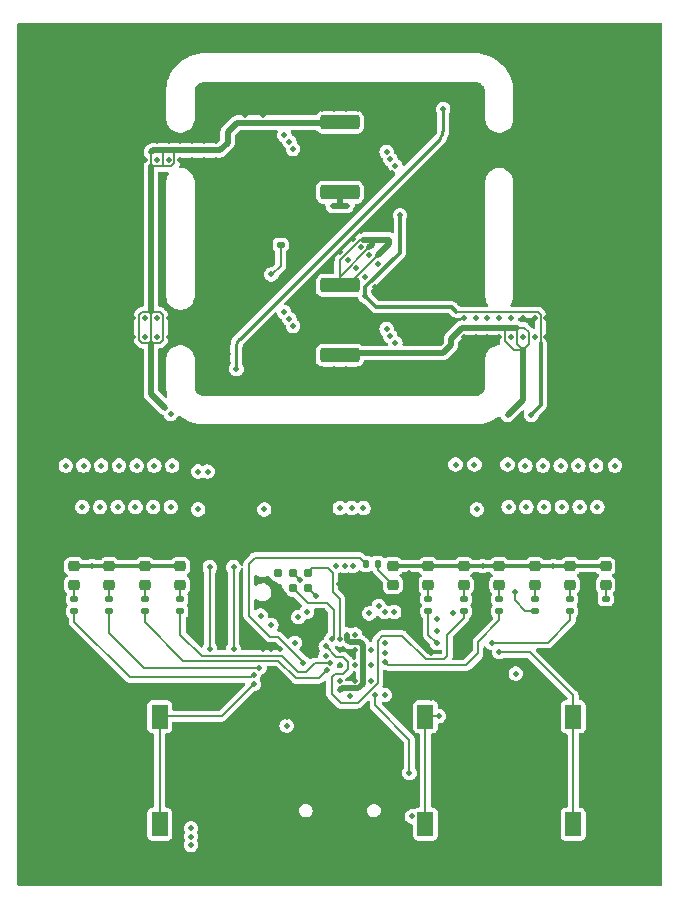
<source format=gbl>
G04 #@! TF.GenerationSoftware,KiCad,Pcbnew,7.0.8-7.0.8~ubuntu22.04.1*
G04 #@! TF.CreationDate,2023-11-30T18:16:29+01:00*
G04 #@! TF.ProjectId,LibreCAL,4c696272-6543-4414-9c2e-6b696361645f,B*
G04 #@! TF.SameCoordinates,Original*
G04 #@! TF.FileFunction,Copper,L4,Bot*
G04 #@! TF.FilePolarity,Positive*
%FSLAX46Y46*%
G04 Gerber Fmt 4.6, Leading zero omitted, Abs format (unit mm)*
G04 Created by KiCad (PCBNEW 7.0.8-7.0.8~ubuntu22.04.1) date 2023-11-30 18:16:29*
%MOMM*%
%LPD*%
G01*
G04 APERTURE LIST*
G04 Aperture macros list*
%AMRoundRect*
0 Rectangle with rounded corners*
0 $1 Rounding radius*
0 $2 $3 $4 $5 $6 $7 $8 $9 X,Y pos of 4 corners*
0 Add a 4 corners polygon primitive as box body*
4,1,4,$2,$3,$4,$5,$6,$7,$8,$9,$2,$3,0*
0 Add four circle primitives for the rounded corners*
1,1,$1+$1,$2,$3*
1,1,$1+$1,$4,$5*
1,1,$1+$1,$6,$7*
1,1,$1+$1,$8,$9*
0 Add four rect primitives between the rounded corners*
20,1,$1+$1,$2,$3,$4,$5,0*
20,1,$1+$1,$4,$5,$6,$7,0*
20,1,$1+$1,$6,$7,$8,$9,0*
20,1,$1+$1,$8,$9,$2,$3,0*%
G04 Aperture macros list end*
G04 #@! TA.AperFunction,ComponentPad*
%ADD10C,3.600000*%
G04 #@! TD*
G04 #@! TA.AperFunction,ConnectorPad*
%ADD11C,5.500000*%
G04 #@! TD*
G04 #@! TA.AperFunction,ComponentPad*
%ADD12O,1.000000X2.100000*%
G04 #@! TD*
G04 #@! TA.AperFunction,ComponentPad*
%ADD13O,1.000000X1.600000*%
G04 #@! TD*
G04 #@! TA.AperFunction,ComponentPad*
%ADD14C,1.400000*%
G04 #@! TD*
G04 #@! TA.AperFunction,SMDPad,CuDef*
%ADD15RoundRect,0.250000X1.425000X-0.362500X1.425000X0.362500X-1.425000X0.362500X-1.425000X-0.362500X0*%
G04 #@! TD*
G04 #@! TA.AperFunction,SMDPad,CuDef*
%ADD16RoundRect,0.135000X-0.185000X0.135000X-0.185000X-0.135000X0.185000X-0.135000X0.185000X0.135000X0*%
G04 #@! TD*
G04 #@! TA.AperFunction,SMDPad,CuDef*
%ADD17RoundRect,0.218750X0.256250X-0.218750X0.256250X0.218750X-0.256250X0.218750X-0.256250X-0.218750X0*%
G04 #@! TD*
G04 #@! TA.AperFunction,SMDPad,CuDef*
%ADD18RoundRect,0.140000X-0.560000X0.910000X-0.560000X-0.910000X0.560000X-0.910000X0.560000X0.910000X0*%
G04 #@! TD*
G04 #@! TA.AperFunction,SMDPad,CuDef*
%ADD19RoundRect,0.135000X0.135000X0.185000X-0.135000X0.185000X-0.135000X-0.185000X0.135000X-0.185000X0*%
G04 #@! TD*
G04 #@! TA.AperFunction,ConnectorPad*
%ADD20C,0.787400*%
G04 #@! TD*
G04 #@! TA.AperFunction,SMDPad,CuDef*
%ADD21RoundRect,0.140000X0.560000X-0.910000X0.560000X0.910000X-0.560000X0.910000X-0.560000X-0.910000X0*%
G04 #@! TD*
G04 #@! TA.AperFunction,SMDPad,CuDef*
%ADD22RoundRect,0.135000X0.185000X-0.135000X0.185000X0.135000X-0.185000X0.135000X-0.185000X-0.135000X0*%
G04 #@! TD*
G04 #@! TA.AperFunction,ViaPad*
%ADD23C,0.500000*%
G04 #@! TD*
G04 #@! TA.AperFunction,Conductor*
%ADD24C,0.200000*%
G04 #@! TD*
G04 #@! TA.AperFunction,Conductor*
%ADD25C,0.300000*%
G04 #@! TD*
G04 #@! TA.AperFunction,Conductor*
%ADD26C,0.500000*%
G04 #@! TD*
G04 #@! TA.AperFunction,Conductor*
%ADD27C,0.180000*%
G04 #@! TD*
G04 #@! TA.AperFunction,Conductor*
%ADD28C,0.295000*%
G04 #@! TD*
G04 APERTURE END LIST*
D10*
G04 #@! TO.P,H2,1,1*
G04 #@! TO.N,GND*
X152000000Y-69000000D03*
D11*
X152000000Y-69000000D03*
G04 #@! TD*
D12*
G04 #@! TO.P,J5,S1,SHIELD*
G04 #@! TO.N,GND*
X123180000Y-132370000D03*
D13*
X123180000Y-136550000D03*
D12*
X131820000Y-132370000D03*
D13*
X131820000Y-136550000D03*
G04 #@! TD*
D10*
G04 #@! TO.P,H5,1,1*
G04 #@! TO.N,GND*
X152000000Y-100000000D03*
D11*
X152000000Y-100000000D03*
G04 #@! TD*
D10*
G04 #@! TO.P,H3,1,1*
G04 #@! TO.N,GND*
X103000000Y-69000000D03*
D11*
X103000000Y-69000000D03*
G04 #@! TD*
D14*
G04 #@! TO.P,J1,2,Ext*
G04 #@! TO.N,GND*
X153250000Y-78220000D03*
G04 #@! TO.P,J1,3,Ext*
X151040000Y-78220000D03*
G04 #@! TO.P,J1,4,Ext*
X153250000Y-75780000D03*
G04 #@! TO.P,J1,5,Ext*
X151040000Y-75780000D03*
G04 #@! TD*
G04 #@! TO.P,J2,2,Ext*
G04 #@! TO.N,GND*
X101750000Y-75780000D03*
G04 #@! TO.P,J2,3,Ext*
X103960000Y-75780000D03*
G04 #@! TO.P,J2,4,Ext*
X101750000Y-78220000D03*
G04 #@! TO.P,J2,5,Ext*
X103960000Y-78220000D03*
G04 #@! TD*
D10*
G04 #@! TO.P,H4,1,1*
G04 #@! TO.N,GND*
X103000000Y-136500000D03*
D11*
X103000000Y-136500000D03*
G04 #@! TD*
D10*
G04 #@! TO.P,H6,1,1*
G04 #@! TO.N,GND*
X103000000Y-100000000D03*
D11*
X103000000Y-100000000D03*
G04 #@! TD*
D14*
G04 #@! TO.P,J3,2,Ext*
G04 #@! TO.N,GND*
X153250000Y-93220000D03*
G04 #@! TO.P,J3,3,Ext*
X151040000Y-93220000D03*
G04 #@! TO.P,J3,4,Ext*
X153250000Y-90780000D03*
G04 #@! TO.P,J3,5,Ext*
X151040000Y-90780000D03*
G04 #@! TD*
D10*
G04 #@! TO.P,H1,1,1*
G04 #@! TO.N,GND*
X152000000Y-136500000D03*
D11*
X152000000Y-136500000D03*
G04 #@! TD*
D14*
G04 #@! TO.P,J4,2,Ext*
G04 #@! TO.N,GND*
X101750000Y-90780000D03*
G04 #@! TO.P,J4,3,Ext*
X103960000Y-90780000D03*
G04 #@! TO.P,J4,4,Ext*
X101750000Y-93220000D03*
G04 #@! TO.P,J4,5,Ext*
X103960000Y-93220000D03*
G04 #@! TD*
D15*
G04 #@! TO.P,R9,1*
G04 #@! TO.N,Net-(R8-Pad2)*
X127500000Y-80562500D03*
G04 #@! TO.P,R9,2*
G04 #@! TO.N,Net-(Q1-D)*
X127500000Y-74637500D03*
G04 #@! TD*
D16*
G04 #@! TO.P,R22,1*
G04 #@! TO.N,Net-(D9-K)*
X141000000Y-114990000D03*
G04 #@! TO.P,R22,2*
G04 #@! TO.N,LED_PORT1*
X141000000Y-116010000D03*
G04 #@! TD*
D17*
G04 #@! TO.P,D1,1,K*
G04 #@! TO.N,Net-(D1-K)*
X150000000Y-113787500D03*
G04 #@! TO.P,D1,2,A*
G04 #@! TO.N,+3V3*
X150000000Y-112212500D03*
G04 #@! TD*
G04 #@! TO.P,D8,1,K*
G04 #@! TO.N,Net-(D8-K)*
X138000000Y-113787500D03*
G04 #@! TO.P,D8,2,A*
G04 #@! TO.N,+3V3*
X138000000Y-112212500D03*
G04 #@! TD*
D16*
G04 #@! TO.P,R18,1*
G04 #@! TO.N,Net-(D5-K)*
X111000000Y-114990000D03*
G04 #@! TO.P,R18,2*
G04 #@! TO.N,LED_SHORT*
X111000000Y-116010000D03*
G04 #@! TD*
G04 #@! TO.P,R24,1*
G04 #@! TO.N,Net-(D11-K)*
X135000000Y-114990000D03*
G04 #@! TO.P,R24,2*
G04 #@! TO.N,LED_PORT3*
X135000000Y-116010000D03*
G04 #@! TD*
D18*
G04 #@! TO.P,SW1,1,1*
G04 #@! TO.N,GND*
X139250000Y-124950000D03*
G04 #@! TO.P,SW1,2,2*
X139250000Y-134050000D03*
G04 #@! TO.P,SW1,3,K*
G04 #@! TO.N,Net-(SW1-A)*
X134750000Y-124950000D03*
G04 #@! TO.P,SW1,4,A*
X134750000Y-134050000D03*
G04 #@! TD*
D17*
G04 #@! TO.P,D10,1,K*
G04 #@! TO.N,Net-(D10-K)*
X132000000Y-113787500D03*
G04 #@! TO.P,D10,2,A*
G04 #@! TO.N,+3V3*
X132000000Y-112212500D03*
G04 #@! TD*
G04 #@! TO.P,D11,1,K*
G04 #@! TO.N,Net-(D11-K)*
X135000000Y-113787500D03*
G04 #@! TO.P,D11,2,A*
G04 #@! TO.N,+3V3*
X135000000Y-112212500D03*
G04 #@! TD*
D19*
G04 #@! TO.P,R23,1*
G04 #@! TO.N,Net-(D10-K)*
X130710000Y-112000000D03*
G04 #@! TO.P,R23,2*
G04 #@! TO.N,LED_PORT4*
X129690000Y-112000000D03*
G04 #@! TD*
D17*
G04 #@! TO.P,D9,1,K*
G04 #@! TO.N,Net-(D9-K)*
X141000000Y-113787500D03*
G04 #@! TO.P,D9,2,A*
G04 #@! TO.N,+3V3*
X141000000Y-112212500D03*
G04 #@! TD*
G04 #@! TO.P,D5,1,K*
G04 #@! TO.N,Net-(D5-K)*
X111000000Y-113787500D03*
G04 #@! TO.P,D5,2,A*
G04 #@! TO.N,+3V3*
X111000000Y-112212500D03*
G04 #@! TD*
D16*
G04 #@! TO.P,R15,1*
G04 #@! TO.N,Net-(D2-K)*
X147000000Y-114990000D03*
G04 #@! TO.P,R15,2*
G04 #@! TO.N,LED_READY*
X147000000Y-116010000D03*
G04 #@! TD*
G04 #@! TO.P,R19,1*
G04 #@! TO.N,Net-(D6-K)*
X108000000Y-114990000D03*
G04 #@! TO.P,R19,2*
G04 #@! TO.N,LED_LOAD*
X108000000Y-116010000D03*
G04 #@! TD*
G04 #@! TO.P,R16,1*
G04 #@! TO.N,Net-(D3-K)*
X144000000Y-114990000D03*
G04 #@! TO.P,R16,2*
G04 #@! TO.N,LED_WAIT*
X144000000Y-116010000D03*
G04 #@! TD*
G04 #@! TO.P,R21,1*
G04 #@! TO.N,Net-(D8-K)*
X138000000Y-114990000D03*
G04 #@! TO.P,R21,2*
G04 #@! TO.N,LED_PORT2*
X138000000Y-116010000D03*
G04 #@! TD*
D20*
G04 #@! TO.P,J6,1,VCC*
G04 #@! TO.N,+3V3*
X124770000Y-114035000D03*
G04 #@! TO.P,J6,2,SWDIO*
G04 #@! TO.N,Net-(J6-SWDIO)*
X124770000Y-112765000D03*
G04 #@! TO.P,J6,3,nRESET*
G04 #@! TO.N,Net-(J6-nRESET)*
X123500000Y-114035000D03*
G04 #@! TO.P,J6,4,SWCLK*
G04 #@! TO.N,Net-(J6-SWCLK)*
X123500000Y-112765000D03*
G04 #@! TO.P,J6,5,GND*
G04 #@! TO.N,GND*
X122230000Y-114035000D03*
G04 #@! TO.P,J6,6,SWO*
G04 #@! TO.N,unconnected-(J6-SWO-Pad6)*
X122230000Y-112765000D03*
G04 #@! TD*
D16*
G04 #@! TO.P,R20,1*
G04 #@! TO.N,Net-(D7-K)*
X105000000Y-114990000D03*
G04 #@! TO.P,R20,2*
G04 #@! TO.N,LED_THROUGH*
X105000000Y-116010000D03*
G04 #@! TD*
D21*
G04 #@! TO.P,SW3,1,1*
G04 #@! TO.N,GND*
X107750000Y-134050000D03*
G04 #@! TO.P,SW3,2,2*
X107750000Y-124950000D03*
G04 #@! TO.P,SW3,3,K*
G04 #@! TO.N,BUTTON3*
X112250000Y-134050000D03*
G04 #@! TO.P,SW3,4,A*
X112250000Y-124950000D03*
G04 #@! TD*
D16*
G04 #@! TO.P,R17,1*
G04 #@! TO.N,Net-(D4-K)*
X114000000Y-114990000D03*
G04 #@! TO.P,R17,2*
G04 #@! TO.N,LED_OPEN*
X114000000Y-116010000D03*
G04 #@! TD*
G04 #@! TO.P,R14,1*
G04 #@! TO.N,Net-(D1-K)*
X150000000Y-114990000D03*
G04 #@! TO.P,R14,2*
G04 #@! TO.N,GND*
X150000000Y-116010000D03*
G04 #@! TD*
D17*
G04 #@! TO.P,D6,1,K*
G04 #@! TO.N,Net-(D6-K)*
X108000000Y-113787500D03*
G04 #@! TO.P,D6,2,A*
G04 #@! TO.N,+3V3*
X108000000Y-112212500D03*
G04 #@! TD*
D15*
G04 #@! TO.P,R8,1*
G04 #@! TO.N,Net-(C49-Pad3)*
X127500000Y-94362500D03*
G04 #@! TO.P,R8,2*
G04 #@! TO.N,Net-(R8-Pad2)*
X127500000Y-88437500D03*
G04 #@! TD*
D17*
G04 #@! TO.P,D3,1,K*
G04 #@! TO.N,Net-(D3-K)*
X144000000Y-113787500D03*
G04 #@! TO.P,D3,2,A*
G04 #@! TO.N,+3V3*
X144000000Y-112212500D03*
G04 #@! TD*
G04 #@! TO.P,D2,1,K*
G04 #@! TO.N,Net-(D2-K)*
X147000000Y-113787500D03*
G04 #@! TO.P,D2,2,A*
G04 #@! TO.N,+3V3*
X147000000Y-112212500D03*
G04 #@! TD*
D22*
G04 #@! TO.P,TH1,1*
G04 #@! TO.N,Net-(C50-Pad3)*
X122500000Y-85010000D03*
G04 #@! TO.P,TH1,2*
G04 #@! TO.N,GND*
X122500000Y-83990000D03*
G04 #@! TD*
D21*
G04 #@! TO.P,SW2,1,1*
G04 #@! TO.N,GND*
X142750000Y-134050000D03*
G04 #@! TO.P,SW2,2,2*
X142750000Y-124950000D03*
G04 #@! TO.P,SW2,3,K*
G04 #@! TO.N,BUTTON1*
X147250000Y-134050000D03*
G04 #@! TO.P,SW2,4,A*
X147250000Y-124950000D03*
G04 #@! TD*
D17*
G04 #@! TO.P,D7,1,K*
G04 #@! TO.N,Net-(D7-K)*
X105000000Y-113787500D03*
G04 #@! TO.P,D7,2,A*
G04 #@! TO.N,+3V3*
X105000000Y-112212500D03*
G04 #@! TD*
G04 #@! TO.P,D4,1,K*
G04 #@! TO.N,Net-(D4-K)*
X114000000Y-113787500D03*
G04 #@! TO.P,D4,2,A*
G04 #@! TO.N,+3V3*
X114000000Y-112212500D03*
G04 #@! TD*
D23*
G04 #@! TO.N,+3V3*
X131300000Y-123100000D03*
X139100000Y-107400000D03*
X142400000Y-121300000D03*
X114900000Y-134400000D03*
X133600000Y-133400000D03*
X114900000Y-135800000D03*
X106500000Y-112200000D03*
X145587500Y-112212500D03*
X126300000Y-119800000D03*
X128400000Y-123200000D03*
X125500000Y-114700000D03*
X131300000Y-119600000D03*
X128800000Y-118000000D03*
X114900000Y-135100000D03*
X123000000Y-125710500D03*
X137099500Y-116200000D03*
X139587500Y-112212500D03*
G04 #@! TO.N,GND*
X119000000Y-68000000D03*
X102900000Y-92800000D03*
X113000000Y-137500000D03*
X137000000Y-74000000D03*
X127500000Y-121900000D03*
X101000000Y-107500000D03*
X101000000Y-111500000D03*
X108750000Y-105000000D03*
X126000000Y-109500000D03*
X141000000Y-91200000D03*
X136800000Y-133400000D03*
X143000000Y-109500000D03*
X145000000Y-100500000D03*
X149000000Y-137500000D03*
X114000000Y-102500000D03*
X154000000Y-82500000D03*
X101000000Y-83500000D03*
X147000000Y-109500000D03*
X138400000Y-118800000D03*
X120000000Y-138500000D03*
X144000000Y-110500000D03*
X122000000Y-79800000D03*
X122000000Y-101500000D03*
X152100000Y-76200000D03*
X109000000Y-101500000D03*
X136700000Y-104400000D03*
X123000000Y-67000000D03*
X130000000Y-68000000D03*
X135000000Y-109500000D03*
X121000000Y-96800000D03*
X153000000Y-85500000D03*
X147000000Y-76200000D03*
X116000000Y-109500000D03*
X130000000Y-108500000D03*
X123000000Y-109500000D03*
X127000000Y-110500000D03*
X135000000Y-108500000D03*
X132000000Y-138500000D03*
X146250000Y-105000000D03*
X104000000Y-108500000D03*
X130000000Y-95500000D03*
X146000000Y-138500000D03*
X115000000Y-68000000D03*
X133950000Y-91200000D03*
X135000000Y-86400000D03*
X119750000Y-95550000D03*
X141500000Y-104800000D03*
X117000000Y-77800000D03*
X154000000Y-115500000D03*
X118000000Y-102500000D03*
X113250000Y-105000000D03*
X138000000Y-68000000D03*
X141000000Y-108500000D03*
X147000000Y-67000000D03*
X134000000Y-95000000D03*
X117000000Y-68000000D03*
X123300000Y-89800000D03*
X154000000Y-84500000D03*
X127000000Y-97000000D03*
X123000000Y-79800000D03*
X126000000Y-67000000D03*
X124000000Y-109500000D03*
X133700000Y-74000000D03*
X110000000Y-77800000D03*
X102000000Y-112500000D03*
X134000000Y-102500000D03*
X138000000Y-67000000D03*
X128900000Y-87000000D03*
X118000000Y-68000000D03*
X151000000Y-110500000D03*
X100600000Y-76200000D03*
X152997770Y-120404284D03*
X107000000Y-110500000D03*
X102000000Y-132500000D03*
X129000000Y-108500000D03*
X119500000Y-88000000D03*
X102000000Y-126500000D03*
X102000000Y-106500000D03*
X131000000Y-97000000D03*
X139000000Y-91200000D03*
X126000000Y-72000000D03*
X126300000Y-126800000D03*
X124000000Y-102500000D03*
X153000000Y-88500000D03*
X107000000Y-68000000D03*
X149000000Y-67000000D03*
X101000000Y-128500000D03*
X153997770Y-123404284D03*
X128000000Y-101500000D03*
X140000000Y-108500000D03*
X137000000Y-137500000D03*
X146000000Y-102500000D03*
X149000000Y-91200000D03*
X144000000Y-137500000D03*
X102000000Y-95500000D03*
X122000000Y-81400000D03*
X149000000Y-109500000D03*
X122900000Y-88000000D03*
X120000000Y-77800000D03*
X127000000Y-101500000D03*
X143000000Y-138500000D03*
X100600000Y-92800000D03*
X114000000Y-108500000D03*
X122000000Y-68000000D03*
X145000000Y-110500000D03*
X144000000Y-77800000D03*
X116100000Y-89300000D03*
X119000000Y-110500000D03*
X102000000Y-81500000D03*
X125000000Y-101500000D03*
X121700000Y-119200000D03*
X116000000Y-138500000D03*
X134000000Y-109500000D03*
X113000000Y-109500000D03*
X154000000Y-103500000D03*
X134000000Y-82000000D03*
X109000000Y-76200000D03*
X143000000Y-137500000D03*
X144000000Y-91200000D03*
X134000000Y-84000000D03*
X133700000Y-95500000D03*
X135500000Y-83000000D03*
X131150000Y-89200000D03*
X112000000Y-67000000D03*
X127000000Y-73500000D03*
X118600000Y-106900000D03*
X115000000Y-109500000D03*
X139300000Y-132500000D03*
X141000000Y-76200000D03*
X145000000Y-138500000D03*
X113000000Y-68000000D03*
X119600000Y-91300000D03*
X130700000Y-103600000D03*
X128000000Y-102500000D03*
X125000000Y-83100000D03*
X122000000Y-109500000D03*
X154400000Y-91200000D03*
X134000000Y-138500000D03*
X101000000Y-126500000D03*
X120600000Y-106900000D03*
X107000000Y-137500000D03*
X108000000Y-138500000D03*
X124200000Y-130400000D03*
X131000000Y-101500000D03*
X124000000Y-110500000D03*
X114000000Y-77800000D03*
X101000000Y-115500000D03*
X131000000Y-137500000D03*
X130000000Y-138500000D03*
X136000000Y-109500000D03*
X116000000Y-67000000D03*
X125300000Y-126800000D03*
X153000000Y-95500000D03*
X113000000Y-91200000D03*
X152997770Y-121404284D03*
X142000000Y-110500000D03*
X112000000Y-76200000D03*
X142000000Y-92800000D03*
X130000000Y-97000000D03*
X130100000Y-120600000D03*
X153000000Y-84500000D03*
X124700000Y-80600000D03*
X107000000Y-108500000D03*
X116000000Y-110500000D03*
X124700000Y-93700000D03*
X147000000Y-77800000D03*
X128000000Y-97000000D03*
X101000000Y-130500000D03*
X147000000Y-108500000D03*
X119000000Y-101500000D03*
X114000000Y-137500000D03*
X102000000Y-131500000D03*
X115000000Y-110500000D03*
X138700000Y-80400000D03*
X154000000Y-97500000D03*
X129000000Y-137500000D03*
X146000000Y-100500000D03*
X145000000Y-91200000D03*
X119000000Y-109500000D03*
X132000000Y-67000000D03*
X123300000Y-129700000D03*
X102000000Y-121500000D03*
X119000000Y-102500000D03*
X134000000Y-80000000D03*
X130000000Y-83100000D03*
X144000000Y-92800000D03*
X101000000Y-80500000D03*
X122400000Y-119200000D03*
X120000000Y-67000000D03*
X124000000Y-67000000D03*
X102000000Y-123500000D03*
X129000000Y-73500000D03*
X141600000Y-127200000D03*
X116000000Y-137500000D03*
X123600000Y-130900000D03*
X101000000Y-73500000D03*
X138100000Y-95600000D03*
X116000000Y-92800000D03*
X102000000Y-97500000D03*
X102000000Y-73500000D03*
X148000000Y-91200000D03*
X125700000Y-85200000D03*
X120000000Y-101500000D03*
X120000000Y-137500000D03*
X153000000Y-81500000D03*
X134000000Y-83000000D03*
X117000000Y-102500000D03*
X138000000Y-92800000D03*
X101000000Y-121500000D03*
X153000000Y-108500000D03*
X101000000Y-97500000D03*
X146000000Y-68000000D03*
X146000000Y-101500000D03*
X118900000Y-92000000D03*
X102000000Y-129500000D03*
X137400000Y-118800000D03*
X140000000Y-110500000D03*
X122000000Y-102500000D03*
X153997770Y-122404284D03*
X153000000Y-109500000D03*
X133050000Y-80050000D03*
X118500000Y-82600000D03*
X130800000Y-130400000D03*
X136500000Y-86400000D03*
X144000000Y-108500000D03*
X113000000Y-102500000D03*
X153997770Y-116404284D03*
X146000000Y-91200000D03*
X101000000Y-117500000D03*
X137300000Y-79800000D03*
X113000000Y-138500000D03*
X136000000Y-102500000D03*
X128000000Y-138500000D03*
X133000000Y-72000000D03*
X153000000Y-82500000D03*
X101000000Y-101500000D03*
X148000000Y-67000000D03*
X122000000Y-108500000D03*
X136500000Y-87400000D03*
X108000000Y-102500000D03*
X108000000Y-110500000D03*
X123200000Y-123400000D03*
X111000000Y-101500000D03*
X139100000Y-94000000D03*
X129000000Y-97000000D03*
X116000000Y-101500000D03*
X124700000Y-88400000D03*
X125000000Y-67000000D03*
X130000000Y-109500000D03*
X153000000Y-130500000D03*
X133000000Y-110500000D03*
X149000000Y-110500000D03*
X140000000Y-137500000D03*
X138000000Y-110500000D03*
X108000000Y-101500000D03*
X135000000Y-138500000D03*
X150000000Y-110500000D03*
X146000000Y-109500000D03*
X136050000Y-91200000D03*
X106000000Y-110500000D03*
X104000000Y-109500000D03*
X147000000Y-92800000D03*
X143000000Y-77800000D03*
X143000000Y-92800000D03*
X116000000Y-91200000D03*
X122000000Y-73500000D03*
X121000000Y-79400000D03*
X134000000Y-137500000D03*
X154000000Y-106500000D03*
X135500000Y-95000000D03*
X133000000Y-137500000D03*
X115000000Y-138500000D03*
X133400000Y-113700000D03*
X111000000Y-102500000D03*
X101000000Y-88500000D03*
X153000000Y-113500000D03*
X145000000Y-67000000D03*
X118950000Y-75700000D03*
X121050000Y-76750000D03*
X101000000Y-96500000D03*
X101000000Y-81500000D03*
X132000000Y-109500000D03*
X137000000Y-109500000D03*
X134000000Y-101500000D03*
X122000000Y-72000000D03*
X139000000Y-101500000D03*
X153000000Y-106500000D03*
X124000000Y-89100000D03*
X149000000Y-138500000D03*
X150000000Y-76200000D03*
X142000000Y-77800000D03*
X142000000Y-91200000D03*
X137000000Y-108500000D03*
X154000000Y-81500000D03*
X129000000Y-67000000D03*
X101000000Y-129500000D03*
X131250000Y-79650000D03*
X154000000Y-99500000D03*
X136000000Y-137500000D03*
X124000000Y-95500000D03*
X111750000Y-105000000D03*
X121250000Y-72000000D03*
X117000000Y-137500000D03*
X124300000Y-126800000D03*
X102000000Y-84500000D03*
X127500000Y-85600000D03*
X102000000Y-96500000D03*
X143000000Y-110500000D03*
X142800000Y-126600000D03*
X110000000Y-68000000D03*
X125000000Y-97000000D03*
X140000000Y-92800000D03*
X143000000Y-100500000D03*
X124000000Y-73500000D03*
X127000000Y-95500000D03*
X102000000Y-107500000D03*
X128800000Y-126800000D03*
X109000000Y-77800000D03*
X132350000Y-80750000D03*
X119200000Y-96300000D03*
X147000000Y-100500000D03*
X139000000Y-77800000D03*
X105000000Y-109500000D03*
X147000000Y-138500000D03*
X111000000Y-68000000D03*
X121050000Y-92000000D03*
X110000000Y-67000000D03*
X122000000Y-110500000D03*
X137000000Y-74750000D03*
X133900000Y-89500000D03*
X110000000Y-102500000D03*
X118950000Y-77800000D03*
X154000000Y-109500000D03*
X121000000Y-138500000D03*
X135500000Y-81000000D03*
X125000000Y-108500000D03*
X129900000Y-126900000D03*
X120000000Y-81600000D03*
X138000000Y-108500000D03*
X101000000Y-109500000D03*
X153000000Y-83500000D03*
X111000000Y-108500000D03*
X143000000Y-91200000D03*
X101000000Y-113500000D03*
X149000000Y-92800000D03*
X138000000Y-102500000D03*
X115000000Y-76200000D03*
X114000000Y-91200000D03*
X140000000Y-100500000D03*
X102000000Y-108500000D03*
X135000000Y-92250000D03*
X102000000Y-113500000D03*
X132000000Y-73500000D03*
X131000000Y-95500000D03*
X118950000Y-76750000D03*
X112000000Y-92800000D03*
X153997770Y-120404284D03*
X140000000Y-138500000D03*
X115000000Y-102500000D03*
X139100000Y-78700000D03*
X136500000Y-85400000D03*
X125000000Y-73500000D03*
X145000000Y-76200000D03*
X117000000Y-110500000D03*
X133000000Y-68000000D03*
X139100000Y-105300000D03*
X105000000Y-110500000D03*
X124000000Y-101500000D03*
X140000000Y-109500000D03*
X153000000Y-105500000D03*
X118500000Y-83600000D03*
X130300000Y-80600000D03*
X150800000Y-105000000D03*
X114000000Y-110500000D03*
X136700000Y-72700000D03*
X110000000Y-92800000D03*
X107800000Y-132500000D03*
X113000000Y-110500000D03*
X137200000Y-73300000D03*
X101000000Y-116500000D03*
X133000000Y-102500000D03*
X153997770Y-119404284D03*
X111000000Y-76200000D03*
X137000000Y-102500000D03*
X153000000Y-87500000D03*
X124000000Y-108500000D03*
X118950000Y-90700000D03*
X111000000Y-67000000D03*
X125700000Y-83800000D03*
X148000000Y-76200000D03*
X124300000Y-82400000D03*
X144000000Y-109500000D03*
X101000000Y-98500000D03*
X119000000Y-108500000D03*
X109000000Y-91200000D03*
X153000000Y-131500000D03*
X138000000Y-77800000D03*
X121000000Y-68000000D03*
X111000000Y-91200000D03*
X129300000Y-83800000D03*
X130300000Y-75400000D03*
X154000000Y-133500000D03*
X149250000Y-105000000D03*
X142000000Y-100500000D03*
X145000000Y-68000000D03*
X133400000Y-112800000D03*
X146000000Y-108500000D03*
X148000000Y-137500000D03*
X149000000Y-76200000D03*
X153000000Y-127500000D03*
X114000000Y-92800000D03*
X149000000Y-102500000D03*
X136050000Y-92250000D03*
X120000000Y-83400000D03*
X100600000Y-91200000D03*
X131400000Y-81700000D03*
X136500000Y-88400000D03*
X113000000Y-92800000D03*
X119000000Y-67000000D03*
X154000000Y-87500000D03*
X118500000Y-81600000D03*
X109000000Y-137500000D03*
X144000000Y-76200000D03*
X154000000Y-108500000D03*
X115000000Y-77800000D03*
X135200000Y-119600000D03*
X123000000Y-110500000D03*
X131950000Y-78950000D03*
X116000000Y-108500000D03*
X101000000Y-72500000D03*
X105000000Y-91200000D03*
X129600000Y-87700000D03*
X153997770Y-121404284D03*
X132000000Y-102500000D03*
X150000000Y-108500000D03*
X101000000Y-104500000D03*
X141500000Y-106200000D03*
X142900000Y-132500000D03*
X127000000Y-138500000D03*
X118000000Y-94250000D03*
X130500000Y-88600000D03*
X105000000Y-76200000D03*
X139000000Y-102500000D03*
X113000000Y-101500000D03*
X101000000Y-84500000D03*
X141000000Y-67000000D03*
X107000000Y-91200000D03*
X135500000Y-95700000D03*
X148000000Y-92800000D03*
X140000000Y-101500000D03*
X105000000Y-92800000D03*
X130900000Y-74800000D03*
X120000000Y-109500000D03*
X110000000Y-91200000D03*
X152100000Y-92800000D03*
X122000000Y-137500000D03*
X154000000Y-85500000D03*
X139000000Y-68000000D03*
X121000000Y-110500000D03*
X133000000Y-67000000D03*
X147000000Y-91200000D03*
X125000000Y-137500000D03*
X154000000Y-128500000D03*
X136000000Y-68000000D03*
X141000000Y-77800000D03*
X136100000Y-84500000D03*
X116000000Y-77800000D03*
X134300000Y-84900000D03*
X111000000Y-100500000D03*
X154000000Y-113500000D03*
X149000000Y-101500000D03*
X145000000Y-101500000D03*
X154000000Y-96500000D03*
X154000000Y-98500000D03*
X128800000Y-119300000D03*
X141000000Y-102500000D03*
X154000000Y-126500000D03*
X107000000Y-67000000D03*
X105750000Y-105000000D03*
X135000000Y-85600000D03*
X105000000Y-108500000D03*
X101000000Y-119500000D03*
X145000000Y-108500000D03*
X152997770Y-116404284D03*
X134000000Y-108500000D03*
X121000000Y-108500000D03*
X102000000Y-125500000D03*
X147000000Y-101500000D03*
X133000000Y-95500000D03*
X124100000Y-94200000D03*
X106000000Y-102500000D03*
X125000000Y-110500000D03*
X101000000Y-103500000D03*
X131900000Y-129700000D03*
X139000000Y-108500000D03*
X119600000Y-106900000D03*
X141000000Y-138500000D03*
X128000000Y-67000000D03*
X153000000Y-129500000D03*
X128800000Y-121900000D03*
X130000000Y-101500000D03*
X130100000Y-119300000D03*
X111000000Y-137500000D03*
X120000000Y-82600000D03*
X154000000Y-100500000D03*
X154000000Y-131500000D03*
X128900000Y-82000000D03*
X138000000Y-138500000D03*
X108000000Y-68000000D03*
X138000000Y-101500000D03*
X124000000Y-137500000D03*
X144000000Y-101500000D03*
X101000000Y-127500000D03*
X130700000Y-82400000D03*
X108000000Y-109500000D03*
X113000000Y-100500000D03*
X121000000Y-137500000D03*
X132000000Y-108500000D03*
X135500000Y-82000000D03*
X129000000Y-102500000D03*
X125400000Y-81300000D03*
X143000000Y-67000000D03*
X134600000Y-72800000D03*
X152100000Y-91200000D03*
X153000000Y-125500000D03*
X109000000Y-110500000D03*
X102000000Y-109500000D03*
X136000000Y-110500000D03*
X126800000Y-82700000D03*
X152997770Y-118404284D03*
X106000000Y-137500000D03*
X143000000Y-102500000D03*
X121000000Y-88000000D03*
X109000000Y-67000000D03*
X150000000Y-92800000D03*
X140000000Y-68000000D03*
X154000000Y-114500000D03*
X130000000Y-67000000D03*
X148000000Y-68000000D03*
X107000000Y-76200000D03*
X131900000Y-74800000D03*
X112000000Y-110500000D03*
X143000000Y-76200000D03*
X139000000Y-109500000D03*
X120700000Y-84100000D03*
X145000000Y-109500000D03*
X126100000Y-87000000D03*
X132000000Y-101500000D03*
X102000000Y-80500000D03*
X120000000Y-68000000D03*
X137500000Y-95400000D03*
X117800000Y-95700000D03*
X115900000Y-75100000D03*
X109000000Y-102500000D03*
X154000000Y-110500000D03*
X102000000Y-117500000D03*
X118000000Y-67000000D03*
X116400000Y-106800000D03*
X102900000Y-91200000D03*
X106000000Y-91200000D03*
X140000000Y-76200000D03*
X141000000Y-92800000D03*
X153000000Y-133500000D03*
X139000000Y-67000000D03*
X102000000Y-88500000D03*
X151000000Y-109500000D03*
X121000000Y-85000000D03*
X120500000Y-72200000D03*
X138900000Y-94800000D03*
X113000000Y-76200000D03*
X118000000Y-138500000D03*
X121000000Y-89000000D03*
X121000000Y-74000000D03*
X131000000Y-73500000D03*
X126800000Y-86300000D03*
X153997770Y-117404284D03*
X107000000Y-77800000D03*
X149000000Y-108500000D03*
X109000000Y-68000000D03*
X129000000Y-138500000D03*
X102000000Y-72500000D03*
X108000000Y-76200000D03*
X150000000Y-91200000D03*
X137000000Y-138500000D03*
X107000000Y-109500000D03*
X129000000Y-101500000D03*
X133000000Y-108500000D03*
X117000000Y-109500000D03*
X152000000Y-108500000D03*
X135000000Y-110500000D03*
X128000000Y-68000000D03*
X144000000Y-102500000D03*
X118000000Y-137500000D03*
X125000000Y-72000000D03*
X117000000Y-92800000D03*
X124000000Y-72000000D03*
X123700000Y-81800000D03*
X130000000Y-102500000D03*
X154000000Y-72500000D03*
X154000000Y-111500000D03*
X152997770Y-117404284D03*
X153000000Y-132500000D03*
X106000000Y-92800000D03*
X123000000Y-68000000D03*
X131000000Y-102500000D03*
X133000000Y-89200000D03*
X115000000Y-67000000D03*
X130700000Y-86600000D03*
X149000000Y-68000000D03*
X143600000Y-121100000D03*
X132000000Y-68000000D03*
X101000000Y-114500000D03*
X126000000Y-110500000D03*
X124000000Y-138500000D03*
X129000000Y-95500000D03*
X118000000Y-108500000D03*
X119500000Y-87000000D03*
X153000000Y-115500000D03*
X117700000Y-89300000D03*
X111000000Y-77800000D03*
X153000000Y-111500000D03*
X118000000Y-110500000D03*
X144000000Y-67000000D03*
X131000000Y-109500000D03*
X121000000Y-102500000D03*
X116300000Y-88700000D03*
X134000000Y-72200000D03*
X114000000Y-68000000D03*
X102000000Y-83500000D03*
X106000000Y-109500000D03*
X122800000Y-114600000D03*
X145000000Y-92800000D03*
X123000000Y-97000000D03*
X141000000Y-137500000D03*
X135200000Y-123400000D03*
X115400000Y-106200000D03*
X102000000Y-114500000D03*
X118300000Y-96300000D03*
X127500000Y-120600000D03*
X136800000Y-132400000D03*
X132000000Y-89200000D03*
X101000000Y-105500000D03*
X126000000Y-102500000D03*
X148000000Y-109500000D03*
X129700000Y-128500000D03*
X133900000Y-77000000D03*
X154000000Y-130500000D03*
X101000000Y-125500000D03*
X103000000Y-109500000D03*
X117000000Y-101500000D03*
X128800000Y-120600000D03*
X114000000Y-76200000D03*
X149000000Y-77800000D03*
X135300000Y-103600000D03*
X121600000Y-130200000D03*
X129000000Y-110500000D03*
X127000000Y-108500000D03*
X102000000Y-130500000D03*
X138000000Y-124900000D03*
X136500000Y-89500000D03*
X127000000Y-67000000D03*
X121050000Y-77800000D03*
X128000000Y-95500000D03*
X114000000Y-109500000D03*
X132000000Y-97000000D03*
X154000000Y-86500000D03*
X138000000Y-91200000D03*
X123000000Y-73500000D03*
X143000000Y-101500000D03*
X105000000Y-101500000D03*
X120000000Y-76750000D03*
X116900000Y-88500000D03*
X143250000Y-105000000D03*
X120600000Y-104800000D03*
X127000000Y-72000000D03*
X101000000Y-95500000D03*
X133950000Y-92250000D03*
X101000000Y-131500000D03*
X141000000Y-100500000D03*
X110000000Y-138500000D03*
X129000000Y-109500000D03*
X131000000Y-72000000D03*
X101000000Y-132500000D03*
X154000000Y-132500000D03*
X126000000Y-95500000D03*
X117000000Y-138500000D03*
X121300000Y-73500000D03*
X153000000Y-128500000D03*
X133000000Y-87600000D03*
X130000000Y-110500000D03*
X135250000Y-73450000D03*
X119500000Y-89000000D03*
X127400000Y-113700000D03*
X134000000Y-81000000D03*
X123000000Y-138500000D03*
X130000000Y-137500000D03*
X122000000Y-95500000D03*
X102000000Y-118500000D03*
X104000000Y-110500000D03*
X122000000Y-67000000D03*
X135000000Y-88400000D03*
X144000000Y-68000000D03*
X101000000Y-102500000D03*
X153000000Y-86500000D03*
X136000000Y-108500000D03*
X135000000Y-137500000D03*
X119000000Y-137500000D03*
X102000000Y-85500000D03*
X125000000Y-85900000D03*
X130000000Y-72000000D03*
X118000000Y-95000000D03*
X138000000Y-109500000D03*
X153000000Y-112500000D03*
X113000000Y-77800000D03*
X125000000Y-102500000D03*
X128200000Y-86300000D03*
X137000000Y-110500000D03*
X153000000Y-72500000D03*
X101000000Y-86500000D03*
X107000000Y-138500000D03*
X101000000Y-87500000D03*
X103000000Y-108500000D03*
X123000000Y-81400000D03*
X153000000Y-104500000D03*
X135000000Y-91200000D03*
X153000000Y-97500000D03*
X129500000Y-115200000D03*
X112000000Y-91200000D03*
X131000000Y-108500000D03*
X154000000Y-80500000D03*
X102000000Y-116500000D03*
X121300000Y-95000000D03*
X142000000Y-138500000D03*
X133000000Y-138500000D03*
X133000000Y-101500000D03*
X144000000Y-138500000D03*
X111000000Y-92800000D03*
X146000000Y-76200000D03*
X117500000Y-73600000D03*
X116000000Y-102500000D03*
X154000000Y-104500000D03*
X154000000Y-83500000D03*
X107250000Y-105000000D03*
X135000000Y-67000000D03*
X142000000Y-68000000D03*
X128000000Y-73500000D03*
X153997770Y-118404284D03*
X114000000Y-67000000D03*
X132000000Y-72000000D03*
X123000000Y-108500000D03*
X124000000Y-68000000D03*
X154000000Y-112500000D03*
X154000000Y-73500000D03*
X152997770Y-122404284D03*
X102000000Y-86500000D03*
X133750000Y-97000000D03*
X110000000Y-100500000D03*
X134000000Y-87600000D03*
X135000000Y-68000000D03*
X117500000Y-106900000D03*
X119500000Y-74000000D03*
X115000000Y-92800000D03*
X111000000Y-109500000D03*
X127800000Y-128500000D03*
X118000000Y-109500000D03*
X121200000Y-125000000D03*
X115000000Y-100500000D03*
X134000000Y-110500000D03*
X110000000Y-101500000D03*
X126000000Y-101500000D03*
X148000000Y-102500000D03*
X135300000Y-104400000D03*
X102900000Y-76200000D03*
X108000000Y-67000000D03*
X102000000Y-105500000D03*
X146000000Y-110500000D03*
X146000000Y-137500000D03*
X112000000Y-137500000D03*
X128000000Y-109500000D03*
X137000000Y-67000000D03*
X113000000Y-67000000D03*
X148000000Y-110500000D03*
X101000000Y-124500000D03*
X114000000Y-138500000D03*
X123000000Y-125000000D03*
X133000000Y-73500000D03*
X125000000Y-68000000D03*
X134800000Y-78300000D03*
X120200000Y-92850000D03*
X152997770Y-124404284D03*
X118500000Y-79500000D03*
X108000000Y-77800000D03*
X121000000Y-101500000D03*
X148000000Y-77800000D03*
X123000000Y-102500000D03*
X154000000Y-95500000D03*
X116000000Y-76200000D03*
X152000000Y-109500000D03*
X112000000Y-77800000D03*
X153000000Y-102500000D03*
X138700000Y-95400000D03*
X116900000Y-73400000D03*
X143000000Y-68000000D03*
X128000000Y-72000000D03*
X131000000Y-68000000D03*
X128400000Y-113700000D03*
X127500000Y-119300000D03*
X107000000Y-100500000D03*
X110000000Y-108500000D03*
X122000000Y-138500000D03*
X131000000Y-138500000D03*
X109000000Y-92800000D03*
X106000000Y-108500000D03*
X101000000Y-118500000D03*
X126000000Y-73500000D03*
X111000000Y-138500000D03*
X112000000Y-138500000D03*
X134700000Y-76200000D03*
X115800000Y-134000000D03*
X106000000Y-76200000D03*
X142000000Y-108500000D03*
X135800000Y-72700000D03*
X133950000Y-93300000D03*
X154000000Y-88500000D03*
X139000000Y-76200000D03*
X123600000Y-87300000D03*
X147750000Y-105000000D03*
X143700000Y-124800000D03*
X151000000Y-108500000D03*
X125400000Y-87700000D03*
X102000000Y-103500000D03*
X147000000Y-68000000D03*
X104250000Y-105000000D03*
X110000000Y-109500000D03*
X121050000Y-92800000D03*
X101000000Y-122500000D03*
X128200000Y-82700000D03*
X102000000Y-102500000D03*
X120000000Y-108500000D03*
X135500000Y-77600000D03*
X120000000Y-110500000D03*
X130700000Y-104500000D03*
X101000000Y-133500000D03*
X148000000Y-108500000D03*
X101000000Y-120500000D03*
X135000000Y-87400000D03*
X135000000Y-101500000D03*
X133950000Y-76200000D03*
X101000000Y-82500000D03*
X139000000Y-110500000D03*
X154000000Y-102500000D03*
X153000000Y-103500000D03*
X100600000Y-77800000D03*
X154400000Y-76200000D03*
X117700000Y-74200000D03*
X106000000Y-100500000D03*
X137000000Y-68000000D03*
X152997770Y-123404284D03*
X121000000Y-86000000D03*
X153000000Y-107500000D03*
X151000000Y-102500000D03*
X114700000Y-103900000D03*
X127000000Y-68000000D03*
X118900000Y-84500000D03*
X115900000Y-90300000D03*
X101000000Y-123500000D03*
X140000000Y-77800000D03*
X129600000Y-81300000D03*
X102000000Y-128500000D03*
X129300000Y-85200000D03*
X139000000Y-138500000D03*
X154000000Y-125500000D03*
X117000000Y-76200000D03*
X102000000Y-115500000D03*
X132000000Y-110500000D03*
X142000000Y-137500000D03*
X127000000Y-102500000D03*
X132000000Y-87600000D03*
X115000000Y-137500000D03*
X154400000Y-92800000D03*
X111000000Y-110500000D03*
X119500000Y-73300000D03*
X128000000Y-137500000D03*
X134000000Y-67000000D03*
X109000000Y-138500000D03*
X127000000Y-109500000D03*
X101000000Y-85500000D03*
X146000000Y-77800000D03*
X126000000Y-137500000D03*
X103000000Y-110500000D03*
X112000000Y-101500000D03*
X122200000Y-88700000D03*
X120000000Y-72700000D03*
X135000000Y-96300000D03*
X101000000Y-106500000D03*
X108000000Y-91200000D03*
X144000000Y-100500000D03*
X153000000Y-114500000D03*
X106000000Y-68000000D03*
X123000000Y-101500000D03*
X101000000Y-99500000D03*
X124000000Y-97000000D03*
X134000000Y-68000000D03*
X126000000Y-68000000D03*
X124300000Y-86600000D03*
X154000000Y-127500000D03*
X102000000Y-111500000D03*
X107000000Y-102500000D03*
X122000000Y-97000000D03*
X108000000Y-108500000D03*
X148000000Y-101500000D03*
X141000000Y-101500000D03*
X115000000Y-108500000D03*
X112000000Y-100500000D03*
X121000000Y-119200000D03*
X117000000Y-91200000D03*
X138100000Y-80600000D03*
X150000000Y-101500000D03*
X138000000Y-137500000D03*
X135000000Y-93300000D03*
X120000000Y-80600000D03*
X126000000Y-97000000D03*
X113000000Y-108500000D03*
X153997770Y-124404284D03*
X121000000Y-87000000D03*
X112000000Y-68000000D03*
X105000000Y-77800000D03*
X108000000Y-92800000D03*
X147000000Y-110500000D03*
X145000000Y-137500000D03*
X153000000Y-96500000D03*
X110250000Y-105000000D03*
X139000000Y-92800000D03*
X116100000Y-74200000D03*
X154000000Y-129500000D03*
X106000000Y-138500000D03*
X136050000Y-78300000D03*
X118500000Y-80600000D03*
X136050000Y-93300000D03*
X152000000Y-102500000D03*
X101000000Y-112500000D03*
X106000000Y-77800000D03*
X103000000Y-102500000D03*
X152000000Y-110500000D03*
X138900000Y-79800000D03*
X106000000Y-67000000D03*
X120200000Y-90700000D03*
X149000000Y-100500000D03*
X153000000Y-73500000D03*
X135500000Y-83900000D03*
X127000000Y-137500000D03*
X109000000Y-108500000D03*
X107800000Y-126500000D03*
X141000000Y-110500000D03*
X102000000Y-122500000D03*
X110000000Y-137500000D03*
X105000000Y-100500000D03*
X154000000Y-107500000D03*
X123000000Y-95500000D03*
X136000000Y-67000000D03*
X127500000Y-83400000D03*
X116000000Y-68000000D03*
X140000000Y-91200000D03*
X141000000Y-109500000D03*
X115000000Y-101500000D03*
X142000000Y-102500000D03*
X129000000Y-68000000D03*
X135000000Y-102500000D03*
X117000000Y-67000000D03*
X102000000Y-127500000D03*
X102000000Y-87500000D03*
X150000000Y-100500000D03*
X102000000Y-82500000D03*
X137500000Y-80400000D03*
X104000000Y-102500000D03*
X114000000Y-100500000D03*
X115000000Y-91200000D03*
X112000000Y-109500000D03*
X146000000Y-67000000D03*
X131000000Y-67000000D03*
X131400000Y-130800000D03*
X120400000Y-96200000D03*
X109000000Y-100500000D03*
X148000000Y-100500000D03*
X130000000Y-73500000D03*
X126000000Y-138500000D03*
X101000000Y-108500000D03*
X144750000Y-105000000D03*
X137000000Y-101500000D03*
X126400000Y-84500000D03*
X108000000Y-100500000D03*
X102000000Y-119500000D03*
X112000000Y-108500000D03*
X101000000Y-100500000D03*
X102900000Y-77800000D03*
X152100000Y-77800000D03*
X114000000Y-101500000D03*
X147000000Y-102500000D03*
X120000000Y-102500000D03*
X142000000Y-76200000D03*
X123000000Y-72000000D03*
X110000000Y-110500000D03*
X116300000Y-73600000D03*
X153000000Y-80500000D03*
X119000000Y-138500000D03*
X119500000Y-86000000D03*
X121000000Y-81400000D03*
X128000000Y-110500000D03*
X130000000Y-85900000D03*
X116800000Y-134000000D03*
X153000000Y-126500000D03*
X142000000Y-67000000D03*
X135500000Y-80000000D03*
X124000000Y-79900000D03*
X108000000Y-137500000D03*
X120000000Y-75700000D03*
X154000000Y-105500000D03*
X105000000Y-102500000D03*
X107000000Y-101500000D03*
X118000000Y-101500000D03*
X152997770Y-119404284D03*
X139000000Y-137500000D03*
X134500000Y-96800000D03*
X145000000Y-77800000D03*
X112000000Y-102500000D03*
X145000000Y-102500000D03*
X109000000Y-109500000D03*
X150000000Y-102500000D03*
X121000000Y-67000000D03*
X119500000Y-85100000D03*
X102000000Y-120500000D03*
X128600000Y-84500000D03*
X125000000Y-95500000D03*
X150000000Y-109500000D03*
X121050000Y-75700000D03*
X123100000Y-94200000D03*
X121000000Y-109500000D03*
X101000000Y-110500000D03*
X102000000Y-133500000D03*
X137300000Y-94800000D03*
X102000000Y-124500000D03*
X117000000Y-108500000D03*
X110000000Y-76200000D03*
X154000000Y-101500000D03*
X138000000Y-76200000D03*
X106000000Y-101500000D03*
X126000000Y-108500000D03*
X154400000Y-77800000D03*
X148000000Y-138500000D03*
X142000000Y-109500000D03*
X107000000Y-92800000D03*
X131000000Y-110500000D03*
X130100000Y-121900000D03*
X133000000Y-97000000D03*
X136000000Y-138500000D03*
X125000000Y-109500000D03*
X150000000Y-77800000D03*
X141000000Y-68000000D03*
X129000000Y-72000000D03*
X153000000Y-110500000D03*
X146000000Y-92800000D03*
X143000000Y-108500000D03*
X133000000Y-109500000D03*
X102000000Y-110500000D03*
X132000000Y-95500000D03*
X147000000Y-137500000D03*
X136100000Y-77000000D03*
X128000000Y-108500000D03*
X125000000Y-138500000D03*
X140000000Y-67000000D03*
X136000000Y-101500000D03*
X140000000Y-102500000D03*
X102000000Y-104500000D03*
X117500000Y-88700000D03*
X142000000Y-101500000D03*
X126100000Y-82000000D03*
X114700000Y-105100000D03*
G04 #@! TO.N,+5V*
X127200000Y-112200000D03*
X127900000Y-112200000D03*
X128600000Y-112200000D03*
X129500000Y-107300000D03*
X127500000Y-107300000D03*
X128500000Y-107300000D03*
G04 #@! TO.N,Net-(U1-VDD)*
X129650000Y-89350000D03*
X141700000Y-103600000D03*
X143700000Y-99400000D03*
X132600000Y-82500000D03*
G04 #@! TO.N,+1V1*
X128100000Y-118000000D03*
X127500000Y-122700000D03*
G04 #@! TO.N,Net-(U1-V1)*
X123541537Y-76883549D03*
X107300000Y-103700000D03*
G04 #@! TO.N,Net-(U1-V2)*
X105800000Y-103700000D03*
X123230134Y-76257185D03*
G04 #@! TO.N,Net-(U1-V3)*
X104300000Y-103700000D03*
X122805275Y-75701488D03*
G04 #@! TO.N,Net-(U2-V1)*
X147700000Y-103700000D03*
X123541537Y-91883549D03*
G04 #@! TO.N,Net-(U2-V2)*
X149200000Y-103700000D03*
X123230134Y-91257185D03*
G04 #@! TO.N,Net-(U2-V3)*
X122805275Y-90701488D03*
X150800000Y-103700000D03*
G04 #@! TO.N,Net-(U3-V1)*
X131458463Y-77116451D03*
X108800000Y-103700000D03*
G04 #@! TO.N,Net-(U3-V2)*
X131769866Y-77742815D03*
X110300000Y-103700000D03*
G04 #@! TO.N,Net-(U3-V3)*
X132194725Y-78298512D03*
X111800000Y-103700000D03*
G04 #@! TO.N,Net-(U4-V1)*
X146200000Y-103700000D03*
X131458463Y-92116451D03*
G04 #@! TO.N,Net-(U4-V2)*
X131769866Y-92742815D03*
X144700000Y-103700000D03*
G04 #@! TO.N,Net-(U4-V3)*
X143200000Y-103700000D03*
X132194725Y-93298512D03*
G04 #@! TO.N,HEATER*
X118500000Y-112300000D03*
X121100000Y-107400000D03*
X118500000Y-119200000D03*
G04 #@! TO.N,Net-(R8-Pad2)*
X131700000Y-84550000D03*
X130950000Y-84550000D03*
X126900000Y-81700000D03*
X130200000Y-84550000D03*
X127500000Y-81700000D03*
X128150000Y-81700000D03*
G04 #@! TO.N,LED_READY*
X140400000Y-118700000D03*
G04 #@! TO.N,LED_WAIT*
X142300000Y-114400000D03*
G04 #@! TO.N,LED_OPEN*
X126700000Y-120400000D03*
G04 #@! TO.N,LED_SHORT*
X126400000Y-121000000D03*
G04 #@! TO.N,LED_LOAD*
X120700000Y-120800000D03*
G04 #@! TO.N,LED_THROUGH*
X120200000Y-121400000D03*
G04 #@! TO.N,LED_PORT1*
X131300000Y-120300000D03*
G04 #@! TO.N,LED_PORT2*
X126300000Y-119000000D03*
G04 #@! TO.N,LED_PORT3*
X135700000Y-118700000D03*
G04 #@! TO.N,LED_PORT4*
X124400000Y-120400000D03*
G04 #@! TO.N,BUTTON1*
X140996800Y-119496800D03*
G04 #@! TO.N,BUTTON3*
X120200000Y-122200000D03*
G04 #@! TO.N,P1_V1*
X124000000Y-116500000D03*
X110200000Y-107200000D03*
G04 #@! TO.N,P1_V2*
X124700000Y-116100000D03*
X111700000Y-107200000D03*
G04 #@! TO.N,P1_V3*
X130003200Y-116203200D03*
X113200000Y-107200000D03*
G04 #@! TO.N,P3_V1*
X144800000Y-107200000D03*
X132100000Y-116100000D03*
G04 #@! TO.N,P3_V2*
X131300000Y-116100000D03*
X143300000Y-107200000D03*
G04 #@! TO.N,P3_V3*
X141800000Y-107200000D03*
X130800000Y-115600000D03*
G04 #@! TO.N,P2_V1*
X108700000Y-107200000D03*
X120800000Y-116400000D03*
G04 #@! TO.N,P2_V2*
X121700000Y-117200000D03*
X107200000Y-107200000D03*
G04 #@! TO.N,P2_V3*
X105700000Y-107200000D03*
X123700000Y-118700000D03*
G04 #@! TO.N,P4_V1*
X146300000Y-107200000D03*
X135700000Y-116700000D03*
G04 #@! TO.N,P4_V2*
X131300000Y-118700000D03*
X147800000Y-107200000D03*
G04 #@! TO.N,P4_V3*
X149300000Y-107200000D03*
X135700000Y-117700000D03*
G04 #@! TO.N,Net-(J6-SWDIO)*
X127500000Y-118400000D03*
G04 #@! TO.N,Net-(J6-nRESET)*
X126800000Y-118400000D03*
G04 #@! TO.N,Net-(J6-SWCLK)*
X124100000Y-113400000D03*
G04 #@! TO.N,Net-(Q1-D)*
X115500000Y-104200000D03*
X112700000Y-98800000D03*
X113200000Y-99300000D03*
X116300000Y-104200000D03*
G04 #@! TO.N,/PortSwitch/U3_RF2_U2_RF2*
X118750000Y-95500000D03*
X136250000Y-73500000D03*
G04 #@! TO.N,Net-(SW1-A)*
X135900000Y-124900000D03*
G04 #@! TO.N,Net-(U5-~{HOLD}(IO_{3}))*
X133400000Y-129700000D03*
X130500000Y-123100000D03*
G04 #@! TO.N,Net-(C49-Pad3)*
X142400000Y-98700000D03*
X141700000Y-99400000D03*
X137300000Y-103600000D03*
X138900000Y-103600000D03*
G04 #@! TO.N,Net-(R12-Pad2)*
X116500000Y-119200000D03*
X116500000Y-112300000D03*
X115500000Y-107400000D03*
G04 #@! TO.N,Net-(C50-Pad3)*
X113300000Y-103700000D03*
X121700000Y-87500000D03*
G04 #@! TD*
D24*
G04 #@! TO.N,+3V3*
X124770000Y-114035000D02*
X124835000Y-114035000D01*
D25*
X145587500Y-112212500D02*
X150000000Y-112212500D01*
X139587500Y-112212500D02*
X145587500Y-112212500D01*
D24*
X124835000Y-114035000D02*
X125500000Y-114700000D01*
D25*
X105000000Y-112212500D02*
X114000000Y-112212500D01*
X132000000Y-112212500D02*
X139587500Y-112212500D01*
D24*
G04 #@! TO.N,GND*
X142750000Y-132650000D02*
X142900000Y-132500000D01*
X142750000Y-134050000D02*
X142750000Y-132650000D01*
X142750000Y-124950000D02*
X142750000Y-126550000D01*
X122235000Y-114035000D02*
X122230000Y-114035000D01*
X107750000Y-126450000D02*
X107800000Y-126500000D01*
X139250000Y-134050000D02*
X139250000Y-132550000D01*
X107750000Y-134050000D02*
X107750000Y-132550000D01*
X139250000Y-124950000D02*
X138050000Y-124950000D01*
X120810000Y-83990000D02*
X120700000Y-84100000D01*
X138050000Y-124950000D02*
X138000000Y-124900000D01*
X122800000Y-114600000D02*
X122235000Y-114035000D01*
X107750000Y-124950000D02*
X107750000Y-126450000D01*
X142750000Y-126550000D02*
X142800000Y-126600000D01*
X107750000Y-132550000D02*
X107800000Y-132500000D01*
X139250000Y-132550000D02*
X139300000Y-132500000D01*
X122500000Y-83990000D02*
X120810000Y-83990000D01*
D25*
G04 #@! TO.N,Net-(U1-VDD)*
X137350000Y-90650000D02*
X137000000Y-90300000D01*
X129650000Y-88600000D02*
X132600000Y-85650000D01*
X143700000Y-99400000D02*
X144500000Y-98600000D01*
X130600000Y-90300000D02*
X129650000Y-89350000D01*
D24*
X144300000Y-90700000D02*
X137400000Y-90700000D01*
X137400000Y-90700000D02*
X137350000Y-90650000D01*
D25*
X137000000Y-90300000D02*
X130600000Y-90300000D01*
X144500000Y-98600000D02*
X144500000Y-93300000D01*
X129650000Y-89350000D02*
X129650000Y-88600000D01*
D24*
X144500000Y-93300000D02*
X144500000Y-90900000D01*
D25*
X132600000Y-85650000D02*
X132600000Y-82500000D01*
D24*
X144500000Y-90900000D02*
X144300000Y-90700000D01*
D26*
G04 #@! TO.N,+1V1*
X127650000Y-122550000D02*
X129069239Y-122550000D01*
X129450000Y-118850000D02*
X129250000Y-118650000D01*
X129250000Y-118650000D02*
X128350000Y-118650000D01*
X128150000Y-118050000D02*
X128100000Y-118000000D01*
X128150000Y-118450000D02*
X128150000Y-118050000D01*
X129450000Y-122169239D02*
X129450000Y-118850000D01*
X129069239Y-122550000D02*
X129450000Y-122169239D01*
X128350000Y-118650000D02*
X128150000Y-118450000D01*
X127500000Y-122700000D02*
X127650000Y-122550000D01*
D24*
G04 #@! TO.N,Net-(D1-K)*
X150000000Y-114990000D02*
X150000000Y-113787500D01*
G04 #@! TO.N,Net-(D2-K)*
X147000000Y-114990000D02*
X147000000Y-113787500D01*
G04 #@! TO.N,Net-(D3-K)*
X144000000Y-114990000D02*
X144000000Y-113787500D01*
G04 #@! TO.N,Net-(D4-K)*
X114000000Y-114990000D02*
X114000000Y-113787500D01*
G04 #@! TO.N,Net-(D5-K)*
X111000000Y-114990000D02*
X111000000Y-113787500D01*
G04 #@! TO.N,HEATER*
X118500000Y-112300000D02*
X118500000Y-119200000D01*
G04 #@! TO.N,Net-(D6-K)*
X108000000Y-114990000D02*
X108000000Y-113787500D01*
G04 #@! TO.N,Net-(D7-K)*
X105000000Y-114990000D02*
X105000000Y-113787500D01*
G04 #@! TO.N,Net-(D8-K)*
X138000000Y-114990000D02*
X138000000Y-113787500D01*
G04 #@! TO.N,Net-(D9-K)*
X141000000Y-114990000D02*
X141000000Y-113787500D01*
G04 #@! TO.N,Net-(D10-K)*
X130710000Y-112497500D02*
X132000000Y-113787500D01*
X130710000Y-112000000D02*
X130710000Y-112497500D01*
G04 #@! TO.N,Net-(D11-K)*
X135000000Y-114990000D02*
X135000000Y-113787500D01*
D26*
G04 #@! TO.N,Net-(R8-Pad2)*
X130950000Y-84550000D02*
X130200000Y-84550000D01*
X130200000Y-84550000D02*
X129450000Y-84550000D01*
X130200000Y-85000000D02*
X130000000Y-85200000D01*
X131700000Y-84550000D02*
X130200000Y-84550000D01*
D27*
X130000000Y-85200000D02*
X130000000Y-85207035D01*
X129300000Y-84500000D02*
X129292965Y-84500000D01*
D26*
X131700000Y-84550000D02*
X131700000Y-84892965D01*
X131700000Y-84892965D02*
X130742965Y-85850000D01*
X127500000Y-81700000D02*
X126900000Y-81700000D01*
D27*
X127500000Y-86292965D02*
X129292965Y-84500000D01*
D26*
X127500000Y-81700000D02*
X128150000Y-81700000D01*
D27*
X127500000Y-88437500D02*
X128155465Y-88437500D01*
X127500000Y-88437500D02*
X127500000Y-87707035D01*
X127500000Y-87707035D02*
X130000000Y-85207035D01*
D26*
X130200000Y-84550000D02*
X130200000Y-85000000D01*
X127500000Y-80562500D02*
X127500000Y-81700000D01*
D27*
X127500000Y-88437500D02*
X127500000Y-86292965D01*
X128155465Y-88437500D02*
X130742965Y-85850000D01*
D24*
G04 #@! TO.N,LED_READY*
X145100000Y-118700000D02*
X147000000Y-116800000D01*
X140400000Y-118700000D02*
X145100000Y-118700000D01*
X147000000Y-116800000D02*
X147000000Y-116010000D01*
G04 #@! TO.N,LED_WAIT*
X143210000Y-116010000D02*
X144000000Y-116010000D01*
X142300000Y-115100000D02*
X143210000Y-116010000D01*
X142300000Y-114400000D02*
X142300000Y-115100000D01*
G04 #@! TO.N,LED_OPEN*
X114000000Y-118000000D02*
X114000000Y-116010000D01*
X124600000Y-121200000D02*
X124000000Y-121200000D01*
X126700000Y-120400000D02*
X125400000Y-120400000D01*
X125400000Y-120400000D02*
X124600000Y-121200000D01*
X124000000Y-121200000D02*
X122600000Y-119800000D01*
X122600000Y-119800000D02*
X115800000Y-119800000D01*
X115800000Y-119800000D02*
X114000000Y-118000000D01*
G04 #@! TO.N,LED_SHORT*
X111000000Y-116900000D02*
X111000000Y-116010000D01*
X123800000Y-121700000D02*
X122300000Y-120200000D01*
X126400000Y-121000000D02*
X125700000Y-121700000D01*
X122300000Y-120200000D02*
X114250000Y-120200000D01*
X125700000Y-121700000D02*
X123800000Y-121700000D01*
X114250000Y-120200000D02*
X111000000Y-116950000D01*
X111000000Y-116950000D02*
X111000000Y-116900000D01*
G04 #@! TO.N,LED_LOAD*
X120700000Y-120800000D02*
X110899500Y-120800000D01*
X110899500Y-120800000D02*
X108000000Y-117900500D01*
X108000000Y-117900500D02*
X108000000Y-116010000D01*
G04 #@! TO.N,LED_THROUGH*
X105000000Y-116900000D02*
X105000000Y-116010000D01*
X109700000Y-121600000D02*
X105000000Y-116900000D01*
X120200000Y-121400000D02*
X120000000Y-121600000D01*
X120000000Y-121600000D02*
X109700000Y-121600000D01*
G04 #@! TO.N,LED_PORT1*
X141000000Y-116800000D02*
X139200000Y-118600000D01*
X141000000Y-116010000D02*
X141000000Y-116800000D01*
X139200000Y-119600000D02*
X138200000Y-120600000D01*
X139200000Y-118600000D02*
X139200000Y-119600000D01*
X138200000Y-120600000D02*
X131600000Y-120600000D01*
X131600000Y-120600000D02*
X131300000Y-120300000D01*
G04 #@! TO.N,LED_PORT2*
X130700000Y-122100000D02*
X129000000Y-123800000D01*
X127600000Y-123800000D02*
X126800000Y-123000000D01*
X128200000Y-120900000D02*
X128200000Y-120300000D01*
X132800000Y-118100000D02*
X131100000Y-118100000D01*
X126800000Y-123000000D02*
X126800000Y-121600000D01*
X126800000Y-121600000D02*
X127100000Y-121300000D01*
X138000000Y-116010000D02*
X138000000Y-116600000D01*
X131100000Y-118100000D02*
X130700000Y-118500000D01*
X134800000Y-120100000D02*
X132800000Y-118100000D01*
X136600000Y-119800000D02*
X136300000Y-120100000D01*
X136600000Y-118000000D02*
X136600000Y-119800000D01*
X128200000Y-120300000D02*
X127800000Y-119900000D01*
X136300000Y-120100000D02*
X134800000Y-120100000D01*
X127200000Y-119900000D02*
X126300000Y-119000000D01*
X129000000Y-123800000D02*
X127600000Y-123800000D01*
X127100000Y-121300000D02*
X127800000Y-121300000D01*
X127800000Y-119900000D02*
X127200000Y-119900000D01*
X138000000Y-116600000D02*
X136600000Y-118000000D01*
X130700000Y-118500000D02*
X130700000Y-122100000D01*
X127800000Y-121300000D02*
X128200000Y-120900000D01*
G04 #@! TO.N,LED_PORT3*
X135000000Y-118000000D02*
X135700000Y-118700000D01*
X135000000Y-116010000D02*
X135000000Y-118000000D01*
G04 #@! TO.N,LED_PORT4*
X129190000Y-111500000D02*
X120300000Y-111500000D01*
X119800000Y-116400000D02*
X121600000Y-118200000D01*
X119800000Y-112000000D02*
X119800000Y-116400000D01*
X121600000Y-118200000D02*
X122300000Y-118200000D01*
X120300000Y-111500000D02*
X119800000Y-112000000D01*
X122300000Y-118200000D02*
X124400000Y-120300000D01*
X129690000Y-112000000D02*
X129190000Y-111500000D01*
X124400000Y-120300000D02*
X124400000Y-120400000D01*
G04 #@! TO.N,BUTTON1*
X147250000Y-124950000D02*
X147250000Y-134050000D01*
X147250000Y-123150000D02*
X147250000Y-124950000D01*
X140996800Y-119496800D02*
X143596800Y-119496800D01*
X143596800Y-119496800D02*
X147250000Y-123150000D01*
G04 #@! TO.N,BUTTON3*
X120200000Y-122200000D02*
X117500000Y-124900000D01*
X112300000Y-124900000D02*
X112250000Y-124950000D01*
X112250000Y-134050000D02*
X112250000Y-124950000D01*
X117500000Y-124900000D02*
X112300000Y-124900000D01*
G04 #@! TO.N,Net-(J6-SWDIO)*
X127500000Y-118400000D02*
X127500000Y-115000000D01*
X126900000Y-112800000D02*
X126500000Y-112400000D01*
X126900000Y-114400000D02*
X126900000Y-112800000D01*
X126500000Y-112400000D02*
X125135000Y-112400000D01*
X127500000Y-115000000D02*
X126900000Y-114400000D01*
X125135000Y-112400000D02*
X124770000Y-112765000D01*
G04 #@! TO.N,Net-(J6-nRESET)*
X126400000Y-115300000D02*
X124765000Y-115300000D01*
X124765000Y-115300000D02*
X123500000Y-114035000D01*
X126800000Y-118400000D02*
X127000000Y-118200000D01*
X127000000Y-115900000D02*
X126400000Y-115300000D01*
X127000000Y-118200000D02*
X127000000Y-115900000D01*
G04 #@! TO.N,Net-(J6-SWCLK)*
X124100000Y-113400000D02*
X123500000Y-112800000D01*
X123500000Y-112800000D02*
X123500000Y-112765000D01*
D26*
G04 #@! TO.N,Net-(Q1-D)*
X118000000Y-75450000D02*
X118000000Y-76350000D01*
X112450000Y-77000000D02*
X111650000Y-77000000D01*
D24*
X113500000Y-78100000D02*
X113250000Y-78350000D01*
X111500000Y-93300000D02*
X110750000Y-93300000D01*
D26*
X111650000Y-77000000D02*
X111500000Y-77150000D01*
D24*
X112500000Y-78350000D02*
X112300000Y-78350000D01*
X110750000Y-90700000D02*
X111500000Y-90700000D01*
X111500000Y-93300000D02*
X111500000Y-90700000D01*
D26*
X127487500Y-74650000D02*
X118800000Y-74650000D01*
X127500000Y-74637500D02*
X127487500Y-74650000D01*
X113450000Y-77000000D02*
X112450000Y-77000000D01*
D24*
X112450000Y-77000000D02*
X112500000Y-77050000D01*
D26*
X111500000Y-97600000D02*
X111500000Y-93300000D01*
X117350000Y-77000000D02*
X113450000Y-77000000D01*
D24*
X111500000Y-93300000D02*
X112250000Y-93300000D01*
X112250000Y-90700000D02*
X111500000Y-90700000D01*
X110500000Y-90950000D02*
X110750000Y-90700000D01*
X110500000Y-93050000D02*
X110500000Y-90950000D01*
X112250000Y-93300000D02*
X112500000Y-93050000D01*
D26*
X111500000Y-78350000D02*
X111500000Y-90700000D01*
D24*
X110750000Y-93300000D02*
X110500000Y-93050000D01*
X111500000Y-77150000D02*
X111500000Y-78350000D01*
D26*
X118000000Y-76350000D02*
X117350000Y-77000000D01*
D24*
X112500000Y-90950000D02*
X112250000Y-90700000D01*
X113450000Y-77000000D02*
X113500000Y-77050000D01*
D26*
X118800000Y-74650000D02*
X118000000Y-75450000D01*
D24*
X112500000Y-77050000D02*
X112500000Y-78350000D01*
D26*
X112700000Y-98800000D02*
X111500000Y-97600000D01*
D24*
X112300000Y-78350000D02*
X111500000Y-78350000D01*
X112500000Y-93050000D02*
X112500000Y-90950000D01*
X113250000Y-78350000D02*
X112300000Y-78350000D01*
X113500000Y-77050000D02*
X113500000Y-78100000D01*
D28*
G04 #@! TO.N,/PortSwitch/U3_RF2_U2_RF2*
X136250000Y-73500000D02*
X136250000Y-75335786D01*
X135957107Y-76042893D02*
X119042893Y-92957107D01*
X118750000Y-93664214D02*
X118750000Y-95500000D01*
X119042886Y-92957100D02*
G75*
G03*
X118750000Y-93664214I707114J-707100D01*
G01*
X135957114Y-76042900D02*
G75*
G03*
X136250000Y-75335786I-707114J707100D01*
G01*
D24*
G04 #@! TO.N,Net-(SW1-A)*
X134750000Y-124950000D02*
X134750000Y-134050000D01*
X134800000Y-124900000D02*
X134750000Y-124950000D01*
X135900000Y-124900000D02*
X134800000Y-124900000D01*
G04 #@! TO.N,Net-(U5-~{HOLD}(IO_{3}))*
X133400000Y-126900000D02*
X133400000Y-129700000D01*
X130500000Y-123100000D02*
X130500000Y-124000000D01*
X130500000Y-124000000D02*
X133400000Y-126900000D01*
D26*
G04 #@! TO.N,Net-(C49-Pad3)*
X142400000Y-98700000D02*
X143000000Y-98100000D01*
X137880761Y-92000000D02*
X141500000Y-92000000D01*
X127500000Y-94362500D02*
X127712500Y-94150000D01*
D24*
X143000000Y-93900000D02*
X143500000Y-93400000D01*
D26*
X127712500Y-94150000D02*
X136250000Y-94150000D01*
X136900000Y-92980761D02*
X137880761Y-92000000D01*
D24*
X142500000Y-92000000D02*
X142500000Y-93400000D01*
D26*
X142400000Y-98700000D02*
X141700000Y-99400000D01*
D24*
X142500000Y-93400000D02*
X143000000Y-93900000D01*
X141500000Y-92000000D02*
X141500000Y-93150000D01*
X141500000Y-93150000D02*
X142250000Y-93900000D01*
X142250000Y-93900000D02*
X143000000Y-93900000D01*
D26*
X136250000Y-94150000D02*
X136900000Y-93500000D01*
X136900000Y-93500000D02*
X136900000Y-92980761D01*
D24*
X143100000Y-92000000D02*
X142500000Y-92000000D01*
D26*
X143000000Y-98100000D02*
X143000000Y-93900000D01*
D24*
X143500000Y-92400000D02*
X143100000Y-92000000D01*
D26*
X141500000Y-92000000D02*
X142500000Y-92000000D01*
D24*
X143500000Y-93400000D02*
X143500000Y-92400000D01*
G04 #@! TO.N,Net-(R12-Pad2)*
X116500000Y-112300000D02*
X116500000Y-119200000D01*
G04 #@! TO.N,Net-(C50-Pad3)*
X121800000Y-87500000D02*
X121700000Y-87500000D01*
X122500000Y-86800000D02*
X121800000Y-87500000D01*
X122500000Y-85010000D02*
X122500000Y-86800000D01*
G04 #@! TD*
G04 #@! TA.AperFunction,Conductor*
G04 #@! TO.N,GND*
G36*
X128801988Y-121102206D02*
G01*
X128836436Y-121164285D01*
X128839500Y-121191905D01*
X128839500Y-121813500D01*
X128819498Y-121881621D01*
X128765842Y-121928114D01*
X128713500Y-121939500D01*
X128085451Y-121939500D01*
X128017330Y-121919498D01*
X127970837Y-121865842D01*
X127960733Y-121795568D01*
X127990227Y-121730988D01*
X128030781Y-121699978D01*
X128062339Y-121684781D01*
X128062344Y-121684775D01*
X128069530Y-121679876D01*
X128076538Y-121674704D01*
X128076543Y-121674702D01*
X128119528Y-121631716D01*
X128164100Y-121590360D01*
X128164102Y-121590355D01*
X128169990Y-121582974D01*
X128170650Y-121583500D01*
X128180223Y-121571020D01*
X128504842Y-121246401D01*
X128510086Y-121241715D01*
X128541384Y-121216758D01*
X128575634Y-121166521D01*
X128611734Y-121117608D01*
X128611734Y-121117606D01*
X128612121Y-121117083D01*
X128668666Y-121074151D01*
X128739446Y-121068605D01*
X128801988Y-121102206D01*
G37*
G04 #@! TD.AperFunction*
G04 #@! TA.AperFunction,Conductor*
G36*
X127625186Y-120380502D02*
G01*
X127646160Y-120397405D01*
X127702595Y-120453840D01*
X127736621Y-120516152D01*
X127739500Y-120542935D01*
X127739500Y-120657065D01*
X127719498Y-120725186D01*
X127702595Y-120746160D01*
X127646160Y-120802595D01*
X127583848Y-120836621D01*
X127557065Y-120839500D01*
X127368792Y-120839500D01*
X127300671Y-120819498D01*
X127254178Y-120765842D01*
X127244074Y-120695568D01*
X127250980Y-120668819D01*
X127297115Y-120547172D01*
X127306326Y-120471313D01*
X127334393Y-120406099D01*
X127393261Y-120366413D01*
X127431407Y-120360500D01*
X127557065Y-120360500D01*
X127625186Y-120380502D01*
G37*
G04 #@! TD.AperFunction*
G04 #@! TA.AperFunction,Conductor*
G36*
X139273988Y-112737432D02*
G01*
X139315918Y-112759438D01*
X139369424Y-112787520D01*
X139513372Y-112823000D01*
X139513373Y-112823000D01*
X139661627Y-112823000D01*
X139661628Y-112823000D01*
X139805576Y-112787520D01*
X139869831Y-112753796D01*
X139901012Y-112737432D01*
X139959566Y-112723000D01*
X140175353Y-112723000D01*
X140243474Y-112743002D01*
X140275313Y-112772293D01*
X140330624Y-112844376D01*
X140330626Y-112844378D01*
X140403163Y-112900038D01*
X140445030Y-112957376D01*
X140449252Y-113028247D01*
X140414488Y-113090150D01*
X140403163Y-113099962D01*
X140330626Y-113155621D01*
X140237773Y-113276629D01*
X140179410Y-113417534D01*
X140164500Y-113530784D01*
X140164500Y-114044211D01*
X140164501Y-114044220D01*
X140175878Y-114130637D01*
X140179410Y-114157465D01*
X140179411Y-114157467D01*
X140237773Y-114298370D01*
X140237775Y-114298373D01*
X140237776Y-114298374D01*
X140330624Y-114419376D01*
X140353491Y-114436923D01*
X140395358Y-114494260D01*
X140399580Y-114565131D01*
X140377658Y-114612391D01*
X140375639Y-114615087D01*
X140325843Y-114748595D01*
X140319500Y-114807597D01*
X140319500Y-115172382D01*
X140319502Y-115172406D01*
X140325844Y-115231405D01*
X140325844Y-115231407D01*
X140325845Y-115231409D01*
X140356724Y-115314199D01*
X140375639Y-115364913D01*
X140420239Y-115424491D01*
X140445050Y-115491011D01*
X140429958Y-115560385D01*
X140420239Y-115575509D01*
X140375639Y-115635086D01*
X140325843Y-115768595D01*
X140319500Y-115827597D01*
X140319500Y-115827614D01*
X140319501Y-116192379D01*
X140319502Y-116192406D01*
X140325844Y-116251405D01*
X140325844Y-116251407D01*
X140325845Y-116251409D01*
X140341056Y-116292192D01*
X140375638Y-116384911D01*
X140409080Y-116429583D01*
X140461026Y-116498974D01*
X140461027Y-116498974D01*
X140461031Y-116498980D01*
X140466307Y-116504256D01*
X140500333Y-116566568D01*
X140495268Y-116637383D01*
X140466307Y-116682446D01*
X138895179Y-118253575D01*
X138889909Y-118258285D01*
X138858617Y-118283240D01*
X138824360Y-118333486D01*
X138788265Y-118382393D01*
X138784187Y-118390108D01*
X138780417Y-118397938D01*
X138762497Y-118456032D01*
X138742416Y-118513421D01*
X138740798Y-118521971D01*
X138739500Y-118530588D01*
X138739500Y-118591387D01*
X138737226Y-118652144D01*
X138738284Y-118661528D01*
X138737446Y-118661622D01*
X138739500Y-118677215D01*
X138739500Y-119357063D01*
X138719498Y-119425184D01*
X138702596Y-119446158D01*
X138046160Y-120102595D01*
X137983847Y-120136620D01*
X137957064Y-120139500D01*
X137147912Y-120139500D01*
X137079791Y-120119498D01*
X137033298Y-120065842D01*
X137023194Y-119995568D01*
X137027510Y-119976360D01*
X137037503Y-119943966D01*
X137047542Y-119915273D01*
X137057583Y-119886580D01*
X137057583Y-119886573D01*
X137059198Y-119878044D01*
X137060500Y-119869407D01*
X137060500Y-119808612D01*
X137062773Y-119747858D01*
X137061716Y-119738476D01*
X137062552Y-119738381D01*
X137060500Y-119722787D01*
X137060500Y-118242934D01*
X137080502Y-118174813D01*
X137097400Y-118153843D01*
X138304839Y-116946404D01*
X138310082Y-116941718D01*
X138341384Y-116916758D01*
X138375639Y-116866513D01*
X138411734Y-116817608D01*
X138411736Y-116817600D01*
X138415812Y-116809890D01*
X138419579Y-116802065D01*
X138419583Y-116802061D01*
X138437502Y-116743966D01*
X138457583Y-116686580D01*
X138459198Y-116678044D01*
X138460500Y-116669407D01*
X138460500Y-116620789D01*
X138480502Y-116552668D01*
X138510990Y-116519922D01*
X138538974Y-116498974D01*
X138624362Y-116384910D01*
X138674155Y-116251409D01*
X138674155Y-116251405D01*
X138674156Y-116251404D01*
X138680499Y-116192402D01*
X138680499Y-116192399D01*
X138680500Y-116192391D01*
X138680499Y-115827610D01*
X138674155Y-115768591D01*
X138624362Y-115635090D01*
X138624359Y-115635086D01*
X138593510Y-115593877D01*
X138579759Y-115575508D01*
X138554949Y-115508990D01*
X138570040Y-115439616D01*
X138579756Y-115424495D01*
X138624362Y-115364910D01*
X138674155Y-115231409D01*
X138674155Y-115231405D01*
X138674156Y-115231404D01*
X138680499Y-115172402D01*
X138680499Y-115172400D01*
X138680500Y-115172391D01*
X138680499Y-114807610D01*
X138674155Y-114748591D01*
X138624362Y-114615090D01*
X138622345Y-114612396D01*
X138621169Y-114609242D01*
X138620041Y-114607176D01*
X138620337Y-114607013D01*
X138597533Y-114545878D01*
X138612623Y-114476503D01*
X138646508Y-114436922D01*
X138669376Y-114419376D01*
X138762224Y-114298374D01*
X138764786Y-114292190D01*
X138781091Y-114252825D01*
X138820590Y-114157465D01*
X138835500Y-114044213D01*
X138835499Y-113530788D01*
X138835499Y-113530787D01*
X138835498Y-113530779D01*
X138831243Y-113498456D01*
X138820590Y-113417535D01*
X138773154Y-113303013D01*
X138762226Y-113276629D01*
X138732747Y-113238211D01*
X138669376Y-113155624D01*
X138596834Y-113099961D01*
X138554969Y-113042625D01*
X138550747Y-112971754D01*
X138585511Y-112909851D01*
X138596827Y-112900044D01*
X138669376Y-112844376D01*
X138724685Y-112772294D01*
X138782022Y-112730429D01*
X138824647Y-112723000D01*
X139215434Y-112723000D01*
X139273988Y-112737432D01*
G37*
G04 #@! TD.AperFunction*
G04 #@! TA.AperFunction,Conductor*
G36*
X127266458Y-118966903D02*
G01*
X127281924Y-118975020D01*
X127425872Y-119010500D01*
X127425873Y-119010500D01*
X127574127Y-119010500D01*
X127574128Y-119010500D01*
X127718076Y-118975020D01*
X127718077Y-118975019D01*
X127724140Y-118973525D01*
X127795068Y-118976643D01*
X127843390Y-119006768D01*
X127860817Y-119024195D01*
X127870553Y-119036347D01*
X127870812Y-119036134D01*
X127875865Y-119042242D01*
X127925092Y-119088469D01*
X127945464Y-119108842D01*
X127950724Y-119112923D01*
X127955238Y-119116778D01*
X127988305Y-119147830D01*
X127988307Y-119147831D01*
X128005091Y-119157058D01*
X128021612Y-119167909D01*
X128036760Y-119179660D01*
X128036763Y-119179662D01*
X128078392Y-119197676D01*
X128083725Y-119200289D01*
X128123470Y-119222138D01*
X128123471Y-119222138D01*
X128123474Y-119222140D01*
X128142036Y-119226905D01*
X128160730Y-119233306D01*
X128178322Y-119240919D01*
X128223144Y-119248017D01*
X128228913Y-119249211D01*
X128254062Y-119255669D01*
X128272870Y-119260499D01*
X128272874Y-119260499D01*
X128272876Y-119260500D01*
X128292038Y-119260500D01*
X128311747Y-119262050D01*
X128330671Y-119265048D01*
X128375829Y-119260780D01*
X128381761Y-119260500D01*
X128713500Y-119260500D01*
X128781621Y-119280502D01*
X128828114Y-119334158D01*
X128839500Y-119386500D01*
X128839500Y-120014548D01*
X128819498Y-120082669D01*
X128765842Y-120129162D01*
X128695568Y-120139266D01*
X128630988Y-120109772D01*
X128599978Y-120069218D01*
X128594350Y-120057532D01*
X128584781Y-120037661D01*
X128584777Y-120037656D01*
X128579877Y-120030469D01*
X128574700Y-120023454D01*
X128531718Y-119980473D01*
X128524824Y-119973043D01*
X128490360Y-119935900D01*
X128490359Y-119935899D01*
X128490355Y-119935895D01*
X128482974Y-119930009D01*
X128483497Y-119929352D01*
X128471020Y-119919775D01*
X128333842Y-119782597D01*
X128146411Y-119595166D01*
X128141719Y-119589916D01*
X128126711Y-119571097D01*
X128116758Y-119558615D01*
X128066513Y-119524360D01*
X128052747Y-119514200D01*
X128017608Y-119488266D01*
X128017607Y-119488265D01*
X128017605Y-119488264D01*
X128009913Y-119484198D01*
X128002061Y-119480417D01*
X127943966Y-119462497D01*
X127886577Y-119442416D01*
X127878035Y-119440799D01*
X127869409Y-119439500D01*
X127808612Y-119439500D01*
X127747855Y-119437226D01*
X127738472Y-119438284D01*
X127738377Y-119437446D01*
X127722785Y-119439500D01*
X127442935Y-119439500D01*
X127374814Y-119419498D01*
X127353840Y-119402595D01*
X127118811Y-119167566D01*
X127084785Y-119105254D01*
X127089850Y-119034439D01*
X127132397Y-118977603D01*
X127198917Y-118952792D01*
X127266458Y-118966903D01*
G37*
G04 #@! TD.AperFunction*
G04 #@! TA.AperFunction,Conductor*
G36*
X120467490Y-112944308D02*
G01*
X120483064Y-112957376D01*
X120547384Y-113011348D01*
X120547386Y-113011349D01*
X120703185Y-113089594D01*
X120872829Y-113129800D01*
X120872831Y-113129800D01*
X121003439Y-113129800D01*
X121037117Y-113125863D01*
X121133164Y-113114637D01*
X121296993Y-113055008D01*
X121353533Y-113017820D01*
X121421437Y-112997099D01*
X121489766Y-113016379D01*
X121536824Y-113069539D01*
X121541699Y-113081472D01*
X121546190Y-113094307D01*
X121558964Y-113114636D01*
X121636612Y-113238211D01*
X121636615Y-113238214D01*
X121636615Y-113238215D01*
X121756784Y-113358384D01*
X121756786Y-113358385D01*
X121756789Y-113358388D01*
X121900694Y-113448810D01*
X122061113Y-113504943D01*
X122118110Y-113511365D01*
X122183560Y-113538868D01*
X122223753Y-113597391D01*
X122230000Y-113636572D01*
X122230000Y-114035000D01*
X122628428Y-114035000D01*
X122696549Y-114055002D01*
X122743042Y-114108658D01*
X122753634Y-114146887D01*
X122760057Y-114203887D01*
X122760057Y-114203889D01*
X122760058Y-114203890D01*
X122816189Y-114364305D01*
X122816190Y-114364306D01*
X122906612Y-114508211D01*
X122906615Y-114508214D01*
X122906615Y-114508215D01*
X123026784Y-114628384D01*
X123026786Y-114628385D01*
X123026789Y-114628388D01*
X123170694Y-114718810D01*
X123331113Y-114774943D01*
X123500000Y-114793972D01*
X123500001Y-114793971D01*
X123500002Y-114793972D01*
X123522489Y-114791438D01*
X123536519Y-114789857D01*
X123606451Y-114802104D01*
X123639724Y-114825969D01*
X124286217Y-115472462D01*
X124320243Y-115534774D01*
X124315178Y-115605589D01*
X124280676Y-115655869D01*
X124239676Y-115692192D01*
X124155458Y-115814203D01*
X124151915Y-115820955D01*
X124149162Y-115819510D01*
X124114891Y-115864777D01*
X124048236Y-115889226D01*
X124039931Y-115889500D01*
X123925870Y-115889500D01*
X123781925Y-115924979D01*
X123650653Y-115993875D01*
X123650649Y-115993877D01*
X123580497Y-116056027D01*
X123542715Y-116089500D01*
X123539676Y-116092192D01*
X123455460Y-116214199D01*
X123402884Y-116352827D01*
X123385016Y-116499997D01*
X123385016Y-116500002D01*
X123402884Y-116647172D01*
X123455460Y-116785800D01*
X123516430Y-116874129D01*
X123539678Y-116907810D01*
X123650649Y-117006122D01*
X123781924Y-117075020D01*
X123925872Y-117110500D01*
X123925873Y-117110500D01*
X124074127Y-117110500D01*
X124074128Y-117110500D01*
X124218076Y-117075020D01*
X124349351Y-117006122D01*
X124460322Y-116907810D01*
X124544541Y-116785797D01*
X124544542Y-116785793D01*
X124548080Y-116779053D01*
X124550834Y-116780498D01*
X124585089Y-116735237D01*
X124651738Y-116710776D01*
X124660068Y-116710500D01*
X124774127Y-116710500D01*
X124774128Y-116710500D01*
X124918076Y-116675020D01*
X125049351Y-116606122D01*
X125160322Y-116507810D01*
X125244541Y-116385797D01*
X125297114Y-116247175D01*
X125297114Y-116247174D01*
X125297115Y-116247172D01*
X125314984Y-116100002D01*
X125314984Y-116099997D01*
X125297114Y-115952825D01*
X125288906Y-115931182D01*
X125283451Y-115860396D01*
X125317132Y-115797897D01*
X125379256Y-115763529D01*
X125406717Y-115760500D01*
X126157065Y-115760500D01*
X126225186Y-115780502D01*
X126246160Y-115797405D01*
X126502595Y-116053840D01*
X126536621Y-116116152D01*
X126539500Y-116142935D01*
X126539500Y-117771075D01*
X126519498Y-117839196D01*
X126472059Y-117882641D01*
X126450647Y-117893879D01*
X126339676Y-117992192D01*
X126255460Y-118114199D01*
X126202885Y-118252827D01*
X126195552Y-118313220D01*
X126167485Y-118378433D01*
X126108616Y-118418119D01*
X126100627Y-118420370D01*
X126081923Y-118424980D01*
X125950653Y-118493875D01*
X125950649Y-118493877D01*
X125875307Y-118560625D01*
X125840585Y-118591387D01*
X125839676Y-118592192D01*
X125755460Y-118714199D01*
X125702884Y-118852827D01*
X125685016Y-118999997D01*
X125685016Y-119000002D01*
X125702884Y-119147172D01*
X125731103Y-119221577D01*
X125747589Y-119265047D01*
X125755460Y-119285799D01*
X125755460Y-119285800D01*
X125784882Y-119328426D01*
X125807117Y-119395851D01*
X125789369Y-119464593D01*
X125784882Y-119471574D01*
X125755460Y-119514199D01*
X125755460Y-119514200D01*
X125702884Y-119652827D01*
X125685016Y-119799997D01*
X125685016Y-119807621D01*
X125683263Y-119807621D01*
X125673168Y-119868344D01*
X125625509Y-119920967D01*
X125559730Y-119939500D01*
X125429415Y-119939500D01*
X125422356Y-119939104D01*
X125382586Y-119934622D01*
X125382583Y-119934623D01*
X125322831Y-119945929D01*
X125262733Y-119954987D01*
X125254383Y-119957563D01*
X125246187Y-119960431D01*
X125192437Y-119988839D01*
X125137662Y-120015217D01*
X125130459Y-120020128D01*
X125123461Y-120025294D01*
X125088203Y-120060551D01*
X125025890Y-120094574D01*
X124955075Y-120089508D01*
X124898240Y-120046960D01*
X124895414Y-120043029D01*
X124872145Y-120009319D01*
X124860322Y-119992190D01*
X124749351Y-119893878D01*
X124749350Y-119893877D01*
X124749346Y-119893875D01*
X124618074Y-119824979D01*
X124601182Y-119820815D01*
X124596637Y-119819695D01*
X124537697Y-119786452D01*
X124095224Y-119343979D01*
X124061198Y-119281667D01*
X124066263Y-119210852D01*
X124100766Y-119160572D01*
X124100847Y-119160500D01*
X124160322Y-119107810D01*
X124244541Y-118985797D01*
X124297114Y-118847175D01*
X124297114Y-118847174D01*
X124297115Y-118847172D01*
X124314984Y-118700002D01*
X124314984Y-118699997D01*
X124297115Y-118552827D01*
X124273813Y-118491387D01*
X124244541Y-118414203D01*
X124244539Y-118414201D01*
X124244539Y-118414199D01*
X124174838Y-118313220D01*
X124160322Y-118292190D01*
X124049351Y-118193878D01*
X124049350Y-118193877D01*
X124049346Y-118193875D01*
X123918074Y-118124979D01*
X123774129Y-118089500D01*
X123774128Y-118089500D01*
X123625872Y-118089500D01*
X123625870Y-118089500D01*
X123481925Y-118124979D01*
X123350653Y-118193875D01*
X123350649Y-118193877D01*
X123239677Y-118292190D01*
X123236247Y-118296063D01*
X123176100Y-118333785D01*
X123105108Y-118333001D01*
X123052844Y-118301599D01*
X122850951Y-118099706D01*
X122646411Y-117895166D01*
X122641719Y-117889916D01*
X122626702Y-117871085D01*
X122616758Y-117858615D01*
X122566513Y-117824360D01*
X122546047Y-117809255D01*
X122517608Y-117788266D01*
X122517607Y-117788265D01*
X122517605Y-117788264D01*
X122509913Y-117784198D01*
X122502061Y-117780417D01*
X122443966Y-117762497D01*
X122386577Y-117742416D01*
X122378035Y-117740799D01*
X122369409Y-117739500D01*
X122308612Y-117739500D01*
X122305822Y-117739395D01*
X122304795Y-117739357D01*
X122237474Y-117716807D01*
X122193032Y-117661441D01*
X122185578Y-117590837D01*
X122205836Y-117541870D01*
X122244541Y-117485797D01*
X122297114Y-117347175D01*
X122297114Y-117347174D01*
X122297115Y-117347172D01*
X122314984Y-117200002D01*
X122314984Y-117199997D01*
X122297115Y-117052827D01*
X122266537Y-116972201D01*
X122244541Y-116914203D01*
X122244539Y-116914201D01*
X122244539Y-116914199D01*
X122175169Y-116813700D01*
X122160322Y-116792190D01*
X122049351Y-116693878D01*
X122049350Y-116693877D01*
X122049346Y-116693875D01*
X121918074Y-116624979D01*
X121774129Y-116589500D01*
X121774128Y-116589500D01*
X121625872Y-116589500D01*
X121625867Y-116589500D01*
X121561996Y-116605243D01*
X121491068Y-116602124D01*
X121433085Y-116561153D01*
X121406458Y-116495339D01*
X121406762Y-116467716D01*
X121414984Y-116400001D01*
X121414984Y-116399997D01*
X121397115Y-116252827D01*
X121378294Y-116203202D01*
X121344541Y-116114203D01*
X121344539Y-116114201D01*
X121344539Y-116114199D01*
X121260323Y-115992192D01*
X121260322Y-115992190D01*
X121149351Y-115893878D01*
X121149350Y-115893877D01*
X121149346Y-115893875D01*
X121018074Y-115824979D01*
X120874129Y-115789500D01*
X120874128Y-115789500D01*
X120725872Y-115789500D01*
X120725870Y-115789500D01*
X120581925Y-115824979D01*
X120445054Y-115896813D01*
X120375440Y-115910759D01*
X120309338Y-115884854D01*
X120267734Y-115827325D01*
X120260500Y-115785245D01*
X120260500Y-115072830D01*
X120280502Y-115004709D01*
X120334158Y-114958216D01*
X120404432Y-114948112D01*
X120467490Y-114976308D01*
X120483212Y-114989500D01*
X120547384Y-115043348D01*
X120547386Y-115043349D01*
X120703185Y-115121594D01*
X120872829Y-115161800D01*
X120872831Y-115161800D01*
X121003439Y-115161800D01*
X121037117Y-115157863D01*
X121133164Y-115146637D01*
X121296993Y-115087008D01*
X121442654Y-114991205D01*
X121562296Y-114864393D01*
X121649467Y-114713407D01*
X121699469Y-114546388D01*
X121709607Y-114372340D01*
X121679332Y-114200646D01*
X121611854Y-114044213D01*
X121610280Y-114040564D01*
X121610278Y-114040560D01*
X121506168Y-113900717D01*
X121372615Y-113788651D01*
X121287458Y-113745884D01*
X121216815Y-113710406D01*
X121047171Y-113670200D01*
X120916564Y-113670200D01*
X120916561Y-113670200D01*
X120786835Y-113685363D01*
X120623006Y-113744992D01*
X120623003Y-113744993D01*
X120477346Y-113840794D01*
X120471720Y-113845515D01*
X120470699Y-113844298D01*
X120416843Y-113875768D01*
X120345910Y-113872759D01*
X120287864Y-113831879D01*
X120261135Y-113766106D01*
X120260500Y-113753476D01*
X120260500Y-113040830D01*
X120280502Y-112972709D01*
X120334158Y-112926216D01*
X120404432Y-112916112D01*
X120467490Y-112944308D01*
G37*
G04 #@! TD.AperFunction*
G04 #@! TA.AperFunction,Conductor*
G36*
X129244406Y-112571449D02*
G01*
X129315086Y-112624360D01*
X129315088Y-112624360D01*
X129315090Y-112624362D01*
X129448591Y-112674155D01*
X129448592Y-112674155D01*
X129448595Y-112674156D01*
X129478100Y-112677327D01*
X129507609Y-112680500D01*
X129872390Y-112680499D01*
X129931409Y-112674155D01*
X130064910Y-112624362D01*
X130083941Y-112610115D01*
X130150458Y-112585302D01*
X130219833Y-112600391D01*
X130270037Y-112650591D01*
X130270850Y-112652105D01*
X130298839Y-112705062D01*
X130325218Y-112759837D01*
X130330126Y-112767036D01*
X130335297Y-112774042D01*
X130335298Y-112774043D01*
X130378282Y-112817028D01*
X130419640Y-112861600D01*
X130419642Y-112861601D01*
X130427024Y-112867488D01*
X130426498Y-112868147D01*
X130438978Y-112877723D01*
X131127595Y-113566340D01*
X131161621Y-113628652D01*
X131164500Y-113655435D01*
X131164500Y-114044211D01*
X131164501Y-114044220D01*
X131175878Y-114130637D01*
X131179410Y-114157465D01*
X131179411Y-114157467D01*
X131237773Y-114298370D01*
X131237775Y-114298373D01*
X131237776Y-114298374D01*
X131330624Y-114419376D01*
X131451626Y-114512224D01*
X131451629Y-114512226D01*
X131531081Y-114545135D01*
X131592535Y-114570590D01*
X131705787Y-114585500D01*
X132294212Y-114585499D01*
X132407465Y-114570590D01*
X132516448Y-114525447D01*
X132548370Y-114512226D01*
X132548370Y-114512225D01*
X132548374Y-114512224D01*
X132669376Y-114419376D01*
X132762224Y-114298374D01*
X132764786Y-114292190D01*
X132781091Y-114252825D01*
X132820590Y-114157465D01*
X132835500Y-114044213D01*
X132835499Y-113530788D01*
X132835499Y-113530787D01*
X132835498Y-113530779D01*
X132831243Y-113498456D01*
X132820590Y-113417535D01*
X132773154Y-113303013D01*
X132762226Y-113276629D01*
X132732747Y-113238211D01*
X132669376Y-113155624D01*
X132596834Y-113099961D01*
X132554969Y-113042625D01*
X132550747Y-112971754D01*
X132585511Y-112909851D01*
X132596827Y-112900044D01*
X132669376Y-112844376D01*
X132724685Y-112772294D01*
X132782022Y-112730429D01*
X132824647Y-112723000D01*
X134175353Y-112723000D01*
X134243474Y-112743002D01*
X134275313Y-112772293D01*
X134330624Y-112844376D01*
X134330626Y-112844378D01*
X134403163Y-112900038D01*
X134445030Y-112957376D01*
X134449252Y-113028247D01*
X134414488Y-113090150D01*
X134403163Y-113099962D01*
X134330626Y-113155621D01*
X134237773Y-113276629D01*
X134179410Y-113417534D01*
X134164500Y-113530784D01*
X134164500Y-114044211D01*
X134164501Y-114044220D01*
X134175878Y-114130637D01*
X134179410Y-114157465D01*
X134179411Y-114157467D01*
X134237773Y-114298370D01*
X134237775Y-114298373D01*
X134237776Y-114298374D01*
X134330624Y-114419376D01*
X134353491Y-114436923D01*
X134395358Y-114494260D01*
X134399580Y-114565131D01*
X134377658Y-114612391D01*
X134375639Y-114615087D01*
X134325843Y-114748595D01*
X134319500Y-114807597D01*
X134319500Y-115172382D01*
X134319502Y-115172406D01*
X134325844Y-115231405D01*
X134325844Y-115231407D01*
X134325845Y-115231409D01*
X134356724Y-115314199D01*
X134375639Y-115364913D01*
X134420239Y-115424491D01*
X134445050Y-115491011D01*
X134429958Y-115560385D01*
X134420239Y-115575509D01*
X134375639Y-115635086D01*
X134325843Y-115768595D01*
X134319500Y-115827597D01*
X134319500Y-115827614D01*
X134319501Y-116192379D01*
X134319502Y-116192406D01*
X134325844Y-116251405D01*
X134325844Y-116251407D01*
X134325845Y-116251409D01*
X134341056Y-116292192D01*
X134375638Y-116384911D01*
X134409080Y-116429583D01*
X134461025Y-116498973D01*
X134461027Y-116498975D01*
X134489009Y-116519922D01*
X134531556Y-116576757D01*
X134539500Y-116620790D01*
X134539500Y-117970585D01*
X134539104Y-117977644D01*
X134534622Y-118017413D01*
X134534623Y-118017414D01*
X134545929Y-118077167D01*
X134554988Y-118137268D01*
X134554989Y-118137270D01*
X134557558Y-118145601D01*
X134560432Y-118153814D01*
X134588839Y-118207562D01*
X134615218Y-118262337D01*
X134620117Y-118269522D01*
X134625302Y-118276548D01*
X134650354Y-118301599D01*
X134668283Y-118319528D01*
X134709640Y-118364100D01*
X134709642Y-118364101D01*
X134709643Y-118364102D01*
X134717027Y-118369991D01*
X134716501Y-118370650D01*
X134728979Y-118380224D01*
X135059281Y-118710526D01*
X135093307Y-118772838D01*
X135095267Y-118784433D01*
X135102885Y-118847172D01*
X135155460Y-118985800D01*
X135220710Y-119080330D01*
X135239678Y-119107810D01*
X135350649Y-119206122D01*
X135481924Y-119275020D01*
X135625872Y-119310500D01*
X135625873Y-119310500D01*
X135774127Y-119310500D01*
X135774128Y-119310500D01*
X135918076Y-119275020D01*
X135954946Y-119255668D01*
X136024559Y-119241723D01*
X136090662Y-119267627D01*
X136132265Y-119325157D01*
X136139500Y-119367237D01*
X136139500Y-119513500D01*
X136119498Y-119581621D01*
X136065842Y-119628114D01*
X136013500Y-119639500D01*
X135042935Y-119639500D01*
X134974814Y-119619498D01*
X134953840Y-119602595D01*
X134051242Y-118699997D01*
X133146411Y-117795166D01*
X133141719Y-117789916D01*
X133126694Y-117771075D01*
X133116758Y-117758615D01*
X133066513Y-117724360D01*
X133056279Y-117716807D01*
X133017608Y-117688266D01*
X133017607Y-117688265D01*
X133017605Y-117688264D01*
X133009913Y-117684198D01*
X133002061Y-117680417D01*
X132943966Y-117662497D01*
X132940948Y-117661441D01*
X132886580Y-117642417D01*
X132886579Y-117642416D01*
X132886577Y-117642416D01*
X132878035Y-117640799D01*
X132869409Y-117639500D01*
X132808612Y-117639500D01*
X132747855Y-117637226D01*
X132738472Y-117638284D01*
X132738377Y-117637446D01*
X132722785Y-117639500D01*
X131129405Y-117639500D01*
X131122346Y-117639104D01*
X131082585Y-117634623D01*
X131082584Y-117634624D01*
X131022853Y-117645926D01*
X130962732Y-117654988D01*
X130962730Y-117654988D01*
X130962729Y-117654989D01*
X130954399Y-117657558D01*
X130946190Y-117660430D01*
X130892443Y-117688836D01*
X130837661Y-117715219D01*
X130830447Y-117720137D01*
X130823461Y-117725294D01*
X130780472Y-117768282D01*
X130735899Y-117809641D01*
X130730012Y-117817023D01*
X130729356Y-117816499D01*
X130719778Y-117828975D01*
X130395179Y-118153575D01*
X130389909Y-118158285D01*
X130358617Y-118183240D01*
X130324360Y-118233486D01*
X130288265Y-118282393D01*
X130284187Y-118290108D01*
X130280417Y-118297938D01*
X130262497Y-118356032D01*
X130242416Y-118413421D01*
X130240798Y-118421971D01*
X130239500Y-118430588D01*
X130239500Y-118491387D01*
X130238178Y-118526723D01*
X130215643Y-118594048D01*
X130160286Y-118638503D01*
X130089684Y-118645972D01*
X130026251Y-118614085D01*
X129995115Y-118568397D01*
X129989236Y-118553550D01*
X129962574Y-118516853D01*
X129959318Y-118511896D01*
X129936224Y-118472846D01*
X129936223Y-118472844D01*
X129922672Y-118459293D01*
X129909831Y-118444259D01*
X129898573Y-118428764D01*
X129898572Y-118428762D01*
X129863623Y-118399850D01*
X129859242Y-118395864D01*
X129739184Y-118275806D01*
X129729449Y-118263655D01*
X129729191Y-118263869D01*
X129724136Y-118257759D01*
X129674907Y-118211530D01*
X129654536Y-118191158D01*
X129649277Y-118187078D01*
X129644763Y-118183223D01*
X129611696Y-118152171D01*
X129611695Y-118152170D01*
X129599746Y-118145601D01*
X129594902Y-118142937D01*
X129578380Y-118132084D01*
X129563241Y-118120341D01*
X129563240Y-118120340D01*
X129534868Y-118108062D01*
X129521596Y-118102318D01*
X129516270Y-118099709D01*
X129497700Y-118089500D01*
X129477307Y-118078288D01*
X129427248Y-118027943D01*
X129412927Y-117983060D01*
X129412269Y-117977644D01*
X129403972Y-117909307D01*
X129397115Y-117852828D01*
X129388069Y-117828975D01*
X129344541Y-117714203D01*
X129344539Y-117714201D01*
X129344539Y-117714199D01*
X129288395Y-117632861D01*
X129260322Y-117592190D01*
X129149351Y-117493878D01*
X129149350Y-117493877D01*
X129149346Y-117493875D01*
X129018074Y-117424979D01*
X128874129Y-117389500D01*
X128874128Y-117389500D01*
X128725872Y-117389500D01*
X128725870Y-117389500D01*
X128581925Y-117424979D01*
X128511648Y-117461863D01*
X128442034Y-117475809D01*
X128403052Y-117465931D01*
X128389888Y-117460234D01*
X128365615Y-117449730D01*
X128361359Y-117447696D01*
X128350984Y-117442251D01*
X128318076Y-117424980D01*
X128318073Y-117424979D01*
X128305855Y-117421967D01*
X128285982Y-117415270D01*
X128271674Y-117409079D01*
X128223645Y-117401472D01*
X128218424Y-117400417D01*
X128174134Y-117389501D01*
X128174130Y-117389500D01*
X128174128Y-117389500D01*
X128174126Y-117389500D01*
X128157962Y-117389500D01*
X128138252Y-117387949D01*
X128119329Y-117384952D01*
X128119326Y-117384951D01*
X128098356Y-117386934D01*
X128028655Y-117373431D01*
X127977320Y-117324388D01*
X127960500Y-117261493D01*
X127960500Y-116203202D01*
X129388216Y-116203202D01*
X129406084Y-116350372D01*
X129458660Y-116489000D01*
X129519235Y-116576757D01*
X129542878Y-116611010D01*
X129653849Y-116709322D01*
X129785124Y-116778220D01*
X129929072Y-116813700D01*
X129929073Y-116813700D01*
X130077327Y-116813700D01*
X130077328Y-116813700D01*
X130221276Y-116778220D01*
X130352551Y-116709322D01*
X130463522Y-116611010D01*
X130526397Y-116519920D01*
X130547740Y-116488999D01*
X130547740Y-116488998D01*
X130547739Y-116488998D01*
X130547741Y-116488997D01*
X130561527Y-116452645D01*
X130604384Y-116396044D01*
X130671040Y-116371599D01*
X130740330Y-116387070D01*
X130783035Y-116425749D01*
X130824486Y-116485800D01*
X130839678Y-116507810D01*
X130950649Y-116606122D01*
X131081924Y-116675020D01*
X131225872Y-116710500D01*
X131225873Y-116710500D01*
X131374127Y-116710500D01*
X131374128Y-116710500D01*
X131518076Y-116675020D01*
X131640038Y-116611010D01*
X131641446Y-116610271D01*
X131711059Y-116596325D01*
X131758554Y-116610271D01*
X131759962Y-116611010D01*
X131881924Y-116675020D01*
X132025872Y-116710500D01*
X132025873Y-116710500D01*
X132174127Y-116710500D01*
X132174128Y-116710500D01*
X132318076Y-116675020D01*
X132449351Y-116606122D01*
X132560322Y-116507810D01*
X132644541Y-116385797D01*
X132697114Y-116247175D01*
X132697114Y-116247174D01*
X132697115Y-116247172D01*
X132714984Y-116100002D01*
X132714984Y-116099997D01*
X132697115Y-115952827D01*
X132649627Y-115827614D01*
X132644541Y-115814203D01*
X132644539Y-115814201D01*
X132644539Y-115814199D01*
X132560323Y-115692192D01*
X132560322Y-115692190D01*
X132449351Y-115593878D01*
X132449350Y-115593877D01*
X132449346Y-115593875D01*
X132318074Y-115524979D01*
X132174129Y-115489500D01*
X132174128Y-115489500D01*
X132025872Y-115489500D01*
X132025870Y-115489500D01*
X131881925Y-115524979D01*
X131758554Y-115589729D01*
X131688941Y-115603675D01*
X131641446Y-115589729D01*
X131611979Y-115574264D01*
X131518076Y-115524980D01*
X131518073Y-115524979D01*
X131518071Y-115524978D01*
X131479034Y-115515356D01*
X131417680Y-115479633D01*
X131391377Y-115437699D01*
X131386368Y-115424491D01*
X131344541Y-115314203D01*
X131344539Y-115314201D01*
X131344539Y-115314199D01*
X131260323Y-115192192D01*
X131260322Y-115192190D01*
X131149351Y-115093878D01*
X131149350Y-115093877D01*
X131149346Y-115093875D01*
X131018074Y-115024979D01*
X130874129Y-114989500D01*
X130874128Y-114989500D01*
X130725872Y-114989500D01*
X130725870Y-114989500D01*
X130581925Y-115024979D01*
X130450653Y-115093875D01*
X130450649Y-115093877D01*
X130339676Y-115192192D01*
X130255460Y-115314199D01*
X130202886Y-115452824D01*
X130202886Y-115452825D01*
X130199357Y-115481887D01*
X130171291Y-115547099D01*
X130112423Y-115586787D01*
X130074276Y-115592700D01*
X129929070Y-115592700D01*
X129785125Y-115628179D01*
X129653853Y-115697075D01*
X129653849Y-115697077D01*
X129573128Y-115768591D01*
X129549527Y-115789500D01*
X129542876Y-115795392D01*
X129458660Y-115917399D01*
X129406084Y-116056027D01*
X129388216Y-116203197D01*
X129388216Y-116203202D01*
X127960500Y-116203202D01*
X127960500Y-115029413D01*
X127960896Y-115022353D01*
X127962884Y-115004709D01*
X127965377Y-114982587D01*
X127954070Y-114922832D01*
X127945012Y-114862732D01*
X127945011Y-114862729D01*
X127942437Y-114854386D01*
X127939569Y-114846190D01*
X127939569Y-114846189D01*
X127911160Y-114792437D01*
X127884781Y-114737661D01*
X127884778Y-114737658D01*
X127879882Y-114730475D01*
X127874700Y-114723454D01*
X127831718Y-114680473D01*
X127790355Y-114635895D01*
X127782974Y-114630009D01*
X127783497Y-114629352D01*
X127771020Y-114619775D01*
X127397405Y-114246160D01*
X127363379Y-114183848D01*
X127360500Y-114157065D01*
X127360500Y-112881408D01*
X127380502Y-112813287D01*
X127427944Y-112769841D01*
X127471816Y-112746815D01*
X127491446Y-112736512D01*
X127561057Y-112722566D01*
X127608549Y-112736510D01*
X127681924Y-112775020D01*
X127825872Y-112810500D01*
X127825873Y-112810500D01*
X127974127Y-112810500D01*
X127974128Y-112810500D01*
X128118076Y-112775020D01*
X128191448Y-112736511D01*
X128261058Y-112722566D01*
X128308549Y-112736510D01*
X128381924Y-112775020D01*
X128525872Y-112810500D01*
X128525873Y-112810500D01*
X128674127Y-112810500D01*
X128674128Y-112810500D01*
X128818076Y-112775020D01*
X128949351Y-112706122D01*
X129060322Y-112607810D01*
X129065199Y-112600743D01*
X129120356Y-112556043D01*
X129190924Y-112548257D01*
X129244406Y-112571449D01*
G37*
G04 #@! TD.AperFunction*
G04 #@! TA.AperFunction,Conductor*
G36*
X119274493Y-112385362D02*
G01*
X119324418Y-112435840D01*
X119339500Y-112495616D01*
X119339500Y-116370585D01*
X119339104Y-116377644D01*
X119334622Y-116417413D01*
X119334623Y-116417414D01*
X119335989Y-116424634D01*
X119345929Y-116477167D01*
X119354988Y-116537268D01*
X119354989Y-116537270D01*
X119357558Y-116545601D01*
X119360432Y-116553814D01*
X119388839Y-116607562D01*
X119415218Y-116662337D01*
X119420117Y-116669522D01*
X119425302Y-116676548D01*
X119468282Y-116719527D01*
X119509639Y-116764100D01*
X119517023Y-116769988D01*
X119516497Y-116770647D01*
X119528978Y-116780223D01*
X121253586Y-118504832D01*
X121258288Y-118510094D01*
X121271550Y-118526723D01*
X121283242Y-118541384D01*
X121283245Y-118541386D01*
X121283246Y-118541387D01*
X121333478Y-118575634D01*
X121382391Y-118611734D01*
X121390104Y-118615810D01*
X121397936Y-118619581D01*
X121397939Y-118619583D01*
X121456033Y-118637502D01*
X121513420Y-118657583D01*
X121513424Y-118657583D01*
X121521979Y-118659201D01*
X121530590Y-118660500D01*
X121591388Y-118660500D01*
X121652142Y-118662773D01*
X121652142Y-118662772D01*
X121652144Y-118662773D01*
X121661528Y-118661716D01*
X121661622Y-118662553D01*
X121677215Y-118660500D01*
X122057065Y-118660500D01*
X122125186Y-118680502D01*
X122146160Y-118697405D01*
X122573160Y-119124405D01*
X122607186Y-119186717D01*
X122602121Y-119257532D01*
X122559574Y-119314368D01*
X122493054Y-119339179D01*
X122484065Y-119339500D01*
X119240270Y-119339500D01*
X119172149Y-119319498D01*
X119125656Y-119265842D01*
X119116632Y-119207621D01*
X119114984Y-119207621D01*
X119114984Y-119199997D01*
X119097115Y-119052827D01*
X119079647Y-119006768D01*
X119044541Y-118914203D01*
X119044537Y-118914197D01*
X118982804Y-118824759D01*
X118960568Y-118757335D01*
X118960500Y-118753184D01*
X118960500Y-112746815D01*
X118980502Y-112678694D01*
X118982804Y-112675239D01*
X119044539Y-112585800D01*
X119044539Y-112585799D01*
X119044541Y-112585797D01*
X119095688Y-112450934D01*
X119138547Y-112394334D01*
X119205202Y-112369890D01*
X119274493Y-112385362D01*
G37*
G04 #@! TD.AperFunction*
G04 #@! TA.AperFunction,Conductor*
G36*
X143981621Y-91180502D02*
G01*
X144028114Y-91234158D01*
X144039500Y-91286500D01*
X144039500Y-91983366D01*
X144019498Y-92051487D01*
X143965842Y-92097980D01*
X143895568Y-92108084D01*
X143830988Y-92078590D01*
X143821140Y-92069073D01*
X143790360Y-92035900D01*
X143790357Y-92035898D01*
X143790354Y-92035895D01*
X143782974Y-92030009D01*
X143783497Y-92029352D01*
X143771020Y-92019775D01*
X143628483Y-91877238D01*
X143446411Y-91695166D01*
X143441719Y-91689916D01*
X143421843Y-91664992D01*
X143416758Y-91658615D01*
X143366513Y-91624360D01*
X143347502Y-91610329D01*
X143317608Y-91588266D01*
X143317607Y-91588265D01*
X143317605Y-91588264D01*
X143309913Y-91584198D01*
X143302061Y-91580417D01*
X143243966Y-91562497D01*
X143212332Y-91551428D01*
X143186580Y-91542417D01*
X143186579Y-91542416D01*
X143186577Y-91542416D01*
X143178035Y-91540799D01*
X143169409Y-91539500D01*
X143108612Y-91539500D01*
X143047855Y-91537226D01*
X143038472Y-91538284D01*
X143038377Y-91537446D01*
X143022785Y-91539500D01*
X142951334Y-91539500D01*
X142883213Y-91519498D01*
X142865079Y-91505348D01*
X142861695Y-91502170D01*
X142861693Y-91502169D01*
X142861695Y-91502169D01*
X142726525Y-91427859D01*
X142726523Y-91427858D01*
X142651286Y-91408541D01*
X142590280Y-91372227D01*
X142558591Y-91308694D01*
X142566281Y-91238115D01*
X142610909Y-91182898D01*
X142678304Y-91160574D01*
X142682621Y-91160500D01*
X143913500Y-91160500D01*
X143981621Y-91180502D01*
G37*
G04 #@! TD.AperFunction*
G04 #@! TA.AperFunction,Conductor*
G36*
X154741621Y-66220502D02*
G01*
X154788114Y-66274158D01*
X154799500Y-66326500D01*
X154799500Y-139173500D01*
X154779498Y-139241621D01*
X154725842Y-139288114D01*
X154673500Y-139299500D01*
X100326500Y-139299500D01*
X100258379Y-139279498D01*
X100211886Y-139225842D01*
X100200500Y-139173500D01*
X100200500Y-135800002D01*
X114285016Y-135800002D01*
X114302884Y-135947172D01*
X114355460Y-136085800D01*
X114434457Y-136200246D01*
X114439678Y-136207810D01*
X114550649Y-136306122D01*
X114681924Y-136375020D01*
X114825872Y-136410500D01*
X114825873Y-136410500D01*
X114974127Y-136410500D01*
X114974128Y-136410500D01*
X115118076Y-136375020D01*
X115249351Y-136306122D01*
X115360322Y-136207810D01*
X115444541Y-136085797D01*
X115497114Y-135947175D01*
X115497114Y-135947174D01*
X115497115Y-135947172D01*
X115514984Y-135800002D01*
X115514984Y-135799997D01*
X115497115Y-135652827D01*
X115444540Y-135514201D01*
X115441577Y-135508556D01*
X115427630Y-135438942D01*
X115441577Y-135391444D01*
X115444540Y-135385798D01*
X115444539Y-135385798D01*
X115444541Y-135385797D01*
X115497114Y-135247175D01*
X115497114Y-135247174D01*
X115497115Y-135247172D01*
X115514984Y-135100002D01*
X115514984Y-135099997D01*
X115497115Y-134952827D01*
X115444540Y-134814201D01*
X115441577Y-134808556D01*
X115427630Y-134738942D01*
X115441577Y-134691444D01*
X115444540Y-134685798D01*
X115444539Y-134685798D01*
X115444541Y-134685797D01*
X115497114Y-134547175D01*
X115497114Y-134547174D01*
X115497115Y-134547172D01*
X115514984Y-134400002D01*
X115514984Y-134399997D01*
X115497115Y-134252827D01*
X115444539Y-134114199D01*
X115360323Y-133992192D01*
X115360322Y-133992190D01*
X115249351Y-133893878D01*
X115249350Y-133893877D01*
X115249346Y-133893875D01*
X115118074Y-133824979D01*
X114974129Y-133789500D01*
X114974128Y-133789500D01*
X114825872Y-133789500D01*
X114825870Y-133789500D01*
X114681925Y-133824979D01*
X114550653Y-133893875D01*
X114550649Y-133893877D01*
X114439676Y-133992192D01*
X114355460Y-134114199D01*
X114302884Y-134252827D01*
X114285016Y-134399997D01*
X114285016Y-134400002D01*
X114302884Y-134547172D01*
X114355460Y-134685800D01*
X114358426Y-134691451D01*
X114372368Y-134761066D01*
X114358426Y-134808549D01*
X114355460Y-134814199D01*
X114302884Y-134952827D01*
X114285016Y-135099997D01*
X114285016Y-135100002D01*
X114302884Y-135247172D01*
X114355460Y-135385800D01*
X114358426Y-135391451D01*
X114372368Y-135461066D01*
X114358426Y-135508549D01*
X114355460Y-135514199D01*
X114302884Y-135652827D01*
X114285016Y-135799997D01*
X114285016Y-135800002D01*
X100200500Y-135800002D01*
X100200500Y-114044211D01*
X104164500Y-114044211D01*
X104164501Y-114044220D01*
X104175878Y-114130637D01*
X104179410Y-114157465D01*
X104179411Y-114157467D01*
X104237773Y-114298370D01*
X104237775Y-114298373D01*
X104237776Y-114298374D01*
X104330624Y-114419376D01*
X104353491Y-114436923D01*
X104395358Y-114494260D01*
X104399580Y-114565131D01*
X104377658Y-114612391D01*
X104375639Y-114615087D01*
X104325843Y-114748595D01*
X104319500Y-114807597D01*
X104319500Y-115172382D01*
X104319502Y-115172406D01*
X104325844Y-115231405D01*
X104325844Y-115231407D01*
X104325845Y-115231409D01*
X104356724Y-115314199D01*
X104375639Y-115364913D01*
X104420239Y-115424491D01*
X104445050Y-115491011D01*
X104429958Y-115560385D01*
X104420239Y-115575509D01*
X104375639Y-115635086D01*
X104325843Y-115768595D01*
X104319500Y-115827597D01*
X104319500Y-115827614D01*
X104319501Y-116192379D01*
X104319502Y-116192406D01*
X104325844Y-116251405D01*
X104325844Y-116251407D01*
X104325845Y-116251409D01*
X104341056Y-116292192D01*
X104375638Y-116384911D01*
X104409080Y-116429583D01*
X104461025Y-116498973D01*
X104461027Y-116498975D01*
X104489009Y-116519922D01*
X104531556Y-116576757D01*
X104539500Y-116620790D01*
X104539500Y-116870585D01*
X104539104Y-116877644D01*
X104534622Y-116917413D01*
X104534623Y-116917414D01*
X104540591Y-116948953D01*
X104545929Y-116977167D01*
X104554988Y-117037268D01*
X104554989Y-117037270D01*
X104557558Y-117045601D01*
X104560432Y-117053814D01*
X104588839Y-117107562D01*
X104615218Y-117162337D01*
X104620117Y-117169522D01*
X104625302Y-117176548D01*
X104668282Y-117219527D01*
X104709639Y-117264100D01*
X104717023Y-117269988D01*
X104716497Y-117270647D01*
X104728979Y-117280224D01*
X109353582Y-121904827D01*
X109358284Y-121910089D01*
X109383242Y-121941384D01*
X109433486Y-121975639D01*
X109482387Y-122011731D01*
X109482390Y-122011732D01*
X109482392Y-122011734D01*
X109482394Y-122011734D01*
X109490109Y-122015812D01*
X109497937Y-122019582D01*
X109497939Y-122019583D01*
X109530124Y-122029510D01*
X109556037Y-122037503D01*
X109567137Y-122041387D01*
X109613421Y-122057583D01*
X109613426Y-122057583D01*
X109621984Y-122059202D01*
X109630590Y-122060500D01*
X109691388Y-122060500D01*
X109752142Y-122062773D01*
X109752142Y-122062772D01*
X109752144Y-122062773D01*
X109761528Y-122061716D01*
X109761622Y-122062553D01*
X109777215Y-122060500D01*
X119384063Y-122060500D01*
X119452184Y-122080502D01*
X119498677Y-122134158D01*
X119508781Y-122204432D01*
X119479287Y-122269012D01*
X119473158Y-122275595D01*
X117346160Y-124402595D01*
X117283848Y-124436620D01*
X117257065Y-124439500D01*
X113436499Y-124439500D01*
X113368378Y-124419498D01*
X113321885Y-124365842D01*
X113310499Y-124313500D01*
X113310499Y-123992135D01*
X113310499Y-123992128D01*
X113304091Y-123932517D01*
X113272823Y-123848682D01*
X113253798Y-123797673D01*
X113253796Y-123797670D01*
X113253796Y-123797669D01*
X113192609Y-123715934D01*
X113167546Y-123682453D01*
X113065582Y-123606124D01*
X113052331Y-123596204D01*
X113052329Y-123596203D01*
X113052326Y-123596201D01*
X112917483Y-123545909D01*
X112917486Y-123545909D01*
X112857873Y-123539500D01*
X111642135Y-123539500D01*
X111642114Y-123539502D01*
X111582519Y-123545908D01*
X111582518Y-123545908D01*
X111447673Y-123596201D01*
X111447670Y-123596203D01*
X111332453Y-123682453D01*
X111246203Y-123797670D01*
X111246201Y-123797673D01*
X111195909Y-123932515D01*
X111189500Y-123992121D01*
X111189500Y-125907864D01*
X111189502Y-125907885D01*
X111195908Y-125967480D01*
X111195908Y-125967481D01*
X111246201Y-126102326D01*
X111246203Y-126102329D01*
X111332453Y-126217546D01*
X111390061Y-126260671D01*
X111447669Y-126303796D01*
X111447671Y-126303796D01*
X111447673Y-126303798D01*
X111493795Y-126321000D01*
X111582514Y-126354090D01*
X111582517Y-126354091D01*
X111642127Y-126360500D01*
X111663497Y-126360499D01*
X111731616Y-126380498D01*
X111778112Y-126434152D01*
X111789500Y-126486499D01*
X111789500Y-132513500D01*
X111769498Y-132581621D01*
X111715842Y-132628114D01*
X111663505Y-132639500D01*
X111642136Y-132639500D01*
X111642113Y-132639502D01*
X111582519Y-132645908D01*
X111582518Y-132645908D01*
X111447673Y-132696201D01*
X111447670Y-132696203D01*
X111332453Y-132782453D01*
X111246203Y-132897670D01*
X111246201Y-132897673D01*
X111195909Y-133032515D01*
X111189500Y-133092121D01*
X111189500Y-135007864D01*
X111189502Y-135007885D01*
X111195908Y-135067480D01*
X111195908Y-135067481D01*
X111246201Y-135202326D01*
X111246203Y-135202329D01*
X111332453Y-135317546D01*
X111390061Y-135360671D01*
X111447669Y-135403796D01*
X111447671Y-135403796D01*
X111447673Y-135403798D01*
X111508030Y-135426309D01*
X111582514Y-135454090D01*
X111582517Y-135454091D01*
X111642127Y-135460500D01*
X112857872Y-135460499D01*
X112917483Y-135454091D01*
X113052331Y-135403796D01*
X113167546Y-135317546D01*
X113253796Y-135202331D01*
X113304091Y-135067483D01*
X113310500Y-135007873D01*
X113310499Y-133092128D01*
X113304091Y-133032517D01*
X113282800Y-132975435D01*
X113254666Y-132900000D01*
X124029534Y-132900000D01*
X124049312Y-133050234D01*
X124107301Y-133190231D01*
X124107306Y-133190239D01*
X124199548Y-133310451D01*
X124319760Y-133402693D01*
X124319767Y-133402698D01*
X124459764Y-133460687D01*
X124572280Y-133475500D01*
X124572287Y-133475500D01*
X124647713Y-133475500D01*
X124647720Y-133475500D01*
X124760236Y-133460687D01*
X124900233Y-133402698D01*
X125020451Y-133310451D01*
X125112698Y-133190233D01*
X125170687Y-133050236D01*
X125190466Y-132900000D01*
X129809534Y-132900000D01*
X129829312Y-133050234D01*
X129887301Y-133190231D01*
X129887306Y-133190239D01*
X129979548Y-133310451D01*
X130099760Y-133402693D01*
X130099767Y-133402698D01*
X130239764Y-133460687D01*
X130352280Y-133475500D01*
X130352287Y-133475500D01*
X130427713Y-133475500D01*
X130427720Y-133475500D01*
X130540236Y-133460687D01*
X130680233Y-133402698D01*
X130683746Y-133400002D01*
X132985016Y-133400002D01*
X133002884Y-133547172D01*
X133055460Y-133685800D01*
X133134457Y-133800246D01*
X133139678Y-133807810D01*
X133250649Y-133906122D01*
X133381924Y-133975020D01*
X133525872Y-134010500D01*
X133525873Y-134010500D01*
X133563500Y-134010500D01*
X133631621Y-134030502D01*
X133678114Y-134084158D01*
X133689500Y-134136500D01*
X133689500Y-135007864D01*
X133689502Y-135007885D01*
X133695908Y-135067480D01*
X133695908Y-135067481D01*
X133746201Y-135202326D01*
X133746203Y-135202329D01*
X133832453Y-135317546D01*
X133890061Y-135360671D01*
X133947669Y-135403796D01*
X133947671Y-135403796D01*
X133947673Y-135403798D01*
X134008030Y-135426309D01*
X134082514Y-135454090D01*
X134082517Y-135454091D01*
X134142127Y-135460500D01*
X135357872Y-135460499D01*
X135417483Y-135454091D01*
X135552331Y-135403796D01*
X135667546Y-135317546D01*
X135753796Y-135202331D01*
X135804091Y-135067483D01*
X135810500Y-135007873D01*
X135810499Y-133092128D01*
X135804091Y-133032517D01*
X135782800Y-132975435D01*
X135753798Y-132897673D01*
X135753796Y-132897670D01*
X135753796Y-132897669D01*
X135699380Y-132824979D01*
X135667546Y-132782453D01*
X135590591Y-132724845D01*
X135552331Y-132696204D01*
X135552329Y-132696203D01*
X135552326Y-132696201D01*
X135417483Y-132645909D01*
X135417486Y-132645909D01*
X135357878Y-132639500D01*
X135357873Y-132639500D01*
X135336500Y-132639500D01*
X135268379Y-132619498D01*
X135221886Y-132565842D01*
X135210500Y-132513500D01*
X135210500Y-126486499D01*
X135230502Y-126418378D01*
X135284158Y-126371885D01*
X135336500Y-126360499D01*
X135357865Y-126360499D01*
X135357872Y-126360499D01*
X135417483Y-126354091D01*
X135552331Y-126303796D01*
X135667546Y-126217546D01*
X135753796Y-126102331D01*
X135804091Y-125967483D01*
X135810500Y-125907873D01*
X135810499Y-125636498D01*
X135830501Y-125568380D01*
X135884156Y-125521887D01*
X135936499Y-125510500D01*
X135974127Y-125510500D01*
X135974128Y-125510500D01*
X136118076Y-125475020D01*
X136249351Y-125406122D01*
X136360322Y-125307810D01*
X136444541Y-125185797D01*
X136497114Y-125047175D01*
X136497114Y-125047174D01*
X136497115Y-125047172D01*
X136514984Y-124900002D01*
X136514984Y-124899997D01*
X136497115Y-124752827D01*
X136444539Y-124614199D01*
X136360323Y-124492192D01*
X136360322Y-124492190D01*
X136249351Y-124393878D01*
X136249350Y-124393877D01*
X136249346Y-124393875D01*
X136118074Y-124324979D01*
X135974129Y-124289500D01*
X135974128Y-124289500D01*
X135936499Y-124289500D01*
X135868378Y-124269498D01*
X135821885Y-124215842D01*
X135810499Y-124163500D01*
X135810499Y-123992135D01*
X135810499Y-123992128D01*
X135804091Y-123932517D01*
X135772823Y-123848682D01*
X135753798Y-123797673D01*
X135753796Y-123797670D01*
X135753796Y-123797669D01*
X135692609Y-123715934D01*
X135667546Y-123682453D01*
X135565582Y-123606124D01*
X135552331Y-123596204D01*
X135552329Y-123596203D01*
X135552326Y-123596201D01*
X135417483Y-123545909D01*
X135417486Y-123545909D01*
X135357873Y-123539500D01*
X134142135Y-123539500D01*
X134142114Y-123539502D01*
X134082519Y-123545908D01*
X134082518Y-123545908D01*
X133947673Y-123596201D01*
X133947670Y-123596203D01*
X133832453Y-123682453D01*
X133746203Y-123797670D01*
X133746201Y-123797673D01*
X133695909Y-123932515D01*
X133689500Y-123992121D01*
X133689500Y-125907864D01*
X133689502Y-125907885D01*
X133695908Y-125967480D01*
X133695908Y-125967481D01*
X133746201Y-126102326D01*
X133746203Y-126102329D01*
X133832453Y-126217546D01*
X133890061Y-126260671D01*
X133947669Y-126303796D01*
X133947671Y-126303796D01*
X133947673Y-126303798D01*
X133993795Y-126321000D01*
X134082514Y-126354090D01*
X134082517Y-126354091D01*
X134142127Y-126360500D01*
X134163497Y-126360499D01*
X134231616Y-126380498D01*
X134278112Y-126434152D01*
X134289500Y-126486499D01*
X134289500Y-132513500D01*
X134269498Y-132581621D01*
X134215842Y-132628114D01*
X134163505Y-132639500D01*
X134142136Y-132639500D01*
X134142113Y-132639502D01*
X134082519Y-132645908D01*
X134082518Y-132645908D01*
X133947673Y-132696201D01*
X133947670Y-132696203D01*
X133833905Y-132781367D01*
X133767385Y-132806178D01*
X133728243Y-132802838D01*
X133700134Y-132795909D01*
X133674129Y-132789500D01*
X133674128Y-132789500D01*
X133525872Y-132789500D01*
X133525870Y-132789500D01*
X133381925Y-132824979D01*
X133250653Y-132893875D01*
X133250649Y-132893877D01*
X133139676Y-132992192D01*
X133055460Y-133114199D01*
X133002884Y-133252827D01*
X132985016Y-133399997D01*
X132985016Y-133400002D01*
X130683746Y-133400002D01*
X130800451Y-133310451D01*
X130892698Y-133190233D01*
X130950687Y-133050236D01*
X130970466Y-132900000D01*
X130950687Y-132749764D01*
X130892698Y-132609767D01*
X130871101Y-132581621D01*
X130800451Y-132489548D01*
X130680239Y-132397306D01*
X130680231Y-132397301D01*
X130540234Y-132339312D01*
X130427722Y-132324500D01*
X130427720Y-132324500D01*
X130352280Y-132324500D01*
X130352277Y-132324500D01*
X130239765Y-132339312D01*
X130099768Y-132397301D01*
X130099760Y-132397306D01*
X129979548Y-132489548D01*
X129887306Y-132609760D01*
X129887301Y-132609768D01*
X129829312Y-132749765D01*
X129809534Y-132899999D01*
X129809534Y-132900000D01*
X125190466Y-132900000D01*
X125170687Y-132749764D01*
X125112698Y-132609767D01*
X125091101Y-132581621D01*
X125020451Y-132489548D01*
X124900239Y-132397306D01*
X124900231Y-132397301D01*
X124760234Y-132339312D01*
X124647722Y-132324500D01*
X124647720Y-132324500D01*
X124572280Y-132324500D01*
X124572277Y-132324500D01*
X124459765Y-132339312D01*
X124319768Y-132397301D01*
X124319760Y-132397306D01*
X124199548Y-132489548D01*
X124107306Y-132609760D01*
X124107301Y-132609768D01*
X124049312Y-132749765D01*
X124029534Y-132899999D01*
X124029534Y-132900000D01*
X113254666Y-132900000D01*
X113253798Y-132897673D01*
X113253796Y-132897670D01*
X113253796Y-132897669D01*
X113199380Y-132824979D01*
X113167546Y-132782453D01*
X113090591Y-132724845D01*
X113052331Y-132696204D01*
X113052329Y-132696203D01*
X113052326Y-132696201D01*
X112917483Y-132645909D01*
X112917486Y-132645909D01*
X112857878Y-132639500D01*
X112857873Y-132639500D01*
X112836500Y-132639500D01*
X112768379Y-132619498D01*
X112721886Y-132565842D01*
X112710500Y-132513500D01*
X112710500Y-126486499D01*
X112730502Y-126418378D01*
X112784158Y-126371885D01*
X112836500Y-126360499D01*
X112857865Y-126360499D01*
X112857872Y-126360499D01*
X112917483Y-126354091D01*
X113052331Y-126303796D01*
X113167546Y-126217546D01*
X113253796Y-126102331D01*
X113304091Y-125967483D01*
X113310500Y-125907873D01*
X113310500Y-125710502D01*
X122385016Y-125710502D01*
X122402884Y-125857672D01*
X122455460Y-125996300D01*
X122534457Y-126110746D01*
X122539678Y-126118310D01*
X122650649Y-126216622D01*
X122781924Y-126285520D01*
X122925872Y-126321000D01*
X122925873Y-126321000D01*
X123074127Y-126321000D01*
X123074128Y-126321000D01*
X123218076Y-126285520D01*
X123349351Y-126216622D01*
X123460322Y-126118310D01*
X123544541Y-125996297D01*
X123597114Y-125857675D01*
X123597114Y-125857674D01*
X123597115Y-125857672D01*
X123614984Y-125710502D01*
X123614984Y-125710497D01*
X123597115Y-125563327D01*
X123577080Y-125510500D01*
X123544541Y-125424703D01*
X123544539Y-125424701D01*
X123544539Y-125424699D01*
X123466168Y-125311160D01*
X123460322Y-125302690D01*
X123349351Y-125204378D01*
X123349350Y-125204377D01*
X123349346Y-125204375D01*
X123218074Y-125135479D01*
X123074129Y-125100000D01*
X123074128Y-125100000D01*
X122925872Y-125100000D01*
X122925870Y-125100000D01*
X122781925Y-125135479D01*
X122650653Y-125204375D01*
X122650649Y-125204377D01*
X122539676Y-125302692D01*
X122455460Y-125424699D01*
X122402884Y-125563327D01*
X122385016Y-125710497D01*
X122385016Y-125710502D01*
X113310500Y-125710502D01*
X113310500Y-125486500D01*
X113330502Y-125418379D01*
X113384158Y-125371886D01*
X113436500Y-125360500D01*
X117470586Y-125360500D01*
X117477642Y-125360895D01*
X117517413Y-125365377D01*
X117577167Y-125354070D01*
X117637268Y-125345012D01*
X117637271Y-125345010D01*
X117645599Y-125342441D01*
X117653806Y-125339569D01*
X117653811Y-125339569D01*
X117707562Y-125311160D01*
X117762339Y-125284781D01*
X117762344Y-125284775D01*
X117769530Y-125279876D01*
X117776538Y-125274704D01*
X117776543Y-125274702D01*
X117819527Y-125231717D01*
X117864100Y-125190360D01*
X117864102Y-125190355D01*
X117869990Y-125182974D01*
X117870650Y-125183500D01*
X117880223Y-125171020D01*
X120205387Y-122845857D01*
X120266736Y-122812357D01*
X120266728Y-122812324D01*
X120266855Y-122812292D01*
X120267697Y-122811833D01*
X120270946Y-122811284D01*
X120274127Y-122810500D01*
X120274128Y-122810500D01*
X120418076Y-122775020D01*
X120549351Y-122706122D01*
X120660322Y-122607810D01*
X120744541Y-122485797D01*
X120797114Y-122347175D01*
X120797114Y-122347174D01*
X120797115Y-122347172D01*
X120814984Y-122200002D01*
X120814984Y-122199997D01*
X120797115Y-122052827D01*
X120771489Y-121985258D01*
X120744541Y-121914203D01*
X120715115Y-121871573D01*
X120692881Y-121804152D01*
X120710628Y-121735409D01*
X120715099Y-121728449D01*
X120744541Y-121685797D01*
X120797114Y-121547175D01*
X120804447Y-121486779D01*
X120832513Y-121421568D01*
X120891381Y-121381881D01*
X120899377Y-121379629D01*
X120918073Y-121375021D01*
X120918073Y-121375020D01*
X120918076Y-121375020D01*
X121049351Y-121306122D01*
X121160322Y-121207810D01*
X121244541Y-121085797D01*
X121297114Y-120947175D01*
X121297114Y-120947174D01*
X121297115Y-120947172D01*
X121314984Y-120800003D01*
X121314984Y-120792379D01*
X121316737Y-120792379D01*
X121326832Y-120731656D01*
X121374491Y-120679033D01*
X121440270Y-120660500D01*
X122057065Y-120660500D01*
X122125186Y-120680502D01*
X122146159Y-120697404D01*
X123453586Y-122004832D01*
X123458288Y-122010094D01*
X123465855Y-122019582D01*
X123483242Y-122041384D01*
X123483245Y-122041386D01*
X123483246Y-122041387D01*
X123533478Y-122075634D01*
X123582391Y-122111734D01*
X123590104Y-122115810D01*
X123597936Y-122119581D01*
X123597939Y-122119583D01*
X123656033Y-122137502D01*
X123713420Y-122157583D01*
X123713424Y-122157583D01*
X123721979Y-122159201D01*
X123730590Y-122160500D01*
X123791388Y-122160500D01*
X123852142Y-122162773D01*
X123852142Y-122162772D01*
X123852144Y-122162773D01*
X123861528Y-122161716D01*
X123861622Y-122162553D01*
X123877215Y-122160500D01*
X125670586Y-122160500D01*
X125677642Y-122160895D01*
X125717413Y-122165377D01*
X125777167Y-122154070D01*
X125837268Y-122145012D01*
X125837271Y-122145010D01*
X125845599Y-122142441D01*
X125853806Y-122139569D01*
X125853811Y-122139569D01*
X125907562Y-122111160D01*
X125962339Y-122084781D01*
X125962344Y-122084775D01*
X125969530Y-122079876D01*
X125976538Y-122074704D01*
X125976543Y-122074702D01*
X126019528Y-122031716D01*
X126064100Y-121990360D01*
X126064102Y-121990355D01*
X126069990Y-121982974D01*
X126070652Y-121983501D01*
X126080226Y-121971018D01*
X126124406Y-121926839D01*
X126186718Y-121892814D01*
X126257534Y-121897880D01*
X126314369Y-121940427D01*
X126339179Y-122006948D01*
X126339500Y-122015935D01*
X126339500Y-122970585D01*
X126339104Y-122977644D01*
X126334622Y-123017413D01*
X126334623Y-123017414D01*
X126345929Y-123077167D01*
X126354988Y-123137268D01*
X126354989Y-123137270D01*
X126357558Y-123145601D01*
X126360432Y-123153814D01*
X126388839Y-123207562D01*
X126415218Y-123262337D01*
X126420117Y-123269522D01*
X126425302Y-123276548D01*
X126468282Y-123319527D01*
X126509639Y-123364100D01*
X126517023Y-123369988D01*
X126516497Y-123370647D01*
X126528979Y-123380224D01*
X127253582Y-124104827D01*
X127258284Y-124110089D01*
X127283242Y-124141384D01*
X127333486Y-124175639D01*
X127382387Y-124211731D01*
X127382390Y-124211732D01*
X127382392Y-124211734D01*
X127382394Y-124211734D01*
X127390109Y-124215812D01*
X127397937Y-124219582D01*
X127397939Y-124219583D01*
X127430124Y-124229510D01*
X127456037Y-124237503D01*
X127470149Y-124242441D01*
X127513421Y-124257583D01*
X127513426Y-124257583D01*
X127521984Y-124259202D01*
X127530590Y-124260500D01*
X127591388Y-124260500D01*
X127652142Y-124262773D01*
X127652142Y-124262772D01*
X127652144Y-124262773D01*
X127661528Y-124261716D01*
X127661622Y-124262553D01*
X127677215Y-124260500D01*
X128970586Y-124260500D01*
X128977642Y-124260895D01*
X129017413Y-124265377D01*
X129077167Y-124254070D01*
X129137268Y-124245012D01*
X129137271Y-124245010D01*
X129145599Y-124242441D01*
X129153806Y-124239569D01*
X129153811Y-124239569D01*
X129207562Y-124211160D01*
X129262339Y-124184781D01*
X129262344Y-124184775D01*
X129269530Y-124179876D01*
X129276538Y-124174704D01*
X129276543Y-124174702D01*
X129319527Y-124131717D01*
X129364100Y-124090360D01*
X129364102Y-124090355D01*
X129369990Y-124082974D01*
X129370650Y-124083500D01*
X129380220Y-124071023D01*
X129824407Y-123626836D01*
X129886717Y-123592813D01*
X129957533Y-123597878D01*
X130014368Y-123640425D01*
X130039179Y-123706945D01*
X130039500Y-123715934D01*
X130039500Y-123970585D01*
X130039104Y-123977644D01*
X130034622Y-124017413D01*
X130034623Y-124017414D01*
X130045929Y-124077167D01*
X130054988Y-124137268D01*
X130054989Y-124137270D01*
X130057558Y-124145601D01*
X130060432Y-124153814D01*
X130088839Y-124207562D01*
X130115218Y-124262337D01*
X130120117Y-124269522D01*
X130125302Y-124276548D01*
X130168282Y-124319527D01*
X130209639Y-124364100D01*
X130217023Y-124369988D01*
X130216497Y-124370647D01*
X130228979Y-124380224D01*
X132902595Y-127053840D01*
X132936621Y-127116152D01*
X132939500Y-127142935D01*
X132939500Y-129253184D01*
X132919498Y-129321305D01*
X132917196Y-129324759D01*
X132855461Y-129414198D01*
X132855460Y-129414200D01*
X132802884Y-129552827D01*
X132785016Y-129699997D01*
X132785016Y-129700002D01*
X132802884Y-129847172D01*
X132855460Y-129985800D01*
X132934457Y-130100246D01*
X132939678Y-130107810D01*
X133050649Y-130206122D01*
X133181924Y-130275020D01*
X133325872Y-130310500D01*
X133325873Y-130310500D01*
X133474127Y-130310500D01*
X133474128Y-130310500D01*
X133618076Y-130275020D01*
X133749351Y-130206122D01*
X133860322Y-130107810D01*
X133944541Y-129985797D01*
X133997114Y-129847175D01*
X133997114Y-129847174D01*
X133997115Y-129847172D01*
X134014984Y-129700002D01*
X134014984Y-129699997D01*
X133997115Y-129552827D01*
X133985611Y-129522495D01*
X133944541Y-129414203D01*
X133944538Y-129414198D01*
X133882804Y-129324759D01*
X133860568Y-129257335D01*
X133860500Y-129253184D01*
X133860500Y-126929406D01*
X133860896Y-126922347D01*
X133865376Y-126882585D01*
X133854074Y-126822856D01*
X133845012Y-126762734D01*
X133845012Y-126762732D01*
X133845010Y-126762728D01*
X133842443Y-126754409D01*
X133839568Y-126746191D01*
X133839568Y-126746188D01*
X133839566Y-126746184D01*
X133811163Y-126692443D01*
X133784782Y-126637663D01*
X133779877Y-126630469D01*
X133774700Y-126623454D01*
X133731718Y-126580473D01*
X133690355Y-126535895D01*
X133682974Y-126530009D01*
X133683497Y-126529352D01*
X133671020Y-126519775D01*
X131062239Y-123910994D01*
X131028213Y-123848682D01*
X131033278Y-123777867D01*
X131075825Y-123721031D01*
X131142345Y-123696220D01*
X131181489Y-123699561D01*
X131223125Y-123709823D01*
X131225872Y-123710500D01*
X131225873Y-123710500D01*
X131374127Y-123710500D01*
X131374128Y-123710500D01*
X131518076Y-123675020D01*
X131649351Y-123606122D01*
X131760322Y-123507810D01*
X131844541Y-123385797D01*
X131897114Y-123247175D01*
X131897114Y-123247174D01*
X131897115Y-123247172D01*
X131914984Y-123100002D01*
X131914984Y-123099997D01*
X131897115Y-122952827D01*
X131872400Y-122887661D01*
X131844541Y-122814203D01*
X131844539Y-122814201D01*
X131844539Y-122814199D01*
X131769940Y-122706124D01*
X131760322Y-122692190D01*
X131649351Y-122593878D01*
X131649350Y-122593877D01*
X131649346Y-122593875D01*
X131518074Y-122524979D01*
X131374129Y-122489500D01*
X131374128Y-122489500D01*
X131229845Y-122489500D01*
X131161724Y-122469498D01*
X131115231Y-122415842D01*
X131105127Y-122345568D01*
X131116323Y-122308831D01*
X131119583Y-122302060D01*
X131137502Y-122243966D01*
X131157583Y-122186580D01*
X131159198Y-122178044D01*
X131160500Y-122169407D01*
X131160500Y-122108612D01*
X131162773Y-122047858D01*
X131161716Y-122038476D01*
X131162552Y-122038381D01*
X131160500Y-122022787D01*
X131160500Y-121300002D01*
X141785016Y-121300002D01*
X141802884Y-121447172D01*
X141855460Y-121585800D01*
X141934271Y-121699977D01*
X141939678Y-121707810D01*
X142050649Y-121806122D01*
X142181924Y-121875020D01*
X142325872Y-121910500D01*
X142325873Y-121910500D01*
X142474127Y-121910500D01*
X142474128Y-121910500D01*
X142618076Y-121875020D01*
X142749351Y-121806122D01*
X142860322Y-121707810D01*
X142944541Y-121585797D01*
X142997114Y-121447175D01*
X142997114Y-121447174D01*
X142997115Y-121447172D01*
X143014984Y-121300002D01*
X143014984Y-121299997D01*
X142997115Y-121152827D01*
X142978064Y-121102595D01*
X142944541Y-121014203D01*
X142944539Y-121014201D01*
X142944539Y-121014199D01*
X142860323Y-120892192D01*
X142860322Y-120892190D01*
X142749351Y-120793878D01*
X142749350Y-120793877D01*
X142749346Y-120793875D01*
X142630796Y-120731656D01*
X142618076Y-120724980D01*
X142618075Y-120724979D01*
X142618074Y-120724979D01*
X142474129Y-120689500D01*
X142474128Y-120689500D01*
X142325872Y-120689500D01*
X142325870Y-120689500D01*
X142181925Y-120724979D01*
X142050653Y-120793875D01*
X142050649Y-120793877D01*
X141939676Y-120892192D01*
X141855460Y-121014199D01*
X141802884Y-121152827D01*
X141785016Y-121299997D01*
X141785016Y-121300002D01*
X131160500Y-121300002D01*
X131160500Y-121097562D01*
X131180502Y-121029441D01*
X131234158Y-120982948D01*
X131304432Y-120972844D01*
X131361322Y-120996183D01*
X131382392Y-121011734D01*
X131382394Y-121011734D01*
X131390106Y-121015811D01*
X131397936Y-121019581D01*
X131397939Y-121019583D01*
X131456033Y-121037502D01*
X131513420Y-121057583D01*
X131513424Y-121057583D01*
X131521979Y-121059201D01*
X131530590Y-121060500D01*
X131591388Y-121060500D01*
X131652142Y-121062773D01*
X131652142Y-121062772D01*
X131652144Y-121062773D01*
X131661528Y-121061716D01*
X131661622Y-121062553D01*
X131677215Y-121060500D01*
X138170586Y-121060500D01*
X138177642Y-121060895D01*
X138217413Y-121065377D01*
X138277167Y-121054070D01*
X138337268Y-121045012D01*
X138337271Y-121045010D01*
X138345599Y-121042441D01*
X138353806Y-121039569D01*
X138353811Y-121039569D01*
X138407562Y-121011160D01*
X138462339Y-120984781D01*
X138462344Y-120984775D01*
X138469530Y-120979876D01*
X138476538Y-120974704D01*
X138476543Y-120974702D01*
X138519527Y-120931717D01*
X138564100Y-120890360D01*
X138564102Y-120890355D01*
X138569990Y-120882974D01*
X138570650Y-120883500D01*
X138580223Y-120871020D01*
X139504839Y-119946404D01*
X139510082Y-119941718D01*
X139541384Y-119916758D01*
X139575639Y-119866513D01*
X139611734Y-119817608D01*
X139611736Y-119817600D01*
X139615812Y-119809890D01*
X139619579Y-119802065D01*
X139619583Y-119802061D01*
X139637503Y-119743961D01*
X139657583Y-119686579D01*
X139657583Y-119686575D01*
X139659200Y-119678027D01*
X139660500Y-119669407D01*
X139660500Y-119608611D01*
X139662773Y-119547858D01*
X139661716Y-119538476D01*
X139662552Y-119538381D01*
X139660500Y-119522787D01*
X139660500Y-119107699D01*
X139680502Y-119039578D01*
X139734158Y-118993085D01*
X139804432Y-118982981D01*
X139869012Y-119012475D01*
X139890196Y-119036123D01*
X139894420Y-119042242D01*
X139939678Y-119107810D01*
X140050649Y-119206122D01*
X140181924Y-119275020D01*
X140293771Y-119302587D01*
X140355125Y-119338310D01*
X140387426Y-119401533D01*
X140388698Y-119440112D01*
X140381816Y-119496795D01*
X140381816Y-119496802D01*
X140399684Y-119643972D01*
X140452260Y-119782600D01*
X140517973Y-119877801D01*
X140536478Y-119904610D01*
X140647449Y-120002922D01*
X140778724Y-120071820D01*
X140922672Y-120107300D01*
X140922673Y-120107300D01*
X141070927Y-120107300D01*
X141070928Y-120107300D01*
X141214876Y-120071820D01*
X141346151Y-120002922D01*
X141361879Y-119988987D01*
X141426132Y-119958787D01*
X141445433Y-119957300D01*
X143353865Y-119957300D01*
X143421986Y-119977302D01*
X143442960Y-119994205D01*
X146752595Y-123303840D01*
X146786621Y-123366152D01*
X146789500Y-123392935D01*
X146789500Y-123413500D01*
X146769498Y-123481621D01*
X146715842Y-123528114D01*
X146663505Y-123539500D01*
X146642136Y-123539500D01*
X146642113Y-123539502D01*
X146582519Y-123545908D01*
X146582518Y-123545908D01*
X146447673Y-123596201D01*
X146447670Y-123596203D01*
X146332453Y-123682453D01*
X146246203Y-123797670D01*
X146246201Y-123797673D01*
X146195909Y-123932515D01*
X146189500Y-123992121D01*
X146189500Y-125907864D01*
X146189502Y-125907885D01*
X146195908Y-125967480D01*
X146195908Y-125967481D01*
X146246201Y-126102326D01*
X146246203Y-126102329D01*
X146332453Y-126217546D01*
X146390061Y-126260671D01*
X146447669Y-126303796D01*
X146447671Y-126303796D01*
X146447673Y-126303798D01*
X146493795Y-126321000D01*
X146582514Y-126354090D01*
X146582517Y-126354091D01*
X146642127Y-126360500D01*
X146663497Y-126360499D01*
X146731616Y-126380498D01*
X146778112Y-126434152D01*
X146789500Y-126486499D01*
X146789500Y-132513500D01*
X146769498Y-132581621D01*
X146715842Y-132628114D01*
X146663505Y-132639500D01*
X146642136Y-132639500D01*
X146642113Y-132639502D01*
X146582519Y-132645908D01*
X146582518Y-132645908D01*
X146447673Y-132696201D01*
X146447670Y-132696203D01*
X146332453Y-132782453D01*
X146246203Y-132897670D01*
X146246201Y-132897673D01*
X146195909Y-133032515D01*
X146189500Y-133092121D01*
X146189500Y-135007864D01*
X146189502Y-135007885D01*
X146195908Y-135067480D01*
X146195908Y-135067481D01*
X146246201Y-135202326D01*
X146246203Y-135202329D01*
X146332453Y-135317546D01*
X146390061Y-135360671D01*
X146447669Y-135403796D01*
X146447671Y-135403796D01*
X146447673Y-135403798D01*
X146508030Y-135426309D01*
X146582514Y-135454090D01*
X146582517Y-135454091D01*
X146642127Y-135460500D01*
X147857872Y-135460499D01*
X147917483Y-135454091D01*
X148052331Y-135403796D01*
X148167546Y-135317546D01*
X148253796Y-135202331D01*
X148304091Y-135067483D01*
X148310500Y-135007873D01*
X148310499Y-133092128D01*
X148304091Y-133032517D01*
X148282800Y-132975435D01*
X148253798Y-132897673D01*
X148253796Y-132897670D01*
X148253796Y-132897669D01*
X148199380Y-132824979D01*
X148167546Y-132782453D01*
X148090591Y-132724845D01*
X148052331Y-132696204D01*
X148052329Y-132696203D01*
X148052326Y-132696201D01*
X147917483Y-132645909D01*
X147917486Y-132645909D01*
X147857878Y-132639500D01*
X147857873Y-132639500D01*
X147836500Y-132639500D01*
X147768379Y-132619498D01*
X147721886Y-132565842D01*
X147710500Y-132513500D01*
X147710500Y-126486499D01*
X147730502Y-126418378D01*
X147784158Y-126371885D01*
X147836500Y-126360499D01*
X147857865Y-126360499D01*
X147857872Y-126360499D01*
X147917483Y-126354091D01*
X148052331Y-126303796D01*
X148167546Y-126217546D01*
X148253796Y-126102331D01*
X148304091Y-125967483D01*
X148310500Y-125907873D01*
X148310499Y-123992128D01*
X148304091Y-123932517D01*
X148272823Y-123848682D01*
X148253798Y-123797673D01*
X148253796Y-123797670D01*
X148253796Y-123797669D01*
X148192609Y-123715934D01*
X148167546Y-123682453D01*
X148065582Y-123606124D01*
X148052331Y-123596204D01*
X148052329Y-123596203D01*
X148052326Y-123596201D01*
X147917483Y-123545909D01*
X147917486Y-123545909D01*
X147857878Y-123539500D01*
X147857873Y-123539500D01*
X147836500Y-123539500D01*
X147768379Y-123519498D01*
X147721886Y-123465842D01*
X147710500Y-123413500D01*
X147710500Y-123179413D01*
X147710896Y-123172353D01*
X147715377Y-123132587D01*
X147704070Y-123072832D01*
X147695012Y-123012732D01*
X147695011Y-123012729D01*
X147692437Y-123004386D01*
X147689569Y-122996190D01*
X147689569Y-122996189D01*
X147661160Y-122942437D01*
X147634781Y-122887661D01*
X147634778Y-122887658D01*
X147629882Y-122880475D01*
X147624700Y-122873454D01*
X147581718Y-122830473D01*
X147563913Y-122811284D01*
X147540360Y-122785900D01*
X147540359Y-122785899D01*
X147540355Y-122785895D01*
X147532974Y-122780009D01*
X147533497Y-122779352D01*
X147521020Y-122769775D01*
X144126840Y-119375595D01*
X144092814Y-119313283D01*
X144097879Y-119242468D01*
X144140426Y-119185632D01*
X144206946Y-119160821D01*
X144215935Y-119160500D01*
X145070586Y-119160500D01*
X145077642Y-119160895D01*
X145117413Y-119165377D01*
X145177167Y-119154070D01*
X145237268Y-119145012D01*
X145237271Y-119145010D01*
X145245599Y-119142441D01*
X145253806Y-119139569D01*
X145253811Y-119139569D01*
X145307562Y-119111160D01*
X145362339Y-119084781D01*
X145362344Y-119084775D01*
X145369530Y-119079876D01*
X145376538Y-119074704D01*
X145376543Y-119074702D01*
X145419527Y-119031717D01*
X145464100Y-118990360D01*
X145464102Y-118990355D01*
X145469990Y-118982974D01*
X145470650Y-118983500D01*
X145480223Y-118971020D01*
X147304839Y-117146404D01*
X147310082Y-117141718D01*
X147341384Y-117116758D01*
X147375639Y-117066513D01*
X147411734Y-117017608D01*
X147411736Y-117017600D01*
X147415812Y-117009890D01*
X147419579Y-117002065D01*
X147419583Y-117002061D01*
X147437503Y-116943961D01*
X147457583Y-116886579D01*
X147457583Y-116886575D01*
X147459200Y-116878027D01*
X147460500Y-116869407D01*
X147460500Y-116808611D01*
X147462773Y-116747858D01*
X147461716Y-116738476D01*
X147462552Y-116738381D01*
X147460500Y-116722787D01*
X147460500Y-116620790D01*
X147480502Y-116552669D01*
X147510991Y-116519922D01*
X147517579Y-116514989D01*
X147538974Y-116498974D01*
X147624362Y-116384910D01*
X147674155Y-116251409D01*
X147674155Y-116251405D01*
X147674156Y-116251404D01*
X147680499Y-116192402D01*
X147680499Y-116192399D01*
X147680500Y-116192391D01*
X147680499Y-115827610D01*
X147674155Y-115768591D01*
X147624362Y-115635090D01*
X147624359Y-115635086D01*
X147593510Y-115593877D01*
X147579759Y-115575508D01*
X147554949Y-115508990D01*
X147570040Y-115439616D01*
X147579756Y-115424495D01*
X147624362Y-115364910D01*
X147674155Y-115231409D01*
X147674155Y-115231405D01*
X147674156Y-115231404D01*
X147680499Y-115172402D01*
X147680499Y-115172400D01*
X147680500Y-115172391D01*
X147680499Y-114807610D01*
X147674155Y-114748591D01*
X147624362Y-114615090D01*
X147622345Y-114612396D01*
X147621169Y-114609242D01*
X147620041Y-114607176D01*
X147620337Y-114607013D01*
X147597533Y-114545878D01*
X147612623Y-114476503D01*
X147646508Y-114436922D01*
X147669376Y-114419376D01*
X147762224Y-114298374D01*
X147764786Y-114292190D01*
X147781091Y-114252825D01*
X147820590Y-114157465D01*
X147835500Y-114044213D01*
X147835499Y-113530788D01*
X147835499Y-113530787D01*
X147835498Y-113530779D01*
X147831243Y-113498456D01*
X147820590Y-113417535D01*
X147773154Y-113303013D01*
X147762226Y-113276629D01*
X147732747Y-113238211D01*
X147669376Y-113155624D01*
X147596834Y-113099961D01*
X147554969Y-113042625D01*
X147550747Y-112971754D01*
X147585511Y-112909851D01*
X147596827Y-112900044D01*
X147669376Y-112844376D01*
X147724685Y-112772294D01*
X147782022Y-112730429D01*
X147824647Y-112723000D01*
X149175353Y-112723000D01*
X149243474Y-112743002D01*
X149275313Y-112772293D01*
X149330624Y-112844376D01*
X149330626Y-112844378D01*
X149403163Y-112900038D01*
X149445030Y-112957376D01*
X149449252Y-113028247D01*
X149414488Y-113090150D01*
X149403163Y-113099962D01*
X149330626Y-113155621D01*
X149237773Y-113276629D01*
X149179410Y-113417534D01*
X149164500Y-113530784D01*
X149164500Y-114044211D01*
X149164501Y-114044220D01*
X149175878Y-114130637D01*
X149179410Y-114157465D01*
X149179411Y-114157467D01*
X149237773Y-114298370D01*
X149237775Y-114298373D01*
X149237776Y-114298374D01*
X149330624Y-114419376D01*
X149353491Y-114436923D01*
X149395358Y-114494260D01*
X149399580Y-114565131D01*
X149377658Y-114612391D01*
X149375639Y-114615087D01*
X149325843Y-114748595D01*
X149319500Y-114807597D01*
X149319500Y-115172382D01*
X149319502Y-115172406D01*
X149325844Y-115231405D01*
X149325844Y-115231407D01*
X149325845Y-115231409D01*
X149356724Y-115314199D01*
X149375639Y-115364913D01*
X149375640Y-115364914D01*
X149416248Y-115419158D01*
X149461026Y-115478974D01*
X149522480Y-115524978D01*
X149575085Y-115564359D01*
X149575086Y-115564360D01*
X149575088Y-115564360D01*
X149575090Y-115564362D01*
X149708591Y-115614155D01*
X149708592Y-115614155D01*
X149708595Y-115614156D01*
X149738100Y-115617327D01*
X149767609Y-115620500D01*
X150232390Y-115620499D01*
X150291409Y-115614155D01*
X150424910Y-115564362D01*
X150538974Y-115478974D01*
X150624362Y-115364910D01*
X150674155Y-115231409D01*
X150674155Y-115231405D01*
X150674156Y-115231404D01*
X150680499Y-115172402D01*
X150680499Y-115172400D01*
X150680500Y-115172391D01*
X150680499Y-114807610D01*
X150674155Y-114748591D01*
X150624362Y-114615090D01*
X150622345Y-114612396D01*
X150621169Y-114609242D01*
X150620041Y-114607176D01*
X150620337Y-114607013D01*
X150597533Y-114545878D01*
X150612623Y-114476503D01*
X150646508Y-114436922D01*
X150669376Y-114419376D01*
X150762224Y-114298374D01*
X150764786Y-114292190D01*
X150781091Y-114252825D01*
X150820590Y-114157465D01*
X150835500Y-114044213D01*
X150835499Y-113530788D01*
X150835499Y-113530787D01*
X150835498Y-113530779D01*
X150831243Y-113498456D01*
X150820590Y-113417535D01*
X150773154Y-113303013D01*
X150762226Y-113276629D01*
X150732747Y-113238211D01*
X150669376Y-113155624D01*
X150596834Y-113099961D01*
X150554969Y-113042625D01*
X150550747Y-112971754D01*
X150585511Y-112909851D01*
X150596827Y-112900044D01*
X150669376Y-112844376D01*
X150762224Y-112723374D01*
X150820590Y-112582465D01*
X150835500Y-112469213D01*
X150835499Y-111955788D01*
X150835499Y-111955787D01*
X150835498Y-111955779D01*
X150832182Y-111930591D01*
X150820590Y-111842535D01*
X150775421Y-111733486D01*
X150762226Y-111701629D01*
X150762224Y-111701626D01*
X150669376Y-111580624D01*
X150548374Y-111487776D01*
X150548373Y-111487775D01*
X150548370Y-111487773D01*
X150407465Y-111429410D01*
X150294213Y-111414500D01*
X150294210Y-111414500D01*
X149705788Y-111414500D01*
X149705779Y-111414501D01*
X149603860Y-111427919D01*
X149592535Y-111429410D01*
X149592533Y-111429410D01*
X149592532Y-111429411D01*
X149451629Y-111487773D01*
X149405030Y-111523530D01*
X149330624Y-111580624D01*
X149275314Y-111652705D01*
X149217978Y-111694571D01*
X149175353Y-111702000D01*
X147824647Y-111702000D01*
X147756526Y-111681998D01*
X147724686Y-111652706D01*
X147669376Y-111580624D01*
X147548374Y-111487776D01*
X147548373Y-111487775D01*
X147548370Y-111487773D01*
X147407465Y-111429410D01*
X147294213Y-111414500D01*
X147294210Y-111414500D01*
X146705788Y-111414500D01*
X146705779Y-111414501D01*
X146603860Y-111427919D01*
X146592535Y-111429410D01*
X146592533Y-111429410D01*
X146592532Y-111429411D01*
X146451629Y-111487773D01*
X146405030Y-111523530D01*
X146330624Y-111580624D01*
X146275314Y-111652705D01*
X146217978Y-111694571D01*
X146175353Y-111702000D01*
X145959566Y-111702000D01*
X145901012Y-111687568D01*
X145805574Y-111637479D01*
X145661629Y-111602000D01*
X145661628Y-111602000D01*
X145513372Y-111602000D01*
X145513370Y-111602000D01*
X145369425Y-111637479D01*
X145273988Y-111687568D01*
X145215434Y-111702000D01*
X144824647Y-111702000D01*
X144756526Y-111681998D01*
X144724686Y-111652706D01*
X144669376Y-111580624D01*
X144548374Y-111487776D01*
X144548373Y-111487775D01*
X144548370Y-111487773D01*
X144407465Y-111429410D01*
X144294213Y-111414500D01*
X144294210Y-111414500D01*
X143705788Y-111414500D01*
X143705779Y-111414501D01*
X143603860Y-111427919D01*
X143592535Y-111429410D01*
X143592533Y-111429410D01*
X143592532Y-111429411D01*
X143451629Y-111487773D01*
X143405030Y-111523530D01*
X143330624Y-111580624D01*
X143275314Y-111652705D01*
X143217978Y-111694571D01*
X143175353Y-111702000D01*
X141824647Y-111702000D01*
X141756526Y-111681998D01*
X141724686Y-111652706D01*
X141669376Y-111580624D01*
X141548374Y-111487776D01*
X141548373Y-111487775D01*
X141548370Y-111487773D01*
X141407465Y-111429410D01*
X141294213Y-111414500D01*
X141294210Y-111414500D01*
X140705788Y-111414500D01*
X140705779Y-111414501D01*
X140603860Y-111427919D01*
X140592535Y-111429410D01*
X140592533Y-111429410D01*
X140592532Y-111429411D01*
X140451629Y-111487773D01*
X140405030Y-111523530D01*
X140330624Y-111580624D01*
X140275314Y-111652705D01*
X140217978Y-111694571D01*
X140175353Y-111702000D01*
X139959566Y-111702000D01*
X139901012Y-111687568D01*
X139805574Y-111637479D01*
X139661629Y-111602000D01*
X139661628Y-111602000D01*
X139513372Y-111602000D01*
X139513370Y-111602000D01*
X139369425Y-111637479D01*
X139273988Y-111687568D01*
X139215434Y-111702000D01*
X138824647Y-111702000D01*
X138756526Y-111681998D01*
X138724686Y-111652706D01*
X138669376Y-111580624D01*
X138548374Y-111487776D01*
X138548373Y-111487775D01*
X138548370Y-111487773D01*
X138407465Y-111429410D01*
X138294213Y-111414500D01*
X138294210Y-111414500D01*
X137705788Y-111414500D01*
X137705779Y-111414501D01*
X137603860Y-111427919D01*
X137592535Y-111429410D01*
X137592533Y-111429410D01*
X137592532Y-111429411D01*
X137451629Y-111487773D01*
X137405030Y-111523530D01*
X137330624Y-111580624D01*
X137275314Y-111652705D01*
X137217978Y-111694571D01*
X137175353Y-111702000D01*
X135824647Y-111702000D01*
X135756526Y-111681998D01*
X135724686Y-111652706D01*
X135669376Y-111580624D01*
X135548374Y-111487776D01*
X135548373Y-111487775D01*
X135548370Y-111487773D01*
X135407465Y-111429410D01*
X135294213Y-111414500D01*
X135294210Y-111414500D01*
X134705788Y-111414500D01*
X134705779Y-111414501D01*
X134603860Y-111427919D01*
X134592535Y-111429410D01*
X134592533Y-111429410D01*
X134592532Y-111429411D01*
X134451629Y-111487773D01*
X134405030Y-111523530D01*
X134330624Y-111580624D01*
X134275314Y-111652705D01*
X134217978Y-111694571D01*
X134175353Y-111702000D01*
X132824647Y-111702000D01*
X132756526Y-111681998D01*
X132724686Y-111652706D01*
X132669376Y-111580624D01*
X132548374Y-111487776D01*
X132548373Y-111487775D01*
X132548370Y-111487773D01*
X132407465Y-111429410D01*
X132294213Y-111414500D01*
X132294210Y-111414500D01*
X131705788Y-111414500D01*
X131705779Y-111414501D01*
X131603860Y-111427919D01*
X131592535Y-111429410D01*
X131592533Y-111429410D01*
X131592532Y-111429411D01*
X131451627Y-111487774D01*
X131405029Y-111523530D01*
X131338808Y-111549130D01*
X131269260Y-111534865D01*
X131227459Y-111499077D01*
X131218997Y-111487773D01*
X131198974Y-111461026D01*
X131149985Y-111424353D01*
X131084914Y-111375640D01*
X131084913Y-111375639D01*
X130951404Y-111325843D01*
X130892394Y-111319500D01*
X130527617Y-111319500D01*
X130527593Y-111319502D01*
X130468594Y-111325844D01*
X130335086Y-111375639D01*
X130275509Y-111420239D01*
X130208989Y-111445050D01*
X130139615Y-111429958D01*
X130124491Y-111420239D01*
X130064913Y-111375639D01*
X129931404Y-111325843D01*
X129872403Y-111319500D01*
X129872391Y-111319500D01*
X129712935Y-111319500D01*
X129644814Y-111299498D01*
X129623840Y-111282595D01*
X129536411Y-111195166D01*
X129531719Y-111189916D01*
X129516711Y-111171097D01*
X129506758Y-111158615D01*
X129456513Y-111124360D01*
X129450779Y-111120128D01*
X129407608Y-111088266D01*
X129407607Y-111088265D01*
X129407605Y-111088264D01*
X129399913Y-111084198D01*
X129392061Y-111080417D01*
X129333966Y-111062497D01*
X129276577Y-111042416D01*
X129268035Y-111040799D01*
X129259409Y-111039500D01*
X129198612Y-111039500D01*
X129137855Y-111037226D01*
X129128472Y-111038284D01*
X129128377Y-111037446D01*
X129112785Y-111039500D01*
X120329415Y-111039500D01*
X120322356Y-111039104D01*
X120282586Y-111034622D01*
X120282583Y-111034623D01*
X120222831Y-111045929D01*
X120162733Y-111054987D01*
X120154383Y-111057563D01*
X120146187Y-111060431D01*
X120092437Y-111088839D01*
X120037662Y-111115217D01*
X120030459Y-111120128D01*
X120023461Y-111125294D01*
X119980472Y-111168282D01*
X119935899Y-111209641D01*
X119930012Y-111217023D01*
X119929356Y-111216499D01*
X119919778Y-111228975D01*
X119495179Y-111653575D01*
X119489909Y-111658285D01*
X119458617Y-111683240D01*
X119424360Y-111733486D01*
X119388265Y-111782393D01*
X119384187Y-111790108D01*
X119380417Y-111797938D01*
X119362497Y-111856032D01*
X119342416Y-111913421D01*
X119340798Y-111921971D01*
X119339500Y-111930588D01*
X119339500Y-111991387D01*
X119337226Y-112052144D01*
X119338284Y-112061528D01*
X119337446Y-112061622D01*
X119339500Y-112077215D01*
X119339500Y-112104383D01*
X119319498Y-112172504D01*
X119265842Y-112218997D01*
X119195568Y-112229101D01*
X119130988Y-112199607D01*
X119095688Y-112149064D01*
X119069946Y-112081190D01*
X119044541Y-112014203D01*
X119044539Y-112014201D01*
X119044539Y-112014199D01*
X118980878Y-111921971D01*
X118960322Y-111892190D01*
X118849351Y-111793878D01*
X118849350Y-111793877D01*
X118849346Y-111793875D01*
X118718074Y-111724979D01*
X118574129Y-111689500D01*
X118574128Y-111689500D01*
X118425872Y-111689500D01*
X118425870Y-111689500D01*
X118281925Y-111724979D01*
X118150653Y-111793875D01*
X118150649Y-111793877D01*
X118039676Y-111892192D01*
X117955460Y-112014199D01*
X117902884Y-112152827D01*
X117885016Y-112299997D01*
X117885016Y-112300002D01*
X117902884Y-112447172D01*
X117955460Y-112585800D01*
X118017196Y-112675239D01*
X118039432Y-112742663D01*
X118039500Y-112746815D01*
X118039500Y-118753184D01*
X118019498Y-118821305D01*
X118017196Y-118824759D01*
X117955461Y-118914198D01*
X117955460Y-118914200D01*
X117902884Y-119052827D01*
X117885016Y-119199997D01*
X117885016Y-119207621D01*
X117883263Y-119207621D01*
X117873168Y-119268344D01*
X117825509Y-119320967D01*
X117759730Y-119339500D01*
X117240270Y-119339500D01*
X117172149Y-119319498D01*
X117125656Y-119265842D01*
X117116632Y-119207621D01*
X117114984Y-119207621D01*
X117114984Y-119199996D01*
X117097115Y-119052827D01*
X117079647Y-119006768D01*
X117044541Y-118914203D01*
X117044537Y-118914197D01*
X116982804Y-118824759D01*
X116960568Y-118757335D01*
X116960500Y-118753184D01*
X116960500Y-112746815D01*
X116980502Y-112678694D01*
X116982804Y-112675239D01*
X117044539Y-112585800D01*
X117044539Y-112585799D01*
X117044541Y-112585797D01*
X117097114Y-112447175D01*
X117097114Y-112447174D01*
X117097115Y-112447172D01*
X117114984Y-112300002D01*
X117114984Y-112299997D01*
X117097115Y-112152827D01*
X117069946Y-112081190D01*
X117044541Y-112014203D01*
X117044539Y-112014201D01*
X117044539Y-112014199D01*
X116980878Y-111921971D01*
X116960322Y-111892190D01*
X116849351Y-111793878D01*
X116849350Y-111793877D01*
X116849346Y-111793875D01*
X116718074Y-111724979D01*
X116574129Y-111689500D01*
X116574128Y-111689500D01*
X116425872Y-111689500D01*
X116425870Y-111689500D01*
X116281925Y-111724979D01*
X116150653Y-111793875D01*
X116150649Y-111793877D01*
X116039676Y-111892192D01*
X115955460Y-112014199D01*
X115902884Y-112152827D01*
X115885016Y-112299997D01*
X115885016Y-112300002D01*
X115902884Y-112447172D01*
X115955460Y-112585800D01*
X116017196Y-112675239D01*
X116039432Y-112742663D01*
X116039500Y-112746815D01*
X116039500Y-118753184D01*
X116019498Y-118821305D01*
X116017196Y-118824759D01*
X115955461Y-118914197D01*
X115917323Y-119014758D01*
X115874464Y-119071358D01*
X115807808Y-119095803D01*
X115738518Y-119080330D01*
X115710416Y-119059171D01*
X114497405Y-117846160D01*
X114463379Y-117783848D01*
X114460500Y-117757065D01*
X114460500Y-116620790D01*
X114480502Y-116552669D01*
X114510991Y-116519922D01*
X114517579Y-116514989D01*
X114538974Y-116498974D01*
X114624362Y-116384910D01*
X114674155Y-116251409D01*
X114674155Y-116251405D01*
X114674156Y-116251404D01*
X114680499Y-116192402D01*
X114680499Y-116192399D01*
X114680500Y-116192391D01*
X114680499Y-115827610D01*
X114674155Y-115768591D01*
X114624362Y-115635090D01*
X114624359Y-115635086D01*
X114593510Y-115593877D01*
X114579759Y-115575508D01*
X114554949Y-115508990D01*
X114570040Y-115439616D01*
X114579756Y-115424495D01*
X114624362Y-115364910D01*
X114674155Y-115231409D01*
X114674155Y-115231405D01*
X114674156Y-115231404D01*
X114680499Y-115172402D01*
X114680499Y-115172400D01*
X114680500Y-115172391D01*
X114680499Y-114807610D01*
X114674155Y-114748591D01*
X114624362Y-114615090D01*
X114622345Y-114612396D01*
X114621169Y-114609242D01*
X114620041Y-114607176D01*
X114620337Y-114607013D01*
X114597533Y-114545878D01*
X114612623Y-114476503D01*
X114646508Y-114436922D01*
X114669376Y-114419376D01*
X114762224Y-114298374D01*
X114764786Y-114292190D01*
X114781091Y-114252825D01*
X114820590Y-114157465D01*
X114835500Y-114044213D01*
X114835499Y-113530788D01*
X114835499Y-113530787D01*
X114835498Y-113530779D01*
X114831243Y-113498456D01*
X114820590Y-113417535D01*
X114773154Y-113303013D01*
X114762226Y-113276629D01*
X114732747Y-113238211D01*
X114669376Y-113155624D01*
X114596834Y-113099961D01*
X114554969Y-113042625D01*
X114550747Y-112971754D01*
X114585511Y-112909851D01*
X114596827Y-112900044D01*
X114669376Y-112844376D01*
X114762224Y-112723374D01*
X114820590Y-112582465D01*
X114835500Y-112469213D01*
X114835499Y-111955788D01*
X114835499Y-111955787D01*
X114835498Y-111955779D01*
X114832182Y-111930591D01*
X114820590Y-111842535D01*
X114775421Y-111733486D01*
X114762226Y-111701629D01*
X114762224Y-111701626D01*
X114669376Y-111580624D01*
X114548374Y-111487776D01*
X114548373Y-111487775D01*
X114548370Y-111487773D01*
X114407465Y-111429410D01*
X114294213Y-111414500D01*
X114294210Y-111414500D01*
X113705788Y-111414500D01*
X113705779Y-111414501D01*
X113603860Y-111427919D01*
X113592535Y-111429410D01*
X113592533Y-111429410D01*
X113592532Y-111429411D01*
X113451629Y-111487773D01*
X113405030Y-111523530D01*
X113330624Y-111580624D01*
X113275314Y-111652705D01*
X113217978Y-111694571D01*
X113175353Y-111702000D01*
X111824647Y-111702000D01*
X111756526Y-111681998D01*
X111724686Y-111652706D01*
X111669376Y-111580624D01*
X111548374Y-111487776D01*
X111548373Y-111487775D01*
X111548370Y-111487773D01*
X111407465Y-111429410D01*
X111294213Y-111414500D01*
X111294210Y-111414500D01*
X110705788Y-111414500D01*
X110705779Y-111414501D01*
X110603860Y-111427919D01*
X110592535Y-111429410D01*
X110592533Y-111429410D01*
X110592532Y-111429411D01*
X110451629Y-111487773D01*
X110405030Y-111523530D01*
X110330624Y-111580624D01*
X110275314Y-111652705D01*
X110217978Y-111694571D01*
X110175353Y-111702000D01*
X108824647Y-111702000D01*
X108756526Y-111681998D01*
X108724686Y-111652706D01*
X108669376Y-111580624D01*
X108548374Y-111487776D01*
X108548373Y-111487775D01*
X108548370Y-111487773D01*
X108407465Y-111429410D01*
X108294213Y-111414500D01*
X108294210Y-111414500D01*
X107705788Y-111414500D01*
X107705779Y-111414501D01*
X107603860Y-111427919D01*
X107592535Y-111429410D01*
X107592533Y-111429410D01*
X107592532Y-111429411D01*
X107451629Y-111487773D01*
X107405030Y-111523530D01*
X107330624Y-111580624D01*
X107275314Y-111652705D01*
X107217978Y-111694571D01*
X107175353Y-111702000D01*
X106895882Y-111702000D01*
X106837328Y-111687568D01*
X106829085Y-111683242D01*
X106718076Y-111624980D01*
X106718075Y-111624979D01*
X106718074Y-111624979D01*
X106574129Y-111589500D01*
X106574128Y-111589500D01*
X106425872Y-111589500D01*
X106425870Y-111589500D01*
X106281925Y-111624979D01*
X106162672Y-111687568D01*
X106104118Y-111702000D01*
X105824647Y-111702000D01*
X105756526Y-111681998D01*
X105724686Y-111652706D01*
X105669376Y-111580624D01*
X105548374Y-111487776D01*
X105548373Y-111487775D01*
X105548370Y-111487773D01*
X105407465Y-111429410D01*
X105294213Y-111414500D01*
X105294210Y-111414500D01*
X104705788Y-111414500D01*
X104705779Y-111414501D01*
X104603860Y-111427919D01*
X104592535Y-111429410D01*
X104592533Y-111429410D01*
X104592532Y-111429411D01*
X104451629Y-111487773D01*
X104330624Y-111580624D01*
X104237773Y-111701629D01*
X104179410Y-111842534D01*
X104164500Y-111955784D01*
X104164500Y-112469211D01*
X104164501Y-112469220D01*
X104174907Y-112548257D01*
X104179410Y-112582465D01*
X104186021Y-112598427D01*
X104237773Y-112723370D01*
X104237775Y-112723373D01*
X104237776Y-112723374D01*
X104330623Y-112844375D01*
X104330626Y-112844378D01*
X104403163Y-112900038D01*
X104445030Y-112957376D01*
X104449252Y-113028247D01*
X104414488Y-113090150D01*
X104403163Y-113099962D01*
X104330626Y-113155621D01*
X104237773Y-113276629D01*
X104179410Y-113417534D01*
X104164500Y-113530784D01*
X104164500Y-114044211D01*
X100200500Y-114044211D01*
X100200500Y-107200002D01*
X105085016Y-107200002D01*
X105102884Y-107347172D01*
X105155460Y-107485800D01*
X105224486Y-107585800D01*
X105239678Y-107607810D01*
X105350649Y-107706122D01*
X105481924Y-107775020D01*
X105625872Y-107810500D01*
X105625873Y-107810500D01*
X105774127Y-107810500D01*
X105774128Y-107810500D01*
X105918076Y-107775020D01*
X106049351Y-107706122D01*
X106160322Y-107607810D01*
X106244541Y-107485797D01*
X106297114Y-107347175D01*
X106297114Y-107347174D01*
X106297115Y-107347172D01*
X106314984Y-107200002D01*
X106585016Y-107200002D01*
X106602884Y-107347172D01*
X106655460Y-107485800D01*
X106724486Y-107585800D01*
X106739678Y-107607810D01*
X106850649Y-107706122D01*
X106981924Y-107775020D01*
X107125872Y-107810500D01*
X107125873Y-107810500D01*
X107274127Y-107810500D01*
X107274128Y-107810500D01*
X107418076Y-107775020D01*
X107549351Y-107706122D01*
X107660322Y-107607810D01*
X107744541Y-107485797D01*
X107797114Y-107347175D01*
X107797114Y-107347174D01*
X107797115Y-107347172D01*
X107814984Y-107200002D01*
X108085016Y-107200002D01*
X108102884Y-107347172D01*
X108155460Y-107485800D01*
X108224486Y-107585800D01*
X108239678Y-107607810D01*
X108350649Y-107706122D01*
X108481924Y-107775020D01*
X108625872Y-107810500D01*
X108625873Y-107810500D01*
X108774127Y-107810500D01*
X108774128Y-107810500D01*
X108918076Y-107775020D01*
X109049351Y-107706122D01*
X109160322Y-107607810D01*
X109244541Y-107485797D01*
X109297114Y-107347175D01*
X109297114Y-107347174D01*
X109297115Y-107347172D01*
X109314984Y-107200002D01*
X109585016Y-107200002D01*
X109602884Y-107347172D01*
X109655460Y-107485800D01*
X109724486Y-107585800D01*
X109739678Y-107607810D01*
X109850649Y-107706122D01*
X109981924Y-107775020D01*
X110125872Y-107810500D01*
X110125873Y-107810500D01*
X110274127Y-107810500D01*
X110274128Y-107810500D01*
X110418076Y-107775020D01*
X110549351Y-107706122D01*
X110660322Y-107607810D01*
X110744541Y-107485797D01*
X110797114Y-107347175D01*
X110797114Y-107347174D01*
X110797115Y-107347172D01*
X110814984Y-107200002D01*
X111085016Y-107200002D01*
X111102884Y-107347172D01*
X111155460Y-107485800D01*
X111224486Y-107585800D01*
X111239678Y-107607810D01*
X111350649Y-107706122D01*
X111481924Y-107775020D01*
X111625872Y-107810500D01*
X111625873Y-107810500D01*
X111774127Y-107810500D01*
X111774128Y-107810500D01*
X111918076Y-107775020D01*
X112049351Y-107706122D01*
X112160322Y-107607810D01*
X112244541Y-107485797D01*
X112297114Y-107347175D01*
X112297114Y-107347174D01*
X112297115Y-107347172D01*
X112314984Y-107200002D01*
X112585016Y-107200002D01*
X112602884Y-107347172D01*
X112655460Y-107485800D01*
X112724486Y-107585800D01*
X112739678Y-107607810D01*
X112850649Y-107706122D01*
X112981924Y-107775020D01*
X113125872Y-107810500D01*
X113125873Y-107810500D01*
X113274127Y-107810500D01*
X113274128Y-107810500D01*
X113418076Y-107775020D01*
X113549351Y-107706122D01*
X113660322Y-107607810D01*
X113744541Y-107485797D01*
X113777079Y-107400002D01*
X114885016Y-107400002D01*
X114902884Y-107547172D01*
X114955460Y-107685800D01*
X114997483Y-107746680D01*
X115039678Y-107807810D01*
X115150649Y-107906122D01*
X115281924Y-107975020D01*
X115425872Y-108010500D01*
X115425873Y-108010500D01*
X115574127Y-108010500D01*
X115574128Y-108010500D01*
X115718076Y-107975020D01*
X115849351Y-107906122D01*
X115960322Y-107807810D01*
X116044541Y-107685797D01*
X116097114Y-107547175D01*
X116097114Y-107547174D01*
X116097115Y-107547172D01*
X116114984Y-107400002D01*
X120485016Y-107400002D01*
X120502884Y-107547172D01*
X120555460Y-107685800D01*
X120597483Y-107746680D01*
X120639678Y-107807810D01*
X120750649Y-107906122D01*
X120881924Y-107975020D01*
X121025872Y-108010500D01*
X121025873Y-108010500D01*
X121174127Y-108010500D01*
X121174128Y-108010500D01*
X121318076Y-107975020D01*
X121449351Y-107906122D01*
X121560322Y-107807810D01*
X121644541Y-107685797D01*
X121697114Y-107547175D01*
X121697114Y-107547174D01*
X121697115Y-107547172D01*
X121714984Y-107400002D01*
X121714984Y-107399997D01*
X121702843Y-107300002D01*
X126885016Y-107300002D01*
X126902884Y-107447172D01*
X126955460Y-107585800D01*
X127024486Y-107685800D01*
X127039678Y-107707810D01*
X127150649Y-107806122D01*
X127281924Y-107875020D01*
X127425872Y-107910500D01*
X127425873Y-107910500D01*
X127574127Y-107910500D01*
X127574128Y-107910500D01*
X127718076Y-107875020D01*
X127849351Y-107806122D01*
X127916448Y-107746679D01*
X127980699Y-107716479D01*
X128051079Y-107725810D01*
X128083550Y-107746677D01*
X128150649Y-107806122D01*
X128281924Y-107875020D01*
X128425872Y-107910500D01*
X128425873Y-107910500D01*
X128574127Y-107910500D01*
X128574128Y-107910500D01*
X128718076Y-107875020D01*
X128849351Y-107806122D01*
X128916448Y-107746679D01*
X128980699Y-107716479D01*
X129051079Y-107725810D01*
X129083550Y-107746677D01*
X129150649Y-107806122D01*
X129281924Y-107875020D01*
X129425872Y-107910500D01*
X129425873Y-107910500D01*
X129574127Y-107910500D01*
X129574128Y-107910500D01*
X129718076Y-107875020D01*
X129849351Y-107806122D01*
X129960322Y-107707810D01*
X130044541Y-107585797D01*
X130097114Y-107447175D01*
X130097114Y-107447174D01*
X130097115Y-107447172D01*
X130102842Y-107400002D01*
X138485016Y-107400002D01*
X138502884Y-107547172D01*
X138555460Y-107685800D01*
X138597483Y-107746680D01*
X138639678Y-107807810D01*
X138750649Y-107906122D01*
X138881924Y-107975020D01*
X139025872Y-108010500D01*
X139025873Y-108010500D01*
X139174127Y-108010500D01*
X139174128Y-108010500D01*
X139318076Y-107975020D01*
X139449351Y-107906122D01*
X139560322Y-107807810D01*
X139644541Y-107685797D01*
X139697114Y-107547175D01*
X139697114Y-107547174D01*
X139697115Y-107547172D01*
X139714984Y-107400002D01*
X139714984Y-107399997D01*
X139697115Y-107252827D01*
X139677081Y-107200002D01*
X141185016Y-107200002D01*
X141202884Y-107347172D01*
X141255460Y-107485800D01*
X141324486Y-107585800D01*
X141339678Y-107607810D01*
X141450649Y-107706122D01*
X141581924Y-107775020D01*
X141725872Y-107810500D01*
X141725873Y-107810500D01*
X141874127Y-107810500D01*
X141874128Y-107810500D01*
X142018076Y-107775020D01*
X142149351Y-107706122D01*
X142260322Y-107607810D01*
X142344541Y-107485797D01*
X142397114Y-107347175D01*
X142397114Y-107347174D01*
X142397115Y-107347172D01*
X142414984Y-107200002D01*
X142685016Y-107200002D01*
X142702884Y-107347172D01*
X142755460Y-107485800D01*
X142824486Y-107585800D01*
X142839678Y-107607810D01*
X142950649Y-107706122D01*
X143081924Y-107775020D01*
X143225872Y-107810500D01*
X143225873Y-107810500D01*
X143374127Y-107810500D01*
X143374128Y-107810500D01*
X143518076Y-107775020D01*
X143649351Y-107706122D01*
X143760322Y-107607810D01*
X143844541Y-107485797D01*
X143897114Y-107347175D01*
X143897114Y-107347174D01*
X143897115Y-107347172D01*
X143914984Y-107200002D01*
X144185016Y-107200002D01*
X144202884Y-107347172D01*
X144255460Y-107485800D01*
X144324486Y-107585800D01*
X144339678Y-107607810D01*
X144450649Y-107706122D01*
X144581924Y-107775020D01*
X144725872Y-107810500D01*
X144725873Y-107810500D01*
X144874127Y-107810500D01*
X144874128Y-107810500D01*
X145018076Y-107775020D01*
X145149351Y-107706122D01*
X145260322Y-107607810D01*
X145344541Y-107485797D01*
X145397114Y-107347175D01*
X145397114Y-107347174D01*
X145397115Y-107347172D01*
X145414984Y-107200002D01*
X145685016Y-107200002D01*
X145702884Y-107347172D01*
X145755460Y-107485800D01*
X145824486Y-107585800D01*
X145839678Y-107607810D01*
X145950649Y-107706122D01*
X146081924Y-107775020D01*
X146225872Y-107810500D01*
X146225873Y-107810500D01*
X146374127Y-107810500D01*
X146374128Y-107810500D01*
X146518076Y-107775020D01*
X146649351Y-107706122D01*
X146760322Y-107607810D01*
X146844541Y-107485797D01*
X146897114Y-107347175D01*
X146897114Y-107347174D01*
X146897115Y-107347172D01*
X146914984Y-107200002D01*
X147185016Y-107200002D01*
X147202884Y-107347172D01*
X147255460Y-107485800D01*
X147324486Y-107585800D01*
X147339678Y-107607810D01*
X147450649Y-107706122D01*
X147581924Y-107775020D01*
X147725872Y-107810500D01*
X147725873Y-107810500D01*
X147874127Y-107810500D01*
X147874128Y-107810500D01*
X148018076Y-107775020D01*
X148149351Y-107706122D01*
X148260322Y-107607810D01*
X148344541Y-107485797D01*
X148397114Y-107347175D01*
X148397114Y-107347174D01*
X148397115Y-107347172D01*
X148414984Y-107200002D01*
X148685016Y-107200002D01*
X148702884Y-107347172D01*
X148755460Y-107485800D01*
X148824486Y-107585800D01*
X148839678Y-107607810D01*
X148950649Y-107706122D01*
X149081924Y-107775020D01*
X149225872Y-107810500D01*
X149225873Y-107810500D01*
X149374127Y-107810500D01*
X149374128Y-107810500D01*
X149518076Y-107775020D01*
X149649351Y-107706122D01*
X149760322Y-107607810D01*
X149844541Y-107485797D01*
X149897114Y-107347175D01*
X149897114Y-107347174D01*
X149897115Y-107347172D01*
X149914984Y-107200002D01*
X149914984Y-107199997D01*
X149897115Y-107052827D01*
X149844539Y-106914199D01*
X149782954Y-106824979D01*
X149760322Y-106792190D01*
X149649351Y-106693878D01*
X149649350Y-106693877D01*
X149649346Y-106693875D01*
X149518074Y-106624979D01*
X149374129Y-106589500D01*
X149374128Y-106589500D01*
X149225872Y-106589500D01*
X149225870Y-106589500D01*
X149081925Y-106624979D01*
X148950653Y-106693875D01*
X148950649Y-106693877D01*
X148915543Y-106724979D01*
X148842715Y-106789500D01*
X148839676Y-106792192D01*
X148755460Y-106914199D01*
X148702884Y-107052827D01*
X148685016Y-107199997D01*
X148685016Y-107200002D01*
X148414984Y-107200002D01*
X148414984Y-107199997D01*
X148397115Y-107052827D01*
X148344539Y-106914199D01*
X148282954Y-106824979D01*
X148260322Y-106792190D01*
X148149351Y-106693878D01*
X148149350Y-106693877D01*
X148149346Y-106693875D01*
X148018074Y-106624979D01*
X147874129Y-106589500D01*
X147874128Y-106589500D01*
X147725872Y-106589500D01*
X147725870Y-106589500D01*
X147581925Y-106624979D01*
X147450653Y-106693875D01*
X147450649Y-106693877D01*
X147415543Y-106724979D01*
X147342715Y-106789500D01*
X147339676Y-106792192D01*
X147255460Y-106914199D01*
X147202884Y-107052827D01*
X147185016Y-107199997D01*
X147185016Y-107200002D01*
X146914984Y-107200002D01*
X146914984Y-107199997D01*
X146897115Y-107052827D01*
X146844539Y-106914199D01*
X146782954Y-106824979D01*
X146760322Y-106792190D01*
X146649351Y-106693878D01*
X146649350Y-106693877D01*
X146649346Y-106693875D01*
X146518074Y-106624979D01*
X146374129Y-106589500D01*
X146374128Y-106589500D01*
X146225872Y-106589500D01*
X146225870Y-106589500D01*
X146081925Y-106624979D01*
X145950653Y-106693875D01*
X145950649Y-106693877D01*
X145915543Y-106724979D01*
X145842715Y-106789500D01*
X145839676Y-106792192D01*
X145755460Y-106914199D01*
X145702884Y-107052827D01*
X145685016Y-107199997D01*
X145685016Y-107200002D01*
X145414984Y-107200002D01*
X145414984Y-107199997D01*
X145397115Y-107052827D01*
X145344539Y-106914199D01*
X145282954Y-106824979D01*
X145260322Y-106792190D01*
X145149351Y-106693878D01*
X145149350Y-106693877D01*
X145149346Y-106693875D01*
X145018074Y-106624979D01*
X144874129Y-106589500D01*
X144874128Y-106589500D01*
X144725872Y-106589500D01*
X144725870Y-106589500D01*
X144581925Y-106624979D01*
X144450653Y-106693875D01*
X144450649Y-106693877D01*
X144415543Y-106724979D01*
X144342715Y-106789500D01*
X144339676Y-106792192D01*
X144255460Y-106914199D01*
X144202884Y-107052827D01*
X144185016Y-107199997D01*
X144185016Y-107200002D01*
X143914984Y-107200002D01*
X143914984Y-107199997D01*
X143897115Y-107052827D01*
X143844539Y-106914199D01*
X143782954Y-106824979D01*
X143760322Y-106792190D01*
X143649351Y-106693878D01*
X143649350Y-106693877D01*
X143649346Y-106693875D01*
X143518074Y-106624979D01*
X143374129Y-106589500D01*
X143374128Y-106589500D01*
X143225872Y-106589500D01*
X143225870Y-106589500D01*
X143081925Y-106624979D01*
X142950653Y-106693875D01*
X142950649Y-106693877D01*
X142915543Y-106724979D01*
X142842715Y-106789500D01*
X142839676Y-106792192D01*
X142755460Y-106914199D01*
X142702884Y-107052827D01*
X142685016Y-107199997D01*
X142685016Y-107200002D01*
X142414984Y-107200002D01*
X142414984Y-107199997D01*
X142397115Y-107052827D01*
X142344539Y-106914199D01*
X142282954Y-106824979D01*
X142260322Y-106792190D01*
X142149351Y-106693878D01*
X142149350Y-106693877D01*
X142149346Y-106693875D01*
X142018074Y-106624979D01*
X141874129Y-106589500D01*
X141874128Y-106589500D01*
X141725872Y-106589500D01*
X141725870Y-106589500D01*
X141581925Y-106624979D01*
X141450653Y-106693875D01*
X141450649Y-106693877D01*
X141415543Y-106724979D01*
X141342715Y-106789500D01*
X141339676Y-106792192D01*
X141255460Y-106914199D01*
X141202884Y-107052827D01*
X141185016Y-107199997D01*
X141185016Y-107200002D01*
X139677081Y-107200002D01*
X139659189Y-107152827D01*
X139644541Y-107114203D01*
X139644539Y-107114201D01*
X139644539Y-107114199D01*
X139575516Y-107014203D01*
X139560322Y-106992190D01*
X139449351Y-106893878D01*
X139449350Y-106893877D01*
X139449346Y-106893875D01*
X139318074Y-106824979D01*
X139174129Y-106789500D01*
X139174128Y-106789500D01*
X139025872Y-106789500D01*
X139025870Y-106789500D01*
X138881925Y-106824979D01*
X138750653Y-106893875D01*
X138750649Y-106893877D01*
X138639676Y-106992192D01*
X138555460Y-107114199D01*
X138502884Y-107252827D01*
X138485016Y-107399997D01*
X138485016Y-107400002D01*
X130102842Y-107400002D01*
X130114984Y-107300002D01*
X130114984Y-107299997D01*
X130097115Y-107152827D01*
X130059189Y-107052827D01*
X130044541Y-107014203D01*
X130044539Y-107014201D01*
X130044539Y-107014199D01*
X129975516Y-106914203D01*
X129960322Y-106892190D01*
X129849351Y-106793878D01*
X129849350Y-106793877D01*
X129849346Y-106793875D01*
X129718074Y-106724979D01*
X129574129Y-106689500D01*
X129574128Y-106689500D01*
X129425872Y-106689500D01*
X129425870Y-106689500D01*
X129281925Y-106724979D01*
X129150653Y-106793875D01*
X129150644Y-106793880D01*
X129083553Y-106853319D01*
X129019300Y-106883520D01*
X128948920Y-106874189D01*
X128916447Y-106853319D01*
X128849355Y-106793880D01*
X128849346Y-106793875D01*
X128718074Y-106724979D01*
X128574129Y-106689500D01*
X128574128Y-106689500D01*
X128425872Y-106689500D01*
X128425870Y-106689500D01*
X128281925Y-106724979D01*
X128150653Y-106793875D01*
X128150644Y-106793880D01*
X128083553Y-106853319D01*
X128019300Y-106883520D01*
X127948920Y-106874189D01*
X127916447Y-106853319D01*
X127849355Y-106793880D01*
X127849346Y-106793875D01*
X127718074Y-106724979D01*
X127574129Y-106689500D01*
X127574128Y-106689500D01*
X127425872Y-106689500D01*
X127425870Y-106689500D01*
X127281925Y-106724979D01*
X127150653Y-106793875D01*
X127150649Y-106793877D01*
X127115543Y-106824979D01*
X127049465Y-106883520D01*
X127039676Y-106892192D01*
X126955460Y-107014199D01*
X126902884Y-107152827D01*
X126885016Y-107299997D01*
X126885016Y-107300002D01*
X121702843Y-107300002D01*
X121697115Y-107252827D01*
X121659189Y-107152827D01*
X121644541Y-107114203D01*
X121644539Y-107114201D01*
X121644539Y-107114199D01*
X121575516Y-107014203D01*
X121560322Y-106992190D01*
X121449351Y-106893878D01*
X121449350Y-106893877D01*
X121449346Y-106893875D01*
X121318074Y-106824979D01*
X121174129Y-106789500D01*
X121174128Y-106789500D01*
X121025872Y-106789500D01*
X121025870Y-106789500D01*
X120881925Y-106824979D01*
X120750653Y-106893875D01*
X120750649Y-106893877D01*
X120639676Y-106992192D01*
X120555460Y-107114199D01*
X120502884Y-107252827D01*
X120485016Y-107399997D01*
X120485016Y-107400002D01*
X116114984Y-107400002D01*
X116114984Y-107399997D01*
X116097115Y-107252827D01*
X116059189Y-107152827D01*
X116044541Y-107114203D01*
X116044539Y-107114201D01*
X116044539Y-107114199D01*
X115975516Y-107014203D01*
X115960322Y-106992190D01*
X115849351Y-106893878D01*
X115849350Y-106893877D01*
X115849346Y-106893875D01*
X115718074Y-106824979D01*
X115574129Y-106789500D01*
X115574128Y-106789500D01*
X115425872Y-106789500D01*
X115425870Y-106789500D01*
X115281925Y-106824979D01*
X115150653Y-106893875D01*
X115150649Y-106893877D01*
X115039676Y-106992192D01*
X114955460Y-107114199D01*
X114902884Y-107252827D01*
X114885016Y-107399997D01*
X114885016Y-107400002D01*
X113777079Y-107400002D01*
X113797114Y-107347175D01*
X113797114Y-107347174D01*
X113797115Y-107347172D01*
X113814984Y-107200002D01*
X113814984Y-107199997D01*
X113797115Y-107052827D01*
X113744539Y-106914199D01*
X113682954Y-106824979D01*
X113660322Y-106792190D01*
X113549351Y-106693878D01*
X113549350Y-106693877D01*
X113549346Y-106693875D01*
X113418074Y-106624979D01*
X113274129Y-106589500D01*
X113274128Y-106589500D01*
X113125872Y-106589500D01*
X113125870Y-106589500D01*
X112981925Y-106624979D01*
X112850653Y-106693875D01*
X112850649Y-106693877D01*
X112815543Y-106724979D01*
X112742715Y-106789500D01*
X112739676Y-106792192D01*
X112655460Y-106914199D01*
X112602884Y-107052827D01*
X112585016Y-107199997D01*
X112585016Y-107200002D01*
X112314984Y-107200002D01*
X112314984Y-107199997D01*
X112297115Y-107052827D01*
X112244539Y-106914199D01*
X112182954Y-106824979D01*
X112160322Y-106792190D01*
X112049351Y-106693878D01*
X112049350Y-106693877D01*
X112049346Y-106693875D01*
X111918074Y-106624979D01*
X111774129Y-106589500D01*
X111774128Y-106589500D01*
X111625872Y-106589500D01*
X111625870Y-106589500D01*
X111481925Y-106624979D01*
X111350653Y-106693875D01*
X111350649Y-106693877D01*
X111315543Y-106724979D01*
X111242715Y-106789500D01*
X111239676Y-106792192D01*
X111155460Y-106914199D01*
X111102884Y-107052827D01*
X111085016Y-107199997D01*
X111085016Y-107200002D01*
X110814984Y-107200002D01*
X110814984Y-107199997D01*
X110797115Y-107052827D01*
X110744539Y-106914199D01*
X110682954Y-106824979D01*
X110660322Y-106792190D01*
X110549351Y-106693878D01*
X110549350Y-106693877D01*
X110549346Y-106693875D01*
X110418074Y-106624979D01*
X110274129Y-106589500D01*
X110274128Y-106589500D01*
X110125872Y-106589500D01*
X110125870Y-106589500D01*
X109981925Y-106624979D01*
X109850653Y-106693875D01*
X109850649Y-106693877D01*
X109815543Y-106724979D01*
X109742715Y-106789500D01*
X109739676Y-106792192D01*
X109655460Y-106914199D01*
X109602884Y-107052827D01*
X109585016Y-107199997D01*
X109585016Y-107200002D01*
X109314984Y-107200002D01*
X109314984Y-107199997D01*
X109297115Y-107052827D01*
X109244539Y-106914199D01*
X109182954Y-106824979D01*
X109160322Y-106792190D01*
X109049351Y-106693878D01*
X109049350Y-106693877D01*
X109049346Y-106693875D01*
X108918074Y-106624979D01*
X108774129Y-106589500D01*
X108774128Y-106589500D01*
X108625872Y-106589500D01*
X108625870Y-106589500D01*
X108481925Y-106624979D01*
X108350653Y-106693875D01*
X108350649Y-106693877D01*
X108315543Y-106724979D01*
X108242715Y-106789500D01*
X108239676Y-106792192D01*
X108155460Y-106914199D01*
X108102884Y-107052827D01*
X108085016Y-107199997D01*
X108085016Y-107200002D01*
X107814984Y-107200002D01*
X107814984Y-107199997D01*
X107797115Y-107052827D01*
X107744539Y-106914199D01*
X107682954Y-106824979D01*
X107660322Y-106792190D01*
X107549351Y-106693878D01*
X107549350Y-106693877D01*
X107549346Y-106693875D01*
X107418074Y-106624979D01*
X107274129Y-106589500D01*
X107274128Y-106589500D01*
X107125872Y-106589500D01*
X107125870Y-106589500D01*
X106981925Y-106624979D01*
X106850653Y-106693875D01*
X106850649Y-106693877D01*
X106815543Y-106724979D01*
X106742715Y-106789500D01*
X106739676Y-106792192D01*
X106655460Y-106914199D01*
X106602884Y-107052827D01*
X106585016Y-107199997D01*
X106585016Y-107200002D01*
X106314984Y-107200002D01*
X106314984Y-107199997D01*
X106297115Y-107052827D01*
X106244539Y-106914199D01*
X106182954Y-106824979D01*
X106160322Y-106792190D01*
X106049351Y-106693878D01*
X106049350Y-106693877D01*
X106049346Y-106693875D01*
X105918074Y-106624979D01*
X105774129Y-106589500D01*
X105774128Y-106589500D01*
X105625872Y-106589500D01*
X105625870Y-106589500D01*
X105481925Y-106624979D01*
X105350653Y-106693875D01*
X105350649Y-106693877D01*
X105315543Y-106724979D01*
X105242715Y-106789500D01*
X105239676Y-106792192D01*
X105155460Y-106914199D01*
X105102884Y-107052827D01*
X105085016Y-107199997D01*
X105085016Y-107200002D01*
X100200500Y-107200002D01*
X100200500Y-103700002D01*
X103685016Y-103700002D01*
X103702884Y-103847172D01*
X103755460Y-103985800D01*
X103801726Y-104052827D01*
X103839678Y-104107810D01*
X103950649Y-104206122D01*
X104081924Y-104275020D01*
X104225872Y-104310500D01*
X104225873Y-104310500D01*
X104374127Y-104310500D01*
X104374128Y-104310500D01*
X104518076Y-104275020D01*
X104649351Y-104206122D01*
X104760322Y-104107810D01*
X104844541Y-103985797D01*
X104897114Y-103847175D01*
X104897114Y-103847174D01*
X104897115Y-103847172D01*
X104914984Y-103700002D01*
X105185016Y-103700002D01*
X105202884Y-103847172D01*
X105255460Y-103985800D01*
X105301726Y-104052827D01*
X105339678Y-104107810D01*
X105450649Y-104206122D01*
X105581924Y-104275020D01*
X105725872Y-104310500D01*
X105725873Y-104310500D01*
X105874127Y-104310500D01*
X105874128Y-104310500D01*
X106018076Y-104275020D01*
X106149351Y-104206122D01*
X106260322Y-104107810D01*
X106344541Y-103985797D01*
X106397114Y-103847175D01*
X106397114Y-103847174D01*
X106397115Y-103847172D01*
X106414984Y-103700002D01*
X106685016Y-103700002D01*
X106702884Y-103847172D01*
X106755460Y-103985800D01*
X106801726Y-104052827D01*
X106839678Y-104107810D01*
X106950649Y-104206122D01*
X107081924Y-104275020D01*
X107225872Y-104310500D01*
X107225873Y-104310500D01*
X107374127Y-104310500D01*
X107374128Y-104310500D01*
X107518076Y-104275020D01*
X107649351Y-104206122D01*
X107760322Y-104107810D01*
X107844541Y-103985797D01*
X107897114Y-103847175D01*
X107897114Y-103847174D01*
X107897115Y-103847172D01*
X107914984Y-103700002D01*
X108185016Y-103700002D01*
X108202884Y-103847172D01*
X108255460Y-103985800D01*
X108301726Y-104052827D01*
X108339678Y-104107810D01*
X108450649Y-104206122D01*
X108581924Y-104275020D01*
X108725872Y-104310500D01*
X108725873Y-104310500D01*
X108874127Y-104310500D01*
X108874128Y-104310500D01*
X109018076Y-104275020D01*
X109149351Y-104206122D01*
X109260322Y-104107810D01*
X109344541Y-103985797D01*
X109397114Y-103847175D01*
X109397114Y-103847174D01*
X109397115Y-103847172D01*
X109414984Y-103700002D01*
X109685016Y-103700002D01*
X109702884Y-103847172D01*
X109755460Y-103985800D01*
X109801726Y-104052827D01*
X109839678Y-104107810D01*
X109950649Y-104206122D01*
X110081924Y-104275020D01*
X110225872Y-104310500D01*
X110225873Y-104310500D01*
X110374127Y-104310500D01*
X110374128Y-104310500D01*
X110518076Y-104275020D01*
X110649351Y-104206122D01*
X110760322Y-104107810D01*
X110844541Y-103985797D01*
X110897114Y-103847175D01*
X110897114Y-103847174D01*
X110897115Y-103847172D01*
X110914984Y-103700002D01*
X111185016Y-103700002D01*
X111202884Y-103847172D01*
X111255460Y-103985800D01*
X111301726Y-104052827D01*
X111339678Y-104107810D01*
X111450649Y-104206122D01*
X111581924Y-104275020D01*
X111725872Y-104310500D01*
X111725873Y-104310500D01*
X111874127Y-104310500D01*
X111874128Y-104310500D01*
X112018076Y-104275020D01*
X112149351Y-104206122D01*
X112260322Y-104107810D01*
X112344541Y-103985797D01*
X112397114Y-103847175D01*
X112397114Y-103847174D01*
X112397115Y-103847172D01*
X112414984Y-103700002D01*
X112685016Y-103700002D01*
X112702884Y-103847172D01*
X112755460Y-103985800D01*
X112801726Y-104052827D01*
X112839678Y-104107810D01*
X112950649Y-104206122D01*
X113081924Y-104275020D01*
X113225872Y-104310500D01*
X113225873Y-104310500D01*
X113374127Y-104310500D01*
X113374128Y-104310500D01*
X113518076Y-104275020D01*
X113649351Y-104206122D01*
X113656259Y-104200002D01*
X114885016Y-104200002D01*
X114902884Y-104347172D01*
X114955460Y-104485800D01*
X115034457Y-104600246D01*
X115039678Y-104607810D01*
X115150649Y-104706122D01*
X115281924Y-104775020D01*
X115425872Y-104810500D01*
X115425873Y-104810500D01*
X115574127Y-104810500D01*
X115574128Y-104810500D01*
X115718076Y-104775020D01*
X115841446Y-104710271D01*
X115911059Y-104696325D01*
X115958554Y-104710271D01*
X116081924Y-104775020D01*
X116225872Y-104810500D01*
X116225873Y-104810500D01*
X116374127Y-104810500D01*
X116374128Y-104810500D01*
X116518076Y-104775020D01*
X116649351Y-104706122D01*
X116760322Y-104607810D01*
X116844541Y-104485797D01*
X116897114Y-104347175D01*
X116897114Y-104347174D01*
X116897115Y-104347172D01*
X116914984Y-104200002D01*
X116914984Y-104199997D01*
X116897115Y-104052827D01*
X116844539Y-103914199D01*
X116760323Y-103792192D01*
X116760322Y-103792190D01*
X116649351Y-103693878D01*
X116649350Y-103693877D01*
X116649346Y-103693875D01*
X116518074Y-103624979D01*
X116416738Y-103600002D01*
X136685016Y-103600002D01*
X136702884Y-103747172D01*
X136755460Y-103885800D01*
X136824486Y-103985800D01*
X136839678Y-104007810D01*
X136950649Y-104106122D01*
X137081924Y-104175020D01*
X137225872Y-104210500D01*
X137225873Y-104210500D01*
X137374127Y-104210500D01*
X137374128Y-104210500D01*
X137518076Y-104175020D01*
X137649351Y-104106122D01*
X137760322Y-104007810D01*
X137844541Y-103885797D01*
X137897114Y-103747175D01*
X137897114Y-103747174D01*
X137897115Y-103747172D01*
X137914984Y-103600002D01*
X138285016Y-103600002D01*
X138302884Y-103747172D01*
X138355460Y-103885800D01*
X138424486Y-103985800D01*
X138439678Y-104007810D01*
X138550649Y-104106122D01*
X138681924Y-104175020D01*
X138825872Y-104210500D01*
X138825873Y-104210500D01*
X138974127Y-104210500D01*
X138974128Y-104210500D01*
X139118076Y-104175020D01*
X139249351Y-104106122D01*
X139360322Y-104007810D01*
X139444541Y-103885797D01*
X139497114Y-103747175D01*
X139497114Y-103747174D01*
X139497115Y-103747172D01*
X139514984Y-103600002D01*
X141085016Y-103600002D01*
X141102884Y-103747172D01*
X141155460Y-103885800D01*
X141224486Y-103985800D01*
X141239678Y-104007810D01*
X141350649Y-104106122D01*
X141481924Y-104175020D01*
X141625872Y-104210500D01*
X141625873Y-104210500D01*
X141774127Y-104210500D01*
X141774128Y-104210500D01*
X141918076Y-104175020D01*
X142049351Y-104106122D01*
X142160322Y-104007810D01*
X142244541Y-103885797D01*
X142297114Y-103747175D01*
X142297114Y-103747174D01*
X142297115Y-103747172D01*
X142302842Y-103700002D01*
X142585016Y-103700002D01*
X142602884Y-103847172D01*
X142655460Y-103985800D01*
X142701726Y-104052827D01*
X142739678Y-104107810D01*
X142850649Y-104206122D01*
X142981924Y-104275020D01*
X143125872Y-104310500D01*
X143125873Y-104310500D01*
X143274127Y-104310500D01*
X143274128Y-104310500D01*
X143418076Y-104275020D01*
X143549351Y-104206122D01*
X143660322Y-104107810D01*
X143744541Y-103985797D01*
X143797114Y-103847175D01*
X143797114Y-103847174D01*
X143797115Y-103847172D01*
X143814984Y-103700002D01*
X144085016Y-103700002D01*
X144102884Y-103847172D01*
X144155460Y-103985800D01*
X144201726Y-104052827D01*
X144239678Y-104107810D01*
X144350649Y-104206122D01*
X144481924Y-104275020D01*
X144625872Y-104310500D01*
X144625873Y-104310500D01*
X144774127Y-104310500D01*
X144774128Y-104310500D01*
X144918076Y-104275020D01*
X145049351Y-104206122D01*
X145160322Y-104107810D01*
X145244541Y-103985797D01*
X145297114Y-103847175D01*
X145297114Y-103847174D01*
X145297115Y-103847172D01*
X145314984Y-103700002D01*
X145585016Y-103700002D01*
X145602884Y-103847172D01*
X145655460Y-103985800D01*
X145701726Y-104052827D01*
X145739678Y-104107810D01*
X145850649Y-104206122D01*
X145981924Y-104275020D01*
X146125872Y-104310500D01*
X146125873Y-104310500D01*
X146274127Y-104310500D01*
X146274128Y-104310500D01*
X146418076Y-104275020D01*
X146549351Y-104206122D01*
X146660322Y-104107810D01*
X146744541Y-103985797D01*
X146797114Y-103847175D01*
X146797114Y-103847174D01*
X146797115Y-103847172D01*
X146814984Y-103700002D01*
X147085016Y-103700002D01*
X147102884Y-103847172D01*
X147155460Y-103985800D01*
X147201726Y-104052827D01*
X147239678Y-104107810D01*
X147350649Y-104206122D01*
X147481924Y-104275020D01*
X147625872Y-104310500D01*
X147625873Y-104310500D01*
X147774127Y-104310500D01*
X147774128Y-104310500D01*
X147918076Y-104275020D01*
X148049351Y-104206122D01*
X148160322Y-104107810D01*
X148244541Y-103985797D01*
X148297114Y-103847175D01*
X148297114Y-103847174D01*
X148297115Y-103847172D01*
X148314984Y-103700002D01*
X148585016Y-103700002D01*
X148602884Y-103847172D01*
X148655460Y-103985800D01*
X148701726Y-104052827D01*
X148739678Y-104107810D01*
X148850649Y-104206122D01*
X148981924Y-104275020D01*
X149125872Y-104310500D01*
X149125873Y-104310500D01*
X149274127Y-104310500D01*
X149274128Y-104310500D01*
X149418076Y-104275020D01*
X149549351Y-104206122D01*
X149660322Y-104107810D01*
X149744541Y-103985797D01*
X149797114Y-103847175D01*
X149797114Y-103847174D01*
X149797115Y-103847172D01*
X149814984Y-103700002D01*
X150185016Y-103700002D01*
X150202884Y-103847172D01*
X150255460Y-103985800D01*
X150301726Y-104052827D01*
X150339678Y-104107810D01*
X150450649Y-104206122D01*
X150581924Y-104275020D01*
X150725872Y-104310500D01*
X150725873Y-104310500D01*
X150874127Y-104310500D01*
X150874128Y-104310500D01*
X151018076Y-104275020D01*
X151149351Y-104206122D01*
X151260322Y-104107810D01*
X151344541Y-103985797D01*
X151397114Y-103847175D01*
X151397114Y-103847174D01*
X151397115Y-103847172D01*
X151414984Y-103700002D01*
X151414984Y-103699997D01*
X151397115Y-103552827D01*
X151359189Y-103452827D01*
X151344541Y-103414203D01*
X151344539Y-103414201D01*
X151344539Y-103414199D01*
X151275516Y-103314203D01*
X151260322Y-103292190D01*
X151149351Y-103193878D01*
X151149350Y-103193877D01*
X151149346Y-103193875D01*
X151018074Y-103124979D01*
X150874129Y-103089500D01*
X150874128Y-103089500D01*
X150725872Y-103089500D01*
X150725870Y-103089500D01*
X150581925Y-103124979D01*
X150450653Y-103193875D01*
X150450649Y-103193877D01*
X150339676Y-103292192D01*
X150255460Y-103414199D01*
X150202884Y-103552827D01*
X150185016Y-103699997D01*
X150185016Y-103700002D01*
X149814984Y-103700002D01*
X149814984Y-103699997D01*
X149797115Y-103552827D01*
X149759189Y-103452827D01*
X149744541Y-103414203D01*
X149744539Y-103414201D01*
X149744539Y-103414199D01*
X149675516Y-103314203D01*
X149660322Y-103292190D01*
X149549351Y-103193878D01*
X149549350Y-103193877D01*
X149549346Y-103193875D01*
X149418074Y-103124979D01*
X149274129Y-103089500D01*
X149274128Y-103089500D01*
X149125872Y-103089500D01*
X149125870Y-103089500D01*
X148981925Y-103124979D01*
X148850653Y-103193875D01*
X148850649Y-103193877D01*
X148739676Y-103292192D01*
X148655460Y-103414199D01*
X148602884Y-103552827D01*
X148585016Y-103699997D01*
X148585016Y-103700002D01*
X148314984Y-103700002D01*
X148314984Y-103699997D01*
X148297115Y-103552827D01*
X148259189Y-103452827D01*
X148244541Y-103414203D01*
X148244539Y-103414201D01*
X148244539Y-103414199D01*
X148175516Y-103314203D01*
X148160322Y-103292190D01*
X148049351Y-103193878D01*
X148049350Y-103193877D01*
X148049346Y-103193875D01*
X147918074Y-103124979D01*
X147774129Y-103089500D01*
X147774128Y-103089500D01*
X147625872Y-103089500D01*
X147625870Y-103089500D01*
X147481925Y-103124979D01*
X147350653Y-103193875D01*
X147350649Y-103193877D01*
X147239676Y-103292192D01*
X147155460Y-103414199D01*
X147102884Y-103552827D01*
X147085016Y-103699997D01*
X147085016Y-103700002D01*
X146814984Y-103700002D01*
X146814984Y-103699997D01*
X146797115Y-103552827D01*
X146759189Y-103452827D01*
X146744541Y-103414203D01*
X146744539Y-103414201D01*
X146744539Y-103414199D01*
X146675516Y-103314203D01*
X146660322Y-103292190D01*
X146549351Y-103193878D01*
X146549350Y-103193877D01*
X146549346Y-103193875D01*
X146418074Y-103124979D01*
X146274129Y-103089500D01*
X146274128Y-103089500D01*
X146125872Y-103089500D01*
X146125870Y-103089500D01*
X145981925Y-103124979D01*
X145850653Y-103193875D01*
X145850649Y-103193877D01*
X145739676Y-103292192D01*
X145655460Y-103414199D01*
X145602884Y-103552827D01*
X145585016Y-103699997D01*
X145585016Y-103700002D01*
X145314984Y-103700002D01*
X145314984Y-103699997D01*
X145297115Y-103552827D01*
X145259189Y-103452827D01*
X145244541Y-103414203D01*
X145244539Y-103414201D01*
X145244539Y-103414199D01*
X145175516Y-103314203D01*
X145160322Y-103292190D01*
X145049351Y-103193878D01*
X145049350Y-103193877D01*
X145049346Y-103193875D01*
X144918074Y-103124979D01*
X144774129Y-103089500D01*
X144774128Y-103089500D01*
X144625872Y-103089500D01*
X144625870Y-103089500D01*
X144481925Y-103124979D01*
X144350653Y-103193875D01*
X144350649Y-103193877D01*
X144239676Y-103292192D01*
X144155460Y-103414199D01*
X144102884Y-103552827D01*
X144085016Y-103699997D01*
X144085016Y-103700002D01*
X143814984Y-103700002D01*
X143814984Y-103699997D01*
X143797115Y-103552827D01*
X143759189Y-103452827D01*
X143744541Y-103414203D01*
X143744539Y-103414201D01*
X143744539Y-103414199D01*
X143675516Y-103314203D01*
X143660322Y-103292190D01*
X143549351Y-103193878D01*
X143549350Y-103193877D01*
X143549346Y-103193875D01*
X143418074Y-103124979D01*
X143274129Y-103089500D01*
X143274128Y-103089500D01*
X143125872Y-103089500D01*
X143125870Y-103089500D01*
X142981925Y-103124979D01*
X142850653Y-103193875D01*
X142850649Y-103193877D01*
X142739676Y-103292192D01*
X142655460Y-103414199D01*
X142602884Y-103552827D01*
X142585016Y-103699997D01*
X142585016Y-103700002D01*
X142302842Y-103700002D01*
X142314984Y-103600002D01*
X142314984Y-103599997D01*
X142297115Y-103452827D01*
X142244539Y-103314199D01*
X142160323Y-103192192D01*
X142160322Y-103192190D01*
X142049351Y-103093878D01*
X142049350Y-103093877D01*
X142049346Y-103093875D01*
X141918074Y-103024979D01*
X141774129Y-102989500D01*
X141774128Y-102989500D01*
X141625872Y-102989500D01*
X141625870Y-102989500D01*
X141481925Y-103024979D01*
X141350653Y-103093875D01*
X141350649Y-103093877D01*
X141239676Y-103192192D01*
X141155460Y-103314199D01*
X141102884Y-103452827D01*
X141085016Y-103599997D01*
X141085016Y-103600002D01*
X139514984Y-103600002D01*
X139514984Y-103599997D01*
X139497115Y-103452827D01*
X139444539Y-103314199D01*
X139360323Y-103192192D01*
X139360322Y-103192190D01*
X139249351Y-103093878D01*
X139249350Y-103093877D01*
X139249346Y-103093875D01*
X139118074Y-103024979D01*
X138974129Y-102989500D01*
X138974128Y-102989500D01*
X138825872Y-102989500D01*
X138825870Y-102989500D01*
X138681925Y-103024979D01*
X138550653Y-103093875D01*
X138550649Y-103093877D01*
X138439676Y-103192192D01*
X138355460Y-103314199D01*
X138302884Y-103452827D01*
X138285016Y-103599997D01*
X138285016Y-103600002D01*
X137914984Y-103600002D01*
X137914984Y-103599997D01*
X137897115Y-103452827D01*
X137844539Y-103314199D01*
X137760323Y-103192192D01*
X137760322Y-103192190D01*
X137649351Y-103093878D01*
X137649350Y-103093877D01*
X137649346Y-103093875D01*
X137518074Y-103024979D01*
X137374129Y-102989500D01*
X137374128Y-102989500D01*
X137225872Y-102989500D01*
X137225870Y-102989500D01*
X137081925Y-103024979D01*
X136950653Y-103093875D01*
X136950649Y-103093877D01*
X136839676Y-103192192D01*
X136755460Y-103314199D01*
X136702884Y-103452827D01*
X136685016Y-103599997D01*
X136685016Y-103600002D01*
X116416738Y-103600002D01*
X116374129Y-103589500D01*
X116374128Y-103589500D01*
X116225872Y-103589500D01*
X116225870Y-103589500D01*
X116081925Y-103624979D01*
X115958554Y-103689729D01*
X115888941Y-103703675D01*
X115841446Y-103689729D01*
X115718074Y-103624979D01*
X115574129Y-103589500D01*
X115574128Y-103589500D01*
X115425872Y-103589500D01*
X115425870Y-103589500D01*
X115281925Y-103624979D01*
X115150653Y-103693875D01*
X115150649Y-103693877D01*
X115039676Y-103792192D01*
X114955460Y-103914199D01*
X114902884Y-104052827D01*
X114885016Y-104199997D01*
X114885016Y-104200002D01*
X113656259Y-104200002D01*
X113760322Y-104107810D01*
X113844541Y-103985797D01*
X113897114Y-103847175D01*
X113897114Y-103847174D01*
X113897115Y-103847172D01*
X113914984Y-103700002D01*
X113914984Y-103699997D01*
X113897115Y-103552827D01*
X113859189Y-103452827D01*
X113844541Y-103414203D01*
X113844539Y-103414201D01*
X113844539Y-103414199D01*
X113775516Y-103314203D01*
X113760322Y-103292190D01*
X113649351Y-103193878D01*
X113649350Y-103193877D01*
X113649346Y-103193875D01*
X113518074Y-103124979D01*
X113374129Y-103089500D01*
X113374128Y-103089500D01*
X113225872Y-103089500D01*
X113225870Y-103089500D01*
X113081925Y-103124979D01*
X112950653Y-103193875D01*
X112950649Y-103193877D01*
X112839676Y-103292192D01*
X112755460Y-103414199D01*
X112702884Y-103552827D01*
X112685016Y-103699997D01*
X112685016Y-103700002D01*
X112414984Y-103700002D01*
X112414984Y-103699997D01*
X112397115Y-103552827D01*
X112359189Y-103452827D01*
X112344541Y-103414203D01*
X112344539Y-103414201D01*
X112344539Y-103414199D01*
X112275516Y-103314203D01*
X112260322Y-103292190D01*
X112149351Y-103193878D01*
X112149350Y-103193877D01*
X112149346Y-103193875D01*
X112018074Y-103124979D01*
X111874129Y-103089500D01*
X111874128Y-103089500D01*
X111725872Y-103089500D01*
X111725870Y-103089500D01*
X111581925Y-103124979D01*
X111450653Y-103193875D01*
X111450649Y-103193877D01*
X111339676Y-103292192D01*
X111255460Y-103414199D01*
X111202884Y-103552827D01*
X111185016Y-103699997D01*
X111185016Y-103700002D01*
X110914984Y-103700002D01*
X110914984Y-103699997D01*
X110897115Y-103552827D01*
X110859189Y-103452827D01*
X110844541Y-103414203D01*
X110844539Y-103414201D01*
X110844539Y-103414199D01*
X110775516Y-103314203D01*
X110760322Y-103292190D01*
X110649351Y-103193878D01*
X110649350Y-103193877D01*
X110649346Y-103193875D01*
X110518074Y-103124979D01*
X110374129Y-103089500D01*
X110374128Y-103089500D01*
X110225872Y-103089500D01*
X110225870Y-103089500D01*
X110081925Y-103124979D01*
X109950653Y-103193875D01*
X109950649Y-103193877D01*
X109839676Y-103292192D01*
X109755460Y-103414199D01*
X109702884Y-103552827D01*
X109685016Y-103699997D01*
X109685016Y-103700002D01*
X109414984Y-103700002D01*
X109414984Y-103699997D01*
X109397115Y-103552827D01*
X109359189Y-103452827D01*
X109344541Y-103414203D01*
X109344539Y-103414201D01*
X109344539Y-103414199D01*
X109275516Y-103314203D01*
X109260322Y-103292190D01*
X109149351Y-103193878D01*
X109149350Y-103193877D01*
X109149346Y-103193875D01*
X109018074Y-103124979D01*
X108874129Y-103089500D01*
X108874128Y-103089500D01*
X108725872Y-103089500D01*
X108725870Y-103089500D01*
X108581925Y-103124979D01*
X108450653Y-103193875D01*
X108450649Y-103193877D01*
X108339676Y-103292192D01*
X108255460Y-103414199D01*
X108202884Y-103552827D01*
X108185016Y-103699997D01*
X108185016Y-103700002D01*
X107914984Y-103700002D01*
X107914984Y-103699997D01*
X107897115Y-103552827D01*
X107859189Y-103452827D01*
X107844541Y-103414203D01*
X107844539Y-103414201D01*
X107844539Y-103414199D01*
X107775516Y-103314203D01*
X107760322Y-103292190D01*
X107649351Y-103193878D01*
X107649350Y-103193877D01*
X107649346Y-103193875D01*
X107518074Y-103124979D01*
X107374129Y-103089500D01*
X107374128Y-103089500D01*
X107225872Y-103089500D01*
X107225870Y-103089500D01*
X107081925Y-103124979D01*
X106950653Y-103193875D01*
X106950649Y-103193877D01*
X106839676Y-103292192D01*
X106755460Y-103414199D01*
X106702884Y-103552827D01*
X106685016Y-103699997D01*
X106685016Y-103700002D01*
X106414984Y-103700002D01*
X106414984Y-103699997D01*
X106397115Y-103552827D01*
X106359189Y-103452827D01*
X106344541Y-103414203D01*
X106344539Y-103414201D01*
X106344539Y-103414199D01*
X106275516Y-103314203D01*
X106260322Y-103292190D01*
X106149351Y-103193878D01*
X106149350Y-103193877D01*
X106149346Y-103193875D01*
X106018074Y-103124979D01*
X105874129Y-103089500D01*
X105874128Y-103089500D01*
X105725872Y-103089500D01*
X105725870Y-103089500D01*
X105581925Y-103124979D01*
X105450653Y-103193875D01*
X105450649Y-103193877D01*
X105339676Y-103292192D01*
X105255460Y-103414199D01*
X105202884Y-103552827D01*
X105185016Y-103699997D01*
X105185016Y-103700002D01*
X104914984Y-103700002D01*
X104914984Y-103699997D01*
X104897115Y-103552827D01*
X104859189Y-103452827D01*
X104844541Y-103414203D01*
X104844539Y-103414201D01*
X104844539Y-103414199D01*
X104775516Y-103314203D01*
X104760322Y-103292190D01*
X104649351Y-103193878D01*
X104649350Y-103193877D01*
X104649346Y-103193875D01*
X104518074Y-103124979D01*
X104374129Y-103089500D01*
X104374128Y-103089500D01*
X104225872Y-103089500D01*
X104225870Y-103089500D01*
X104081925Y-103124979D01*
X103950653Y-103193875D01*
X103950649Y-103193877D01*
X103839676Y-103292192D01*
X103755460Y-103414199D01*
X103702884Y-103552827D01*
X103685016Y-103699997D01*
X103685016Y-103700002D01*
X100200500Y-103700002D01*
X100200500Y-93067413D01*
X110034622Y-93067413D01*
X110034623Y-93067414D01*
X110045929Y-93127167D01*
X110054988Y-93187268D01*
X110054989Y-93187270D01*
X110057558Y-93195601D01*
X110060432Y-93203814D01*
X110088839Y-93257562D01*
X110115218Y-93312337D01*
X110120117Y-93319522D01*
X110125302Y-93326548D01*
X110150055Y-93351300D01*
X110168284Y-93369529D01*
X110209640Y-93414100D01*
X110209642Y-93414101D01*
X110209643Y-93414102D01*
X110217027Y-93419991D01*
X110216500Y-93420651D01*
X110228976Y-93430221D01*
X110317245Y-93518491D01*
X110403586Y-93604832D01*
X110408295Y-93610102D01*
X110433242Y-93641384D01*
X110433245Y-93641386D01*
X110433246Y-93641387D01*
X110483478Y-93675634D01*
X110532391Y-93711734D01*
X110540104Y-93715810D01*
X110547936Y-93719581D01*
X110547939Y-93719583D01*
X110606033Y-93737502D01*
X110663420Y-93757583D01*
X110663424Y-93757583D01*
X110671979Y-93759201D01*
X110680590Y-93760500D01*
X110680591Y-93760500D01*
X110741387Y-93760500D01*
X110743409Y-93760575D01*
X110768210Y-93761503D01*
X110835534Y-93784037D01*
X110879990Y-93839392D01*
X110889500Y-93887415D01*
X110889500Y-97518689D01*
X110887792Y-97534166D01*
X110888125Y-97534198D01*
X110887378Y-97542090D01*
X110889500Y-97609581D01*
X110889500Y-97638409D01*
X110890333Y-97645011D01*
X110890798Y-97650920D01*
X110892223Y-97696261D01*
X110892224Y-97696266D01*
X110897568Y-97714659D01*
X110901577Y-97734017D01*
X110903979Y-97753029D01*
X110903979Y-97753030D01*
X110920680Y-97795212D01*
X110922603Y-97800830D01*
X110935258Y-97844387D01*
X110945009Y-97860874D01*
X110953706Y-97878626D01*
X110960762Y-97896447D01*
X110987418Y-97933135D01*
X110990678Y-97938098D01*
X111004138Y-97960857D01*
X111013776Y-97977154D01*
X111027331Y-97990709D01*
X111040168Y-98005739D01*
X111051427Y-98021236D01*
X111051432Y-98021240D01*
X111086373Y-98050146D01*
X111090766Y-98054144D01*
X111657112Y-98620490D01*
X112220983Y-99184360D01*
X112235584Y-99201880D01*
X112239673Y-99207804D01*
X112239676Y-99207808D01*
X112279944Y-99243483D01*
X112282699Y-99246076D01*
X112289448Y-99252825D01*
X112295469Y-99258846D01*
X112308444Y-99268911D01*
X112311598Y-99271525D01*
X112350649Y-99306122D01*
X112358615Y-99310303D01*
X112377282Y-99322308D01*
X112386760Y-99329660D01*
X112422959Y-99345324D01*
X112434379Y-99350266D01*
X112438638Y-99352302D01*
X112473131Y-99370405D01*
X112481924Y-99375020D01*
X112481927Y-99375020D01*
X112481928Y-99375021D01*
X112494140Y-99378031D01*
X112514026Y-99384731D01*
X112528322Y-99390918D01*
X112535601Y-99394068D01*
X112535027Y-99395393D01*
X112587606Y-99428968D01*
X112610433Y-99467075D01*
X112655460Y-99585800D01*
X112725898Y-99687846D01*
X112739678Y-99707810D01*
X112850649Y-99806122D01*
X112981924Y-99875020D01*
X113125872Y-99910500D01*
X113125873Y-99910500D01*
X113274127Y-99910500D01*
X113274128Y-99910500D01*
X113418076Y-99875020D01*
X113549351Y-99806122D01*
X113660322Y-99707810D01*
X113744541Y-99585797D01*
X113766871Y-99526915D01*
X113809729Y-99470316D01*
X113876385Y-99445872D01*
X113945675Y-99461344D01*
X113968994Y-99477962D01*
X113983100Y-99490663D01*
X113983101Y-99490664D01*
X114254487Y-99687838D01*
X114254499Y-99687846D01*
X114545007Y-99855571D01*
X114545012Y-99855573D01*
X114545015Y-99855575D01*
X114658544Y-99906121D01*
X114851470Y-99992017D01*
X114851472Y-99992017D01*
X114851475Y-99992019D01*
X115170519Y-100095682D01*
X115498651Y-100165428D01*
X115832276Y-100200493D01*
X115832279Y-100200493D01*
X115977417Y-100200493D01*
X138935054Y-100200498D01*
X138935058Y-100200500D01*
X138960117Y-100200500D01*
X139167727Y-100200500D01*
X139167730Y-100200500D01*
X139501355Y-100165435D01*
X139829486Y-100095688D01*
X139829487Y-100095687D01*
X139829490Y-100095687D01*
X140148525Y-99992027D01*
X140148525Y-99992026D01*
X140148530Y-99992025D01*
X140454990Y-99855580D01*
X140745509Y-99687849D01*
X140934112Y-99550820D01*
X141000977Y-99526963D01*
X141070129Y-99543043D01*
X141119609Y-99593956D01*
X141125980Y-99608068D01*
X141127343Y-99611663D01*
X141151715Y-99679361D01*
X141151984Y-99679889D01*
X141154986Y-99684895D01*
X141155458Y-99685795D01*
X141155459Y-99685797D01*
X141185495Y-99729311D01*
X141196308Y-99744977D01*
X141238418Y-99806941D01*
X141266957Y-99832100D01*
X141295496Y-99857261D01*
X141315542Y-99875020D01*
X141352231Y-99907524D01*
X141353566Y-99908567D01*
X141354119Y-99908943D01*
X141354121Y-99908945D01*
X141419507Y-99942261D01*
X141481924Y-99975020D01*
X141481925Y-99975020D01*
X141486045Y-99976583D01*
X141490957Y-99978757D01*
X141491553Y-99978972D01*
X141560338Y-99994347D01*
X141625863Y-100010498D01*
X141625864Y-100010498D01*
X141625872Y-100010500D01*
X141625879Y-100010500D01*
X141633435Y-100011418D01*
X141633349Y-100012118D01*
X141634166Y-100012208D01*
X141634198Y-100011875D01*
X141642090Y-100012621D01*
X141709582Y-100010500D01*
X141774128Y-100010500D01*
X141774129Y-100010499D01*
X141781693Y-100009581D01*
X141781724Y-100009836D01*
X141793270Y-100008249D01*
X141796254Y-100007776D01*
X141796262Y-100007776D01*
X141858273Y-99989759D01*
X141918072Y-99975021D01*
X141918073Y-99975021D01*
X141918074Y-99975020D01*
X141918076Y-99975020D01*
X141918077Y-99975019D01*
X141941500Y-99965580D01*
X141944386Y-99964742D01*
X141996064Y-99934179D01*
X141998838Y-99932632D01*
X142049351Y-99906122D01*
X142052045Y-99903734D01*
X142071469Y-99889585D01*
X142077154Y-99886224D01*
X142077155Y-99886222D01*
X142077158Y-99886221D01*
X142107806Y-99855571D01*
X142117322Y-99846054D01*
X142120052Y-99843484D01*
X142160322Y-99807810D01*
X142164410Y-99801885D01*
X142179012Y-99784363D01*
X142766776Y-99196600D01*
X142766786Y-99196592D01*
X142779018Y-99184360D01*
X142817322Y-99146054D01*
X142820052Y-99143484D01*
X142860322Y-99107810D01*
X142864410Y-99101885D01*
X142879012Y-99084363D01*
X142927538Y-99035837D01*
X142989848Y-99001813D01*
X143060663Y-99006878D01*
X143117499Y-99049425D01*
X143142310Y-99115945D01*
X143134443Y-99169614D01*
X143102885Y-99252826D01*
X143085016Y-99399997D01*
X143085016Y-99400002D01*
X143102884Y-99547172D01*
X143155460Y-99685800D01*
X143223490Y-99784357D01*
X143239678Y-99807810D01*
X143350649Y-99906122D01*
X143481924Y-99975020D01*
X143625872Y-100010500D01*
X143625873Y-100010500D01*
X143774127Y-100010500D01*
X143774128Y-100010500D01*
X143918076Y-99975020D01*
X144049351Y-99906122D01*
X144160322Y-99807810D01*
X144244541Y-99685797D01*
X144297114Y-99547175D01*
X144297113Y-99547175D01*
X144299817Y-99540048D01*
X144302076Y-99540905D01*
X144329255Y-99492699D01*
X144812589Y-99009365D01*
X144833562Y-98992465D01*
X144837744Y-98989778D01*
X144872415Y-98949764D01*
X144875454Y-98946500D01*
X144886799Y-98935157D01*
X144896400Y-98922330D01*
X144899215Y-98918835D01*
X144933877Y-98878836D01*
X144935937Y-98874323D01*
X144949689Y-98851146D01*
X144952664Y-98847173D01*
X144971163Y-98797570D01*
X144972872Y-98793447D01*
X144994859Y-98745304D01*
X144995565Y-98740390D01*
X145002231Y-98714275D01*
X145003964Y-98709630D01*
X145007741Y-98656805D01*
X145008214Y-98652410D01*
X145010500Y-98636516D01*
X145010500Y-98620490D01*
X145010661Y-98615994D01*
X145014436Y-98563206D01*
X145014435Y-98563202D01*
X145013379Y-98558345D01*
X145010500Y-98531565D01*
X145010500Y-93263486D01*
X145009804Y-93258642D01*
X144994859Y-93154696D01*
X144986586Y-93136580D01*
X144971886Y-93104391D01*
X144960500Y-93052050D01*
X144960500Y-90929413D01*
X144960896Y-90922353D01*
X144965377Y-90882587D01*
X144954070Y-90822832D01*
X144945012Y-90762732D01*
X144945011Y-90762729D01*
X144942437Y-90754386D01*
X144939569Y-90746190D01*
X144939569Y-90746189D01*
X144911160Y-90692437D01*
X144884781Y-90637661D01*
X144884778Y-90637658D01*
X144879882Y-90630475D01*
X144874700Y-90623454D01*
X144831718Y-90580473D01*
X144821792Y-90569775D01*
X144790360Y-90535900D01*
X144790359Y-90535899D01*
X144790355Y-90535895D01*
X144782974Y-90530009D01*
X144783497Y-90529352D01*
X144771020Y-90519775D01*
X144715268Y-90464023D01*
X144646411Y-90395166D01*
X144641719Y-90389916D01*
X144626711Y-90371097D01*
X144616758Y-90358615D01*
X144566513Y-90324360D01*
X144560791Y-90320137D01*
X144517608Y-90288266D01*
X144517607Y-90288265D01*
X144517605Y-90288264D01*
X144509913Y-90284198D01*
X144502061Y-90280417D01*
X144443966Y-90262497D01*
X144386580Y-90242417D01*
X144386579Y-90242416D01*
X144386577Y-90242416D01*
X144378035Y-90240799D01*
X144369409Y-90239500D01*
X144308612Y-90239500D01*
X144247855Y-90237226D01*
X144238472Y-90238284D01*
X144238377Y-90237446D01*
X144222785Y-90239500D01*
X142049016Y-90239500D01*
X141980895Y-90219498D01*
X141934402Y-90165842D01*
X141924298Y-90095568D01*
X141952495Y-90032508D01*
X141987149Y-89991209D01*
X141987151Y-89991206D01*
X142032189Y-89913197D01*
X142092179Y-89809291D01*
X142164024Y-89611899D01*
X142200500Y-89405030D01*
X142200500Y-89300000D01*
X142200500Y-89260118D01*
X142200500Y-79677410D01*
X142200500Y-79594970D01*
X142164024Y-79388101D01*
X142092179Y-79190709D01*
X142079766Y-79169210D01*
X141987151Y-79008793D01*
X141987149Y-79008790D01*
X141852124Y-78847875D01*
X141691209Y-78712850D01*
X141691206Y-78712848D01*
X141509295Y-78607823D01*
X141509287Y-78607819D01*
X141311899Y-78535976D01*
X141311897Y-78535975D01*
X141149313Y-78507308D01*
X141105030Y-78499500D01*
X140894970Y-78499500D01*
X140858495Y-78505931D01*
X140688102Y-78535975D01*
X140688100Y-78535976D01*
X140490712Y-78607819D01*
X140490704Y-78607823D01*
X140308793Y-78712848D01*
X140308790Y-78712850D01*
X140147875Y-78847875D01*
X140012850Y-79008790D01*
X140012848Y-79008793D01*
X139907823Y-79190704D01*
X139907819Y-79190712D01*
X139835976Y-79388100D01*
X139835975Y-79388102D01*
X139810290Y-79533775D01*
X139799500Y-79594970D01*
X139799500Y-79677410D01*
X139799500Y-89260118D01*
X139799500Y-89300000D01*
X139799500Y-89405030D01*
X139803991Y-89430502D01*
X139835975Y-89611897D01*
X139835976Y-89611899D01*
X139907819Y-89809287D01*
X139907823Y-89809295D01*
X140012848Y-89991206D01*
X140012850Y-89991209D01*
X140047505Y-90032508D01*
X140075970Y-90097549D01*
X140064753Y-90167654D01*
X140017415Y-90220565D01*
X139950984Y-90239500D01*
X137713646Y-90239500D01*
X137645525Y-90219498D01*
X137624551Y-90202595D01*
X137409367Y-89987411D01*
X137392466Y-89966439D01*
X137389778Y-89962256D01*
X137373659Y-89948289D01*
X137349774Y-89927592D01*
X137346494Y-89924538D01*
X137335157Y-89913201D01*
X137335156Y-89913200D01*
X137335155Y-89913199D01*
X137335152Y-89913197D01*
X137322322Y-89903592D01*
X137318822Y-89900771D01*
X137298534Y-89883192D01*
X137278836Y-89866123D01*
X137278833Y-89866121D01*
X137278828Y-89866118D01*
X137274312Y-89864056D01*
X137251154Y-89850315D01*
X137247179Y-89847339D01*
X137247170Y-89847334D01*
X137197590Y-89828842D01*
X137193434Y-89827121D01*
X137145304Y-89805141D01*
X137145299Y-89805140D01*
X137140383Y-89804433D01*
X137114292Y-89797774D01*
X137109634Y-89796037D01*
X137109628Y-89796035D01*
X137056845Y-89792259D01*
X137052378Y-89791779D01*
X137036518Y-89789500D01*
X137036516Y-89789500D01*
X137020492Y-89789500D01*
X137015996Y-89789339D01*
X136963208Y-89785564D01*
X136963202Y-89785564D01*
X136958345Y-89786621D01*
X136931565Y-89789500D01*
X130863646Y-89789500D01*
X130795525Y-89769498D01*
X130774551Y-89752595D01*
X130279257Y-89257301D01*
X130252072Y-89209096D01*
X130249817Y-89209952D01*
X130237378Y-89177154D01*
X130194541Y-89064203D01*
X130194539Y-89064200D01*
X130194539Y-89064199D01*
X130182803Y-89047196D01*
X130160568Y-88979771D01*
X130160500Y-88975622D01*
X130160500Y-88863645D01*
X130180502Y-88795524D01*
X130197400Y-88774555D01*
X132912589Y-86059365D01*
X132933562Y-86042465D01*
X132937744Y-86039778D01*
X132972415Y-85999764D01*
X132975454Y-85996500D01*
X132986799Y-85985157D01*
X132996400Y-85972330D01*
X132999215Y-85968835D01*
X133033877Y-85928836D01*
X133035937Y-85924323D01*
X133049689Y-85901146D01*
X133052664Y-85897173D01*
X133071167Y-85847559D01*
X133072867Y-85843456D01*
X133094859Y-85795304D01*
X133095564Y-85790392D01*
X133102231Y-85764276D01*
X133103964Y-85759631D01*
X133107740Y-85706813D01*
X133108216Y-85702397D01*
X133110500Y-85686516D01*
X133110500Y-85670491D01*
X133110661Y-85665995D01*
X133114436Y-85613206D01*
X133114435Y-85613202D01*
X133113379Y-85608345D01*
X133110500Y-85581565D01*
X133110500Y-82874377D01*
X133130502Y-82806256D01*
X133132806Y-82802799D01*
X133144538Y-82785802D01*
X133144538Y-82785800D01*
X133144541Y-82785797D01*
X133197114Y-82647175D01*
X133197114Y-82647174D01*
X133197115Y-82647172D01*
X133214984Y-82500002D01*
X133214984Y-82499997D01*
X133197115Y-82352827D01*
X133170579Y-82282858D01*
X133144541Y-82214203D01*
X133144539Y-82214201D01*
X133144539Y-82214199D01*
X133078912Y-82119123D01*
X133060322Y-82092190D01*
X132949351Y-81993878D01*
X132949350Y-81993877D01*
X132949346Y-81993875D01*
X132818074Y-81924979D01*
X132674129Y-81889500D01*
X132674128Y-81889500D01*
X132525872Y-81889500D01*
X132525870Y-81889500D01*
X132381925Y-81924979D01*
X132250653Y-81993875D01*
X132250649Y-81993877D01*
X132139676Y-82092192D01*
X132055460Y-82214199D01*
X132002884Y-82352827D01*
X131985016Y-82499997D01*
X131985016Y-82500002D01*
X132002884Y-82647172D01*
X132055461Y-82785802D01*
X132067194Y-82802799D01*
X132089432Y-82870223D01*
X132089500Y-82874377D01*
X132089500Y-83857267D01*
X132069498Y-83925388D01*
X132015842Y-83971881D01*
X131945568Y-83981985D01*
X131932136Y-83979301D01*
X131927255Y-83978047D01*
X131920597Y-83975936D01*
X131918072Y-83974978D01*
X131917169Y-83974756D01*
X131893704Y-83966435D01*
X131890153Y-83964764D01*
X131835181Y-83954278D01*
X131831331Y-83953418D01*
X131813820Y-83948922D01*
X131777128Y-83939500D01*
X131777124Y-83939500D01*
X131769620Y-83939500D01*
X131746008Y-83937268D01*
X131738640Y-83935862D01*
X131738635Y-83935862D01*
X131726859Y-83936603D01*
X131682777Y-83939376D01*
X131678843Y-83939500D01*
X130269620Y-83939500D01*
X130246008Y-83937268D01*
X130238640Y-83935862D01*
X130238635Y-83935862D01*
X130226859Y-83936603D01*
X130182777Y-83939376D01*
X130178843Y-83939500D01*
X129411592Y-83939500D01*
X129411589Y-83939500D01*
X129411577Y-83939501D01*
X129296972Y-83953978D01*
X129296970Y-83953979D01*
X129153553Y-84010762D01*
X129153549Y-84010765D01*
X129028764Y-84101426D01*
X129028763Y-84101427D01*
X128930437Y-84220282D01*
X128928953Y-84222620D01*
X128911670Y-84244190D01*
X127201843Y-85954018D01*
X127196572Y-85958729D01*
X127166030Y-85983085D01*
X127132519Y-86032236D01*
X127097204Y-86080085D01*
X127093215Y-86087634D01*
X127089527Y-86095293D01*
X127071992Y-86152142D01*
X127052354Y-86208266D01*
X127050766Y-86216653D01*
X127049500Y-86225061D01*
X127049500Y-86284539D01*
X127047276Y-86343976D01*
X127048333Y-86353355D01*
X127047470Y-86353452D01*
X127049500Y-86368861D01*
X127049500Y-87338500D01*
X127029498Y-87406621D01*
X126975842Y-87453114D01*
X126923500Y-87464500D01*
X126013348Y-87464500D01*
X125978739Y-87467223D01*
X125830609Y-87510259D01*
X125697849Y-87588774D01*
X125697842Y-87588779D01*
X125588779Y-87697842D01*
X125588774Y-87697849D01*
X125510259Y-87830609D01*
X125467223Y-87978739D01*
X125464500Y-88013348D01*
X125464500Y-88861652D01*
X125467223Y-88896260D01*
X125510259Y-89044390D01*
X125588774Y-89177150D01*
X125588779Y-89177157D01*
X125697842Y-89286220D01*
X125697849Y-89286225D01*
X125830609Y-89364740D01*
X125830612Y-89364740D01*
X125830614Y-89364742D01*
X125978738Y-89407776D01*
X125990275Y-89408684D01*
X126013348Y-89410500D01*
X128933043Y-89410500D01*
X129001164Y-89430502D01*
X129047657Y-89484158D01*
X129050855Y-89491819D01*
X129105460Y-89635800D01*
X129184457Y-89750246D01*
X129189678Y-89757810D01*
X129300649Y-89856122D01*
X129431924Y-89925020D01*
X129492228Y-89939883D01*
X129551171Y-89973127D01*
X130190630Y-90612586D01*
X130207531Y-90633557D01*
X130210221Y-90637743D01*
X130210222Y-90637744D01*
X130250223Y-90672406D01*
X130253515Y-90675471D01*
X130264843Y-90686799D01*
X130277019Y-90695914D01*
X130277669Y-90696400D01*
X130281173Y-90699224D01*
X130321165Y-90733878D01*
X130325675Y-90735937D01*
X130348848Y-90749685D01*
X130352827Y-90752664D01*
X130402421Y-90771161D01*
X130406554Y-90772873D01*
X130434056Y-90785433D01*
X130454691Y-90794857D01*
X130454693Y-90794858D01*
X130454694Y-90794858D01*
X130454696Y-90794859D01*
X130459612Y-90795565D01*
X130485717Y-90802228D01*
X130490370Y-90803964D01*
X130543171Y-90807739D01*
X130547625Y-90808219D01*
X130563484Y-90810500D01*
X130579508Y-90810500D01*
X130584004Y-90810661D01*
X130603007Y-90812019D01*
X130636794Y-90814436D01*
X130639006Y-90813954D01*
X130641655Y-90813379D01*
X130668435Y-90810500D01*
X136736354Y-90810500D01*
X136804475Y-90830502D01*
X136825444Y-90847400D01*
X137014843Y-91036799D01*
X137102827Y-91102664D01*
X137102829Y-91102664D01*
X137102831Y-91102666D01*
X137211472Y-91143185D01*
X137240370Y-91153964D01*
X137327081Y-91160165D01*
X137330376Y-91160531D01*
X137334004Y-91160661D01*
X137351961Y-91161944D01*
X137386794Y-91164436D01*
X137387332Y-91164318D01*
X137418831Y-91161526D01*
X137452142Y-91162773D01*
X137452146Y-91162771D01*
X137461528Y-91161716D01*
X137461622Y-91162552D01*
X137477214Y-91160500D01*
X137682174Y-91160500D01*
X137750295Y-91180502D01*
X137796788Y-91234158D01*
X137806892Y-91304432D01*
X137777398Y-91369012D01*
X137728556Y-91403653D01*
X137727730Y-91403979D01*
X137727729Y-91403980D01*
X137716209Y-91408541D01*
X137685552Y-91420678D01*
X137679936Y-91422601D01*
X137636377Y-91435257D01*
X137619880Y-91445013D01*
X137602132Y-91453707D01*
X137584314Y-91460762D01*
X137547612Y-91487426D01*
X137542650Y-91490686D01*
X137503607Y-91513775D01*
X137490054Y-91527329D01*
X137475026Y-91540164D01*
X137459525Y-91551426D01*
X137459521Y-91551430D01*
X137430607Y-91586380D01*
X137426611Y-91590771D01*
X136525804Y-92491578D01*
X136513652Y-92501315D01*
X136513865Y-92501573D01*
X136507761Y-92506622D01*
X136461530Y-92555853D01*
X136441150Y-92576233D01*
X136441147Y-92576237D01*
X136437070Y-92581492D01*
X136433223Y-92585995D01*
X136402173Y-92619061D01*
X136402168Y-92619068D01*
X136392936Y-92635859D01*
X136382091Y-92652368D01*
X136370346Y-92667511D01*
X136370340Y-92667521D01*
X136352322Y-92709155D01*
X136349711Y-92714485D01*
X136327859Y-92754236D01*
X136323092Y-92772799D01*
X136316694Y-92791488D01*
X136309080Y-92809084D01*
X136301984Y-92853886D01*
X136300780Y-92859699D01*
X136289500Y-92903635D01*
X136289500Y-92922798D01*
X136287949Y-92942508D01*
X136284952Y-92961431D01*
X136284951Y-92961432D01*
X136289220Y-93006588D01*
X136289500Y-93012520D01*
X136289500Y-93194931D01*
X136269498Y-93263052D01*
X136252596Y-93284026D01*
X136034028Y-93502595D01*
X135971716Y-93536620D01*
X135944932Y-93539500D01*
X132922673Y-93539500D01*
X132854552Y-93519498D01*
X132808059Y-93465842D01*
X132797592Y-93398313D01*
X132809709Y-93298515D01*
X132809709Y-93298509D01*
X132791840Y-93151339D01*
X132760010Y-93067413D01*
X132739266Y-93012715D01*
X132739264Y-93012713D01*
X132739264Y-93012711D01*
X132655048Y-92890704D01*
X132655047Y-92890702D01*
X132544076Y-92792390D01*
X132544075Y-92792389D01*
X132544071Y-92792387D01*
X132438998Y-92737241D01*
X132387975Y-92687873D01*
X132372471Y-92640859D01*
X132366981Y-92595643D01*
X132366980Y-92595640D01*
X132314407Y-92457018D01*
X132314405Y-92457016D01*
X132314405Y-92457014D01*
X132230189Y-92335007D01*
X132230190Y-92335007D01*
X132180922Y-92291359D01*
X132119217Y-92236693D01*
X132119215Y-92236692D01*
X132114208Y-92232256D01*
X132076483Y-92172112D01*
X132072681Y-92122755D01*
X132073447Y-92116451D01*
X132065559Y-92051487D01*
X132055578Y-91969278D01*
X132023065Y-91883551D01*
X132003004Y-91830654D01*
X132003002Y-91830652D01*
X132003002Y-91830650D01*
X131937929Y-91736376D01*
X131918785Y-91708641D01*
X131807814Y-91610329D01*
X131807813Y-91610328D01*
X131807809Y-91610326D01*
X131676537Y-91541430D01*
X131532592Y-91505951D01*
X131532591Y-91505951D01*
X131384335Y-91505951D01*
X131384333Y-91505951D01*
X131240388Y-91541430D01*
X131109116Y-91610326D01*
X131109112Y-91610328D01*
X131054607Y-91658616D01*
X131016169Y-91692670D01*
X130998139Y-91708643D01*
X130913923Y-91830650D01*
X130861347Y-91969278D01*
X130843479Y-92116448D01*
X130843479Y-92116453D01*
X130861347Y-92263623D01*
X130913923Y-92402251D01*
X130998139Y-92524258D01*
X130998138Y-92524258D01*
X130998140Y-92524260D01*
X130998141Y-92524261D01*
X131109112Y-92622573D01*
X131109113Y-92622574D01*
X131114120Y-92627009D01*
X131151845Y-92687153D01*
X131155648Y-92736504D01*
X131154882Y-92742814D01*
X131154882Y-92742818D01*
X131172750Y-92889987D01*
X131225326Y-93028615D01*
X131299849Y-93136580D01*
X131309544Y-93150625D01*
X131385265Y-93217708D01*
X131420515Y-93248937D01*
X131521489Y-93301932D01*
X131572511Y-93351300D01*
X131588744Y-93420416D01*
X131565033Y-93487337D01*
X131508906Y-93530814D01*
X131462934Y-93539500D01*
X129378456Y-93539500D01*
X129310335Y-93519498D01*
X129302696Y-93514097D01*
X129169390Y-93435259D01*
X129021260Y-93392223D01*
X128986652Y-93389500D01*
X128986650Y-93389500D01*
X126013350Y-93389500D01*
X126013348Y-93389500D01*
X125978739Y-93392223D01*
X125830609Y-93435259D01*
X125697849Y-93513774D01*
X125697842Y-93513779D01*
X125588779Y-93622842D01*
X125588774Y-93622849D01*
X125510259
... [37937 chars truncated]
</source>
